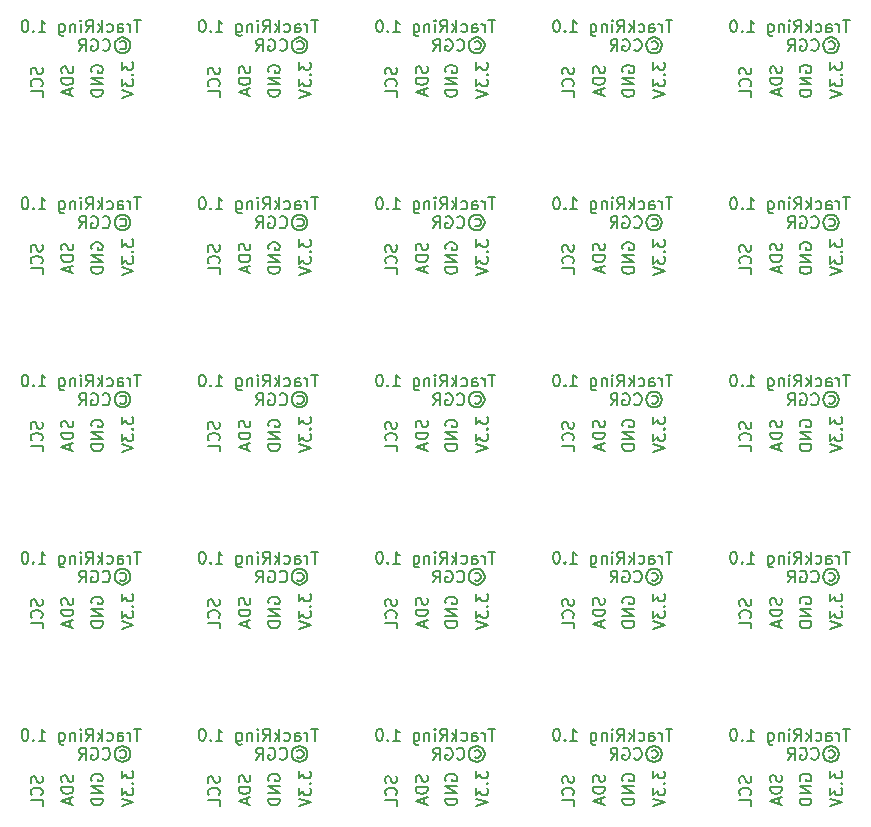
<source format=gbr>
%TF.GenerationSoftware,KiCad,Pcbnew,7.0.1*%
%TF.CreationDate,2024-10-13T19:11:28-04:00*%
%TF.ProjectId,TrackRing-panel,54726163-6b52-4696-9e67-2d70616e656c,rev?*%
%TF.SameCoordinates,Original*%
%TF.FileFunction,Legend,Bot*%
%TF.FilePolarity,Positive*%
%FSLAX46Y46*%
G04 Gerber Fmt 4.6, Leading zero omitted, Abs format (unit mm)*
G04 Created by KiCad (PCBNEW 7.0.1) date 2024-10-13 19:11:28*
%MOMM*%
%LPD*%
G01*
G04 APERTURE LIST*
%ADD10C,0.150000*%
G04 APERTURE END LIST*
D10*
X134325238Y-84961904D02*
X134277619Y-84866666D01*
X134277619Y-84866666D02*
X134277619Y-84723809D01*
X134277619Y-84723809D02*
X134325238Y-84580952D01*
X134325238Y-84580952D02*
X134420476Y-84485714D01*
X134420476Y-84485714D02*
X134515714Y-84438095D01*
X134515714Y-84438095D02*
X134706190Y-84390476D01*
X134706190Y-84390476D02*
X134849047Y-84390476D01*
X134849047Y-84390476D02*
X135039523Y-84438095D01*
X135039523Y-84438095D02*
X135134761Y-84485714D01*
X135134761Y-84485714D02*
X135230000Y-84580952D01*
X135230000Y-84580952D02*
X135277619Y-84723809D01*
X135277619Y-84723809D02*
X135277619Y-84819047D01*
X135277619Y-84819047D02*
X135230000Y-84961904D01*
X135230000Y-84961904D02*
X135182380Y-85009523D01*
X135182380Y-85009523D02*
X134849047Y-85009523D01*
X134849047Y-85009523D02*
X134849047Y-84819047D01*
X135277619Y-85438095D02*
X134277619Y-85438095D01*
X134277619Y-85438095D02*
X135277619Y-86009523D01*
X135277619Y-86009523D02*
X134277619Y-86009523D01*
X135277619Y-86485714D02*
X134277619Y-86485714D01*
X134277619Y-86485714D02*
X134277619Y-86723809D01*
X134277619Y-86723809D02*
X134325238Y-86866666D01*
X134325238Y-86866666D02*
X134420476Y-86961904D01*
X134420476Y-86961904D02*
X134515714Y-87009523D01*
X134515714Y-87009523D02*
X134706190Y-87057142D01*
X134706190Y-87057142D02*
X134849047Y-87057142D01*
X134849047Y-87057142D02*
X135039523Y-87009523D01*
X135039523Y-87009523D02*
X135134761Y-86961904D01*
X135134761Y-86961904D02*
X135230000Y-86866666D01*
X135230000Y-86866666D02*
X135277619Y-86723809D01*
X135277619Y-86723809D02*
X135277619Y-86485714D01*
X164325238Y-69961904D02*
X164277619Y-69866666D01*
X164277619Y-69866666D02*
X164277619Y-69723809D01*
X164277619Y-69723809D02*
X164325238Y-69580952D01*
X164325238Y-69580952D02*
X164420476Y-69485714D01*
X164420476Y-69485714D02*
X164515714Y-69438095D01*
X164515714Y-69438095D02*
X164706190Y-69390476D01*
X164706190Y-69390476D02*
X164849047Y-69390476D01*
X164849047Y-69390476D02*
X165039523Y-69438095D01*
X165039523Y-69438095D02*
X165134761Y-69485714D01*
X165134761Y-69485714D02*
X165230000Y-69580952D01*
X165230000Y-69580952D02*
X165277619Y-69723809D01*
X165277619Y-69723809D02*
X165277619Y-69819047D01*
X165277619Y-69819047D02*
X165230000Y-69961904D01*
X165230000Y-69961904D02*
X165182380Y-70009523D01*
X165182380Y-70009523D02*
X164849047Y-70009523D01*
X164849047Y-70009523D02*
X164849047Y-69819047D01*
X165277619Y-70438095D02*
X164277619Y-70438095D01*
X164277619Y-70438095D02*
X165277619Y-71009523D01*
X165277619Y-71009523D02*
X164277619Y-71009523D01*
X165277619Y-71485714D02*
X164277619Y-71485714D01*
X164277619Y-71485714D02*
X164277619Y-71723809D01*
X164277619Y-71723809D02*
X164325238Y-71866666D01*
X164325238Y-71866666D02*
X164420476Y-71961904D01*
X164420476Y-71961904D02*
X164515714Y-72009523D01*
X164515714Y-72009523D02*
X164706190Y-72057142D01*
X164706190Y-72057142D02*
X164849047Y-72057142D01*
X164849047Y-72057142D02*
X165039523Y-72009523D01*
X165039523Y-72009523D02*
X165134761Y-71961904D01*
X165134761Y-71961904D02*
X165230000Y-71866666D01*
X165230000Y-71866666D02*
X165277619Y-71723809D01*
X165277619Y-71723809D02*
X165277619Y-71485714D01*
X164325238Y-84961904D02*
X164277619Y-84866666D01*
X164277619Y-84866666D02*
X164277619Y-84723809D01*
X164277619Y-84723809D02*
X164325238Y-84580952D01*
X164325238Y-84580952D02*
X164420476Y-84485714D01*
X164420476Y-84485714D02*
X164515714Y-84438095D01*
X164515714Y-84438095D02*
X164706190Y-84390476D01*
X164706190Y-84390476D02*
X164849047Y-84390476D01*
X164849047Y-84390476D02*
X165039523Y-84438095D01*
X165039523Y-84438095D02*
X165134761Y-84485714D01*
X165134761Y-84485714D02*
X165230000Y-84580952D01*
X165230000Y-84580952D02*
X165277619Y-84723809D01*
X165277619Y-84723809D02*
X165277619Y-84819047D01*
X165277619Y-84819047D02*
X165230000Y-84961904D01*
X165230000Y-84961904D02*
X165182380Y-85009523D01*
X165182380Y-85009523D02*
X164849047Y-85009523D01*
X164849047Y-85009523D02*
X164849047Y-84819047D01*
X165277619Y-85438095D02*
X164277619Y-85438095D01*
X164277619Y-85438095D02*
X165277619Y-86009523D01*
X165277619Y-86009523D02*
X164277619Y-86009523D01*
X165277619Y-86485714D02*
X164277619Y-86485714D01*
X164277619Y-86485714D02*
X164277619Y-86723809D01*
X164277619Y-86723809D02*
X164325238Y-86866666D01*
X164325238Y-86866666D02*
X164420476Y-86961904D01*
X164420476Y-86961904D02*
X164515714Y-87009523D01*
X164515714Y-87009523D02*
X164706190Y-87057142D01*
X164706190Y-87057142D02*
X164849047Y-87057142D01*
X164849047Y-87057142D02*
X165039523Y-87009523D01*
X165039523Y-87009523D02*
X165134761Y-86961904D01*
X165134761Y-86961904D02*
X165230000Y-86866666D01*
X165230000Y-86866666D02*
X165277619Y-86723809D01*
X165277619Y-86723809D02*
X165277619Y-86485714D01*
X119325238Y-39961904D02*
X119277619Y-39866666D01*
X119277619Y-39866666D02*
X119277619Y-39723809D01*
X119277619Y-39723809D02*
X119325238Y-39580952D01*
X119325238Y-39580952D02*
X119420476Y-39485714D01*
X119420476Y-39485714D02*
X119515714Y-39438095D01*
X119515714Y-39438095D02*
X119706190Y-39390476D01*
X119706190Y-39390476D02*
X119849047Y-39390476D01*
X119849047Y-39390476D02*
X120039523Y-39438095D01*
X120039523Y-39438095D02*
X120134761Y-39485714D01*
X120134761Y-39485714D02*
X120230000Y-39580952D01*
X120230000Y-39580952D02*
X120277619Y-39723809D01*
X120277619Y-39723809D02*
X120277619Y-39819047D01*
X120277619Y-39819047D02*
X120230000Y-39961904D01*
X120230000Y-39961904D02*
X120182380Y-40009523D01*
X120182380Y-40009523D02*
X119849047Y-40009523D01*
X119849047Y-40009523D02*
X119849047Y-39819047D01*
X120277619Y-40438095D02*
X119277619Y-40438095D01*
X119277619Y-40438095D02*
X120277619Y-41009523D01*
X120277619Y-41009523D02*
X119277619Y-41009523D01*
X120277619Y-41485714D02*
X119277619Y-41485714D01*
X119277619Y-41485714D02*
X119277619Y-41723809D01*
X119277619Y-41723809D02*
X119325238Y-41866666D01*
X119325238Y-41866666D02*
X119420476Y-41961904D01*
X119420476Y-41961904D02*
X119515714Y-42009523D01*
X119515714Y-42009523D02*
X119706190Y-42057142D01*
X119706190Y-42057142D02*
X119849047Y-42057142D01*
X119849047Y-42057142D02*
X120039523Y-42009523D01*
X120039523Y-42009523D02*
X120134761Y-41961904D01*
X120134761Y-41961904D02*
X120230000Y-41866666D01*
X120230000Y-41866666D02*
X120277619Y-41723809D01*
X120277619Y-41723809D02*
X120277619Y-41485714D01*
X119325238Y-84961904D02*
X119277619Y-84866666D01*
X119277619Y-84866666D02*
X119277619Y-84723809D01*
X119277619Y-84723809D02*
X119325238Y-84580952D01*
X119325238Y-84580952D02*
X119420476Y-84485714D01*
X119420476Y-84485714D02*
X119515714Y-84438095D01*
X119515714Y-84438095D02*
X119706190Y-84390476D01*
X119706190Y-84390476D02*
X119849047Y-84390476D01*
X119849047Y-84390476D02*
X120039523Y-84438095D01*
X120039523Y-84438095D02*
X120134761Y-84485714D01*
X120134761Y-84485714D02*
X120230000Y-84580952D01*
X120230000Y-84580952D02*
X120277619Y-84723809D01*
X120277619Y-84723809D02*
X120277619Y-84819047D01*
X120277619Y-84819047D02*
X120230000Y-84961904D01*
X120230000Y-84961904D02*
X120182380Y-85009523D01*
X120182380Y-85009523D02*
X119849047Y-85009523D01*
X119849047Y-85009523D02*
X119849047Y-84819047D01*
X120277619Y-85438095D02*
X119277619Y-85438095D01*
X119277619Y-85438095D02*
X120277619Y-86009523D01*
X120277619Y-86009523D02*
X119277619Y-86009523D01*
X120277619Y-86485714D02*
X119277619Y-86485714D01*
X119277619Y-86485714D02*
X119277619Y-86723809D01*
X119277619Y-86723809D02*
X119325238Y-86866666D01*
X119325238Y-86866666D02*
X119420476Y-86961904D01*
X119420476Y-86961904D02*
X119515714Y-87009523D01*
X119515714Y-87009523D02*
X119706190Y-87057142D01*
X119706190Y-87057142D02*
X119849047Y-87057142D01*
X119849047Y-87057142D02*
X120039523Y-87009523D01*
X120039523Y-87009523D02*
X120134761Y-86961904D01*
X120134761Y-86961904D02*
X120230000Y-86866666D01*
X120230000Y-86866666D02*
X120277619Y-86723809D01*
X120277619Y-86723809D02*
X120277619Y-86485714D01*
X119325238Y-24961904D02*
X119277619Y-24866666D01*
X119277619Y-24866666D02*
X119277619Y-24723809D01*
X119277619Y-24723809D02*
X119325238Y-24580952D01*
X119325238Y-24580952D02*
X119420476Y-24485714D01*
X119420476Y-24485714D02*
X119515714Y-24438095D01*
X119515714Y-24438095D02*
X119706190Y-24390476D01*
X119706190Y-24390476D02*
X119849047Y-24390476D01*
X119849047Y-24390476D02*
X120039523Y-24438095D01*
X120039523Y-24438095D02*
X120134761Y-24485714D01*
X120134761Y-24485714D02*
X120230000Y-24580952D01*
X120230000Y-24580952D02*
X120277619Y-24723809D01*
X120277619Y-24723809D02*
X120277619Y-24819047D01*
X120277619Y-24819047D02*
X120230000Y-24961904D01*
X120230000Y-24961904D02*
X120182380Y-25009523D01*
X120182380Y-25009523D02*
X119849047Y-25009523D01*
X119849047Y-25009523D02*
X119849047Y-24819047D01*
X120277619Y-25438095D02*
X119277619Y-25438095D01*
X119277619Y-25438095D02*
X120277619Y-26009523D01*
X120277619Y-26009523D02*
X119277619Y-26009523D01*
X120277619Y-26485714D02*
X119277619Y-26485714D01*
X119277619Y-26485714D02*
X119277619Y-26723809D01*
X119277619Y-26723809D02*
X119325238Y-26866666D01*
X119325238Y-26866666D02*
X119420476Y-26961904D01*
X119420476Y-26961904D02*
X119515714Y-27009523D01*
X119515714Y-27009523D02*
X119706190Y-27057142D01*
X119706190Y-27057142D02*
X119849047Y-27057142D01*
X119849047Y-27057142D02*
X120039523Y-27009523D01*
X120039523Y-27009523D02*
X120134761Y-26961904D01*
X120134761Y-26961904D02*
X120230000Y-26866666D01*
X120230000Y-26866666D02*
X120277619Y-26723809D01*
X120277619Y-26723809D02*
X120277619Y-26485714D01*
X119325238Y-69961904D02*
X119277619Y-69866666D01*
X119277619Y-69866666D02*
X119277619Y-69723809D01*
X119277619Y-69723809D02*
X119325238Y-69580952D01*
X119325238Y-69580952D02*
X119420476Y-69485714D01*
X119420476Y-69485714D02*
X119515714Y-69438095D01*
X119515714Y-69438095D02*
X119706190Y-69390476D01*
X119706190Y-69390476D02*
X119849047Y-69390476D01*
X119849047Y-69390476D02*
X120039523Y-69438095D01*
X120039523Y-69438095D02*
X120134761Y-69485714D01*
X120134761Y-69485714D02*
X120230000Y-69580952D01*
X120230000Y-69580952D02*
X120277619Y-69723809D01*
X120277619Y-69723809D02*
X120277619Y-69819047D01*
X120277619Y-69819047D02*
X120230000Y-69961904D01*
X120230000Y-69961904D02*
X120182380Y-70009523D01*
X120182380Y-70009523D02*
X119849047Y-70009523D01*
X119849047Y-70009523D02*
X119849047Y-69819047D01*
X120277619Y-70438095D02*
X119277619Y-70438095D01*
X119277619Y-70438095D02*
X120277619Y-71009523D01*
X120277619Y-71009523D02*
X119277619Y-71009523D01*
X120277619Y-71485714D02*
X119277619Y-71485714D01*
X119277619Y-71485714D02*
X119277619Y-71723809D01*
X119277619Y-71723809D02*
X119325238Y-71866666D01*
X119325238Y-71866666D02*
X119420476Y-71961904D01*
X119420476Y-71961904D02*
X119515714Y-72009523D01*
X119515714Y-72009523D02*
X119706190Y-72057142D01*
X119706190Y-72057142D02*
X119849047Y-72057142D01*
X119849047Y-72057142D02*
X120039523Y-72009523D01*
X120039523Y-72009523D02*
X120134761Y-71961904D01*
X120134761Y-71961904D02*
X120230000Y-71866666D01*
X120230000Y-71866666D02*
X120277619Y-71723809D01*
X120277619Y-71723809D02*
X120277619Y-71485714D01*
X179325238Y-69961904D02*
X179277619Y-69866666D01*
X179277619Y-69866666D02*
X179277619Y-69723809D01*
X179277619Y-69723809D02*
X179325238Y-69580952D01*
X179325238Y-69580952D02*
X179420476Y-69485714D01*
X179420476Y-69485714D02*
X179515714Y-69438095D01*
X179515714Y-69438095D02*
X179706190Y-69390476D01*
X179706190Y-69390476D02*
X179849047Y-69390476D01*
X179849047Y-69390476D02*
X180039523Y-69438095D01*
X180039523Y-69438095D02*
X180134761Y-69485714D01*
X180134761Y-69485714D02*
X180230000Y-69580952D01*
X180230000Y-69580952D02*
X180277619Y-69723809D01*
X180277619Y-69723809D02*
X180277619Y-69819047D01*
X180277619Y-69819047D02*
X180230000Y-69961904D01*
X180230000Y-69961904D02*
X180182380Y-70009523D01*
X180182380Y-70009523D02*
X179849047Y-70009523D01*
X179849047Y-70009523D02*
X179849047Y-69819047D01*
X180277619Y-70438095D02*
X179277619Y-70438095D01*
X179277619Y-70438095D02*
X180277619Y-71009523D01*
X180277619Y-71009523D02*
X179277619Y-71009523D01*
X180277619Y-71485714D02*
X179277619Y-71485714D01*
X179277619Y-71485714D02*
X179277619Y-71723809D01*
X179277619Y-71723809D02*
X179325238Y-71866666D01*
X179325238Y-71866666D02*
X179420476Y-71961904D01*
X179420476Y-71961904D02*
X179515714Y-72009523D01*
X179515714Y-72009523D02*
X179706190Y-72057142D01*
X179706190Y-72057142D02*
X179849047Y-72057142D01*
X179849047Y-72057142D02*
X180039523Y-72009523D01*
X180039523Y-72009523D02*
X180134761Y-71961904D01*
X180134761Y-71961904D02*
X180230000Y-71866666D01*
X180230000Y-71866666D02*
X180277619Y-71723809D01*
X180277619Y-71723809D02*
X180277619Y-71485714D01*
X134325238Y-69961904D02*
X134277619Y-69866666D01*
X134277619Y-69866666D02*
X134277619Y-69723809D01*
X134277619Y-69723809D02*
X134325238Y-69580952D01*
X134325238Y-69580952D02*
X134420476Y-69485714D01*
X134420476Y-69485714D02*
X134515714Y-69438095D01*
X134515714Y-69438095D02*
X134706190Y-69390476D01*
X134706190Y-69390476D02*
X134849047Y-69390476D01*
X134849047Y-69390476D02*
X135039523Y-69438095D01*
X135039523Y-69438095D02*
X135134761Y-69485714D01*
X135134761Y-69485714D02*
X135230000Y-69580952D01*
X135230000Y-69580952D02*
X135277619Y-69723809D01*
X135277619Y-69723809D02*
X135277619Y-69819047D01*
X135277619Y-69819047D02*
X135230000Y-69961904D01*
X135230000Y-69961904D02*
X135182380Y-70009523D01*
X135182380Y-70009523D02*
X134849047Y-70009523D01*
X134849047Y-70009523D02*
X134849047Y-69819047D01*
X135277619Y-70438095D02*
X134277619Y-70438095D01*
X134277619Y-70438095D02*
X135277619Y-71009523D01*
X135277619Y-71009523D02*
X134277619Y-71009523D01*
X135277619Y-71485714D02*
X134277619Y-71485714D01*
X134277619Y-71485714D02*
X134277619Y-71723809D01*
X134277619Y-71723809D02*
X134325238Y-71866666D01*
X134325238Y-71866666D02*
X134420476Y-71961904D01*
X134420476Y-71961904D02*
X134515714Y-72009523D01*
X134515714Y-72009523D02*
X134706190Y-72057142D01*
X134706190Y-72057142D02*
X134849047Y-72057142D01*
X134849047Y-72057142D02*
X135039523Y-72009523D01*
X135039523Y-72009523D02*
X135134761Y-71961904D01*
X135134761Y-71961904D02*
X135230000Y-71866666D01*
X135230000Y-71866666D02*
X135277619Y-71723809D01*
X135277619Y-71723809D02*
X135277619Y-71485714D01*
X149325238Y-84961904D02*
X149277619Y-84866666D01*
X149277619Y-84866666D02*
X149277619Y-84723809D01*
X149277619Y-84723809D02*
X149325238Y-84580952D01*
X149325238Y-84580952D02*
X149420476Y-84485714D01*
X149420476Y-84485714D02*
X149515714Y-84438095D01*
X149515714Y-84438095D02*
X149706190Y-84390476D01*
X149706190Y-84390476D02*
X149849047Y-84390476D01*
X149849047Y-84390476D02*
X150039523Y-84438095D01*
X150039523Y-84438095D02*
X150134761Y-84485714D01*
X150134761Y-84485714D02*
X150230000Y-84580952D01*
X150230000Y-84580952D02*
X150277619Y-84723809D01*
X150277619Y-84723809D02*
X150277619Y-84819047D01*
X150277619Y-84819047D02*
X150230000Y-84961904D01*
X150230000Y-84961904D02*
X150182380Y-85009523D01*
X150182380Y-85009523D02*
X149849047Y-85009523D01*
X149849047Y-85009523D02*
X149849047Y-84819047D01*
X150277619Y-85438095D02*
X149277619Y-85438095D01*
X149277619Y-85438095D02*
X150277619Y-86009523D01*
X150277619Y-86009523D02*
X149277619Y-86009523D01*
X150277619Y-86485714D02*
X149277619Y-86485714D01*
X149277619Y-86485714D02*
X149277619Y-86723809D01*
X149277619Y-86723809D02*
X149325238Y-86866666D01*
X149325238Y-86866666D02*
X149420476Y-86961904D01*
X149420476Y-86961904D02*
X149515714Y-87009523D01*
X149515714Y-87009523D02*
X149706190Y-87057142D01*
X149706190Y-87057142D02*
X149849047Y-87057142D01*
X149849047Y-87057142D02*
X150039523Y-87009523D01*
X150039523Y-87009523D02*
X150134761Y-86961904D01*
X150134761Y-86961904D02*
X150230000Y-86866666D01*
X150230000Y-86866666D02*
X150277619Y-86723809D01*
X150277619Y-86723809D02*
X150277619Y-86485714D01*
X179325238Y-84961904D02*
X179277619Y-84866666D01*
X179277619Y-84866666D02*
X179277619Y-84723809D01*
X179277619Y-84723809D02*
X179325238Y-84580952D01*
X179325238Y-84580952D02*
X179420476Y-84485714D01*
X179420476Y-84485714D02*
X179515714Y-84438095D01*
X179515714Y-84438095D02*
X179706190Y-84390476D01*
X179706190Y-84390476D02*
X179849047Y-84390476D01*
X179849047Y-84390476D02*
X180039523Y-84438095D01*
X180039523Y-84438095D02*
X180134761Y-84485714D01*
X180134761Y-84485714D02*
X180230000Y-84580952D01*
X180230000Y-84580952D02*
X180277619Y-84723809D01*
X180277619Y-84723809D02*
X180277619Y-84819047D01*
X180277619Y-84819047D02*
X180230000Y-84961904D01*
X180230000Y-84961904D02*
X180182380Y-85009523D01*
X180182380Y-85009523D02*
X179849047Y-85009523D01*
X179849047Y-85009523D02*
X179849047Y-84819047D01*
X180277619Y-85438095D02*
X179277619Y-85438095D01*
X179277619Y-85438095D02*
X180277619Y-86009523D01*
X180277619Y-86009523D02*
X179277619Y-86009523D01*
X180277619Y-86485714D02*
X179277619Y-86485714D01*
X179277619Y-86485714D02*
X179277619Y-86723809D01*
X179277619Y-86723809D02*
X179325238Y-86866666D01*
X179325238Y-86866666D02*
X179420476Y-86961904D01*
X179420476Y-86961904D02*
X179515714Y-87009523D01*
X179515714Y-87009523D02*
X179706190Y-87057142D01*
X179706190Y-87057142D02*
X179849047Y-87057142D01*
X179849047Y-87057142D02*
X180039523Y-87009523D01*
X180039523Y-87009523D02*
X180134761Y-86961904D01*
X180134761Y-86961904D02*
X180230000Y-86866666D01*
X180230000Y-86866666D02*
X180277619Y-86723809D01*
X180277619Y-86723809D02*
X180277619Y-86485714D01*
X134325238Y-24961904D02*
X134277619Y-24866666D01*
X134277619Y-24866666D02*
X134277619Y-24723809D01*
X134277619Y-24723809D02*
X134325238Y-24580952D01*
X134325238Y-24580952D02*
X134420476Y-24485714D01*
X134420476Y-24485714D02*
X134515714Y-24438095D01*
X134515714Y-24438095D02*
X134706190Y-24390476D01*
X134706190Y-24390476D02*
X134849047Y-24390476D01*
X134849047Y-24390476D02*
X135039523Y-24438095D01*
X135039523Y-24438095D02*
X135134761Y-24485714D01*
X135134761Y-24485714D02*
X135230000Y-24580952D01*
X135230000Y-24580952D02*
X135277619Y-24723809D01*
X135277619Y-24723809D02*
X135277619Y-24819047D01*
X135277619Y-24819047D02*
X135230000Y-24961904D01*
X135230000Y-24961904D02*
X135182380Y-25009523D01*
X135182380Y-25009523D02*
X134849047Y-25009523D01*
X134849047Y-25009523D02*
X134849047Y-24819047D01*
X135277619Y-25438095D02*
X134277619Y-25438095D01*
X134277619Y-25438095D02*
X135277619Y-26009523D01*
X135277619Y-26009523D02*
X134277619Y-26009523D01*
X135277619Y-26485714D02*
X134277619Y-26485714D01*
X134277619Y-26485714D02*
X134277619Y-26723809D01*
X134277619Y-26723809D02*
X134325238Y-26866666D01*
X134325238Y-26866666D02*
X134420476Y-26961904D01*
X134420476Y-26961904D02*
X134515714Y-27009523D01*
X134515714Y-27009523D02*
X134706190Y-27057142D01*
X134706190Y-27057142D02*
X134849047Y-27057142D01*
X134849047Y-27057142D02*
X135039523Y-27009523D01*
X135039523Y-27009523D02*
X135134761Y-26961904D01*
X135134761Y-26961904D02*
X135230000Y-26866666D01*
X135230000Y-26866666D02*
X135277619Y-26723809D01*
X135277619Y-26723809D02*
X135277619Y-26485714D01*
X149325238Y-39961904D02*
X149277619Y-39866666D01*
X149277619Y-39866666D02*
X149277619Y-39723809D01*
X149277619Y-39723809D02*
X149325238Y-39580952D01*
X149325238Y-39580952D02*
X149420476Y-39485714D01*
X149420476Y-39485714D02*
X149515714Y-39438095D01*
X149515714Y-39438095D02*
X149706190Y-39390476D01*
X149706190Y-39390476D02*
X149849047Y-39390476D01*
X149849047Y-39390476D02*
X150039523Y-39438095D01*
X150039523Y-39438095D02*
X150134761Y-39485714D01*
X150134761Y-39485714D02*
X150230000Y-39580952D01*
X150230000Y-39580952D02*
X150277619Y-39723809D01*
X150277619Y-39723809D02*
X150277619Y-39819047D01*
X150277619Y-39819047D02*
X150230000Y-39961904D01*
X150230000Y-39961904D02*
X150182380Y-40009523D01*
X150182380Y-40009523D02*
X149849047Y-40009523D01*
X149849047Y-40009523D02*
X149849047Y-39819047D01*
X150277619Y-40438095D02*
X149277619Y-40438095D01*
X149277619Y-40438095D02*
X150277619Y-41009523D01*
X150277619Y-41009523D02*
X149277619Y-41009523D01*
X150277619Y-41485714D02*
X149277619Y-41485714D01*
X149277619Y-41485714D02*
X149277619Y-41723809D01*
X149277619Y-41723809D02*
X149325238Y-41866666D01*
X149325238Y-41866666D02*
X149420476Y-41961904D01*
X149420476Y-41961904D02*
X149515714Y-42009523D01*
X149515714Y-42009523D02*
X149706190Y-42057142D01*
X149706190Y-42057142D02*
X149849047Y-42057142D01*
X149849047Y-42057142D02*
X150039523Y-42009523D01*
X150039523Y-42009523D02*
X150134761Y-41961904D01*
X150134761Y-41961904D02*
X150230000Y-41866666D01*
X150230000Y-41866666D02*
X150277619Y-41723809D01*
X150277619Y-41723809D02*
X150277619Y-41485714D01*
X164325238Y-39961904D02*
X164277619Y-39866666D01*
X164277619Y-39866666D02*
X164277619Y-39723809D01*
X164277619Y-39723809D02*
X164325238Y-39580952D01*
X164325238Y-39580952D02*
X164420476Y-39485714D01*
X164420476Y-39485714D02*
X164515714Y-39438095D01*
X164515714Y-39438095D02*
X164706190Y-39390476D01*
X164706190Y-39390476D02*
X164849047Y-39390476D01*
X164849047Y-39390476D02*
X165039523Y-39438095D01*
X165039523Y-39438095D02*
X165134761Y-39485714D01*
X165134761Y-39485714D02*
X165230000Y-39580952D01*
X165230000Y-39580952D02*
X165277619Y-39723809D01*
X165277619Y-39723809D02*
X165277619Y-39819047D01*
X165277619Y-39819047D02*
X165230000Y-39961904D01*
X165230000Y-39961904D02*
X165182380Y-40009523D01*
X165182380Y-40009523D02*
X164849047Y-40009523D01*
X164849047Y-40009523D02*
X164849047Y-39819047D01*
X165277619Y-40438095D02*
X164277619Y-40438095D01*
X164277619Y-40438095D02*
X165277619Y-41009523D01*
X165277619Y-41009523D02*
X164277619Y-41009523D01*
X165277619Y-41485714D02*
X164277619Y-41485714D01*
X164277619Y-41485714D02*
X164277619Y-41723809D01*
X164277619Y-41723809D02*
X164325238Y-41866666D01*
X164325238Y-41866666D02*
X164420476Y-41961904D01*
X164420476Y-41961904D02*
X164515714Y-42009523D01*
X164515714Y-42009523D02*
X164706190Y-42057142D01*
X164706190Y-42057142D02*
X164849047Y-42057142D01*
X164849047Y-42057142D02*
X165039523Y-42009523D01*
X165039523Y-42009523D02*
X165134761Y-41961904D01*
X165134761Y-41961904D02*
X165230000Y-41866666D01*
X165230000Y-41866666D02*
X165277619Y-41723809D01*
X165277619Y-41723809D02*
X165277619Y-41485714D01*
X134325238Y-39961904D02*
X134277619Y-39866666D01*
X134277619Y-39866666D02*
X134277619Y-39723809D01*
X134277619Y-39723809D02*
X134325238Y-39580952D01*
X134325238Y-39580952D02*
X134420476Y-39485714D01*
X134420476Y-39485714D02*
X134515714Y-39438095D01*
X134515714Y-39438095D02*
X134706190Y-39390476D01*
X134706190Y-39390476D02*
X134849047Y-39390476D01*
X134849047Y-39390476D02*
X135039523Y-39438095D01*
X135039523Y-39438095D02*
X135134761Y-39485714D01*
X135134761Y-39485714D02*
X135230000Y-39580952D01*
X135230000Y-39580952D02*
X135277619Y-39723809D01*
X135277619Y-39723809D02*
X135277619Y-39819047D01*
X135277619Y-39819047D02*
X135230000Y-39961904D01*
X135230000Y-39961904D02*
X135182380Y-40009523D01*
X135182380Y-40009523D02*
X134849047Y-40009523D01*
X134849047Y-40009523D02*
X134849047Y-39819047D01*
X135277619Y-40438095D02*
X134277619Y-40438095D01*
X134277619Y-40438095D02*
X135277619Y-41009523D01*
X135277619Y-41009523D02*
X134277619Y-41009523D01*
X135277619Y-41485714D02*
X134277619Y-41485714D01*
X134277619Y-41485714D02*
X134277619Y-41723809D01*
X134277619Y-41723809D02*
X134325238Y-41866666D01*
X134325238Y-41866666D02*
X134420476Y-41961904D01*
X134420476Y-41961904D02*
X134515714Y-42009523D01*
X134515714Y-42009523D02*
X134706190Y-42057142D01*
X134706190Y-42057142D02*
X134849047Y-42057142D01*
X134849047Y-42057142D02*
X135039523Y-42009523D01*
X135039523Y-42009523D02*
X135134761Y-41961904D01*
X135134761Y-41961904D02*
X135230000Y-41866666D01*
X135230000Y-41866666D02*
X135277619Y-41723809D01*
X135277619Y-41723809D02*
X135277619Y-41485714D01*
X149325238Y-54961904D02*
X149277619Y-54866666D01*
X149277619Y-54866666D02*
X149277619Y-54723809D01*
X149277619Y-54723809D02*
X149325238Y-54580952D01*
X149325238Y-54580952D02*
X149420476Y-54485714D01*
X149420476Y-54485714D02*
X149515714Y-54438095D01*
X149515714Y-54438095D02*
X149706190Y-54390476D01*
X149706190Y-54390476D02*
X149849047Y-54390476D01*
X149849047Y-54390476D02*
X150039523Y-54438095D01*
X150039523Y-54438095D02*
X150134761Y-54485714D01*
X150134761Y-54485714D02*
X150230000Y-54580952D01*
X150230000Y-54580952D02*
X150277619Y-54723809D01*
X150277619Y-54723809D02*
X150277619Y-54819047D01*
X150277619Y-54819047D02*
X150230000Y-54961904D01*
X150230000Y-54961904D02*
X150182380Y-55009523D01*
X150182380Y-55009523D02*
X149849047Y-55009523D01*
X149849047Y-55009523D02*
X149849047Y-54819047D01*
X150277619Y-55438095D02*
X149277619Y-55438095D01*
X149277619Y-55438095D02*
X150277619Y-56009523D01*
X150277619Y-56009523D02*
X149277619Y-56009523D01*
X150277619Y-56485714D02*
X149277619Y-56485714D01*
X149277619Y-56485714D02*
X149277619Y-56723809D01*
X149277619Y-56723809D02*
X149325238Y-56866666D01*
X149325238Y-56866666D02*
X149420476Y-56961904D01*
X149420476Y-56961904D02*
X149515714Y-57009523D01*
X149515714Y-57009523D02*
X149706190Y-57057142D01*
X149706190Y-57057142D02*
X149849047Y-57057142D01*
X149849047Y-57057142D02*
X150039523Y-57009523D01*
X150039523Y-57009523D02*
X150134761Y-56961904D01*
X150134761Y-56961904D02*
X150230000Y-56866666D01*
X150230000Y-56866666D02*
X150277619Y-56723809D01*
X150277619Y-56723809D02*
X150277619Y-56485714D01*
X179325238Y-39961904D02*
X179277619Y-39866666D01*
X179277619Y-39866666D02*
X179277619Y-39723809D01*
X179277619Y-39723809D02*
X179325238Y-39580952D01*
X179325238Y-39580952D02*
X179420476Y-39485714D01*
X179420476Y-39485714D02*
X179515714Y-39438095D01*
X179515714Y-39438095D02*
X179706190Y-39390476D01*
X179706190Y-39390476D02*
X179849047Y-39390476D01*
X179849047Y-39390476D02*
X180039523Y-39438095D01*
X180039523Y-39438095D02*
X180134761Y-39485714D01*
X180134761Y-39485714D02*
X180230000Y-39580952D01*
X180230000Y-39580952D02*
X180277619Y-39723809D01*
X180277619Y-39723809D02*
X180277619Y-39819047D01*
X180277619Y-39819047D02*
X180230000Y-39961904D01*
X180230000Y-39961904D02*
X180182380Y-40009523D01*
X180182380Y-40009523D02*
X179849047Y-40009523D01*
X179849047Y-40009523D02*
X179849047Y-39819047D01*
X180277619Y-40438095D02*
X179277619Y-40438095D01*
X179277619Y-40438095D02*
X180277619Y-41009523D01*
X180277619Y-41009523D02*
X179277619Y-41009523D01*
X180277619Y-41485714D02*
X179277619Y-41485714D01*
X179277619Y-41485714D02*
X179277619Y-41723809D01*
X179277619Y-41723809D02*
X179325238Y-41866666D01*
X179325238Y-41866666D02*
X179420476Y-41961904D01*
X179420476Y-41961904D02*
X179515714Y-42009523D01*
X179515714Y-42009523D02*
X179706190Y-42057142D01*
X179706190Y-42057142D02*
X179849047Y-42057142D01*
X179849047Y-42057142D02*
X180039523Y-42009523D01*
X180039523Y-42009523D02*
X180134761Y-41961904D01*
X180134761Y-41961904D02*
X180230000Y-41866666D01*
X180230000Y-41866666D02*
X180277619Y-41723809D01*
X180277619Y-41723809D02*
X180277619Y-41485714D01*
X134325238Y-54961904D02*
X134277619Y-54866666D01*
X134277619Y-54866666D02*
X134277619Y-54723809D01*
X134277619Y-54723809D02*
X134325238Y-54580952D01*
X134325238Y-54580952D02*
X134420476Y-54485714D01*
X134420476Y-54485714D02*
X134515714Y-54438095D01*
X134515714Y-54438095D02*
X134706190Y-54390476D01*
X134706190Y-54390476D02*
X134849047Y-54390476D01*
X134849047Y-54390476D02*
X135039523Y-54438095D01*
X135039523Y-54438095D02*
X135134761Y-54485714D01*
X135134761Y-54485714D02*
X135230000Y-54580952D01*
X135230000Y-54580952D02*
X135277619Y-54723809D01*
X135277619Y-54723809D02*
X135277619Y-54819047D01*
X135277619Y-54819047D02*
X135230000Y-54961904D01*
X135230000Y-54961904D02*
X135182380Y-55009523D01*
X135182380Y-55009523D02*
X134849047Y-55009523D01*
X134849047Y-55009523D02*
X134849047Y-54819047D01*
X135277619Y-55438095D02*
X134277619Y-55438095D01*
X134277619Y-55438095D02*
X135277619Y-56009523D01*
X135277619Y-56009523D02*
X134277619Y-56009523D01*
X135277619Y-56485714D02*
X134277619Y-56485714D01*
X134277619Y-56485714D02*
X134277619Y-56723809D01*
X134277619Y-56723809D02*
X134325238Y-56866666D01*
X134325238Y-56866666D02*
X134420476Y-56961904D01*
X134420476Y-56961904D02*
X134515714Y-57009523D01*
X134515714Y-57009523D02*
X134706190Y-57057142D01*
X134706190Y-57057142D02*
X134849047Y-57057142D01*
X134849047Y-57057142D02*
X135039523Y-57009523D01*
X135039523Y-57009523D02*
X135134761Y-56961904D01*
X135134761Y-56961904D02*
X135230000Y-56866666D01*
X135230000Y-56866666D02*
X135277619Y-56723809D01*
X135277619Y-56723809D02*
X135277619Y-56485714D01*
X164325238Y-54961904D02*
X164277619Y-54866666D01*
X164277619Y-54866666D02*
X164277619Y-54723809D01*
X164277619Y-54723809D02*
X164325238Y-54580952D01*
X164325238Y-54580952D02*
X164420476Y-54485714D01*
X164420476Y-54485714D02*
X164515714Y-54438095D01*
X164515714Y-54438095D02*
X164706190Y-54390476D01*
X164706190Y-54390476D02*
X164849047Y-54390476D01*
X164849047Y-54390476D02*
X165039523Y-54438095D01*
X165039523Y-54438095D02*
X165134761Y-54485714D01*
X165134761Y-54485714D02*
X165230000Y-54580952D01*
X165230000Y-54580952D02*
X165277619Y-54723809D01*
X165277619Y-54723809D02*
X165277619Y-54819047D01*
X165277619Y-54819047D02*
X165230000Y-54961904D01*
X165230000Y-54961904D02*
X165182380Y-55009523D01*
X165182380Y-55009523D02*
X164849047Y-55009523D01*
X164849047Y-55009523D02*
X164849047Y-54819047D01*
X165277619Y-55438095D02*
X164277619Y-55438095D01*
X164277619Y-55438095D02*
X165277619Y-56009523D01*
X165277619Y-56009523D02*
X164277619Y-56009523D01*
X165277619Y-56485714D02*
X164277619Y-56485714D01*
X164277619Y-56485714D02*
X164277619Y-56723809D01*
X164277619Y-56723809D02*
X164325238Y-56866666D01*
X164325238Y-56866666D02*
X164420476Y-56961904D01*
X164420476Y-56961904D02*
X164515714Y-57009523D01*
X164515714Y-57009523D02*
X164706190Y-57057142D01*
X164706190Y-57057142D02*
X164849047Y-57057142D01*
X164849047Y-57057142D02*
X165039523Y-57009523D01*
X165039523Y-57009523D02*
X165134761Y-56961904D01*
X165134761Y-56961904D02*
X165230000Y-56866666D01*
X165230000Y-56866666D02*
X165277619Y-56723809D01*
X165277619Y-56723809D02*
X165277619Y-56485714D01*
X149325238Y-69961904D02*
X149277619Y-69866666D01*
X149277619Y-69866666D02*
X149277619Y-69723809D01*
X149277619Y-69723809D02*
X149325238Y-69580952D01*
X149325238Y-69580952D02*
X149420476Y-69485714D01*
X149420476Y-69485714D02*
X149515714Y-69438095D01*
X149515714Y-69438095D02*
X149706190Y-69390476D01*
X149706190Y-69390476D02*
X149849047Y-69390476D01*
X149849047Y-69390476D02*
X150039523Y-69438095D01*
X150039523Y-69438095D02*
X150134761Y-69485714D01*
X150134761Y-69485714D02*
X150230000Y-69580952D01*
X150230000Y-69580952D02*
X150277619Y-69723809D01*
X150277619Y-69723809D02*
X150277619Y-69819047D01*
X150277619Y-69819047D02*
X150230000Y-69961904D01*
X150230000Y-69961904D02*
X150182380Y-70009523D01*
X150182380Y-70009523D02*
X149849047Y-70009523D01*
X149849047Y-70009523D02*
X149849047Y-69819047D01*
X150277619Y-70438095D02*
X149277619Y-70438095D01*
X149277619Y-70438095D02*
X150277619Y-71009523D01*
X150277619Y-71009523D02*
X149277619Y-71009523D01*
X150277619Y-71485714D02*
X149277619Y-71485714D01*
X149277619Y-71485714D02*
X149277619Y-71723809D01*
X149277619Y-71723809D02*
X149325238Y-71866666D01*
X149325238Y-71866666D02*
X149420476Y-71961904D01*
X149420476Y-71961904D02*
X149515714Y-72009523D01*
X149515714Y-72009523D02*
X149706190Y-72057142D01*
X149706190Y-72057142D02*
X149849047Y-72057142D01*
X149849047Y-72057142D02*
X150039523Y-72009523D01*
X150039523Y-72009523D02*
X150134761Y-71961904D01*
X150134761Y-71961904D02*
X150230000Y-71866666D01*
X150230000Y-71866666D02*
X150277619Y-71723809D01*
X150277619Y-71723809D02*
X150277619Y-71485714D01*
X119325238Y-54961904D02*
X119277619Y-54866666D01*
X119277619Y-54866666D02*
X119277619Y-54723809D01*
X119277619Y-54723809D02*
X119325238Y-54580952D01*
X119325238Y-54580952D02*
X119420476Y-54485714D01*
X119420476Y-54485714D02*
X119515714Y-54438095D01*
X119515714Y-54438095D02*
X119706190Y-54390476D01*
X119706190Y-54390476D02*
X119849047Y-54390476D01*
X119849047Y-54390476D02*
X120039523Y-54438095D01*
X120039523Y-54438095D02*
X120134761Y-54485714D01*
X120134761Y-54485714D02*
X120230000Y-54580952D01*
X120230000Y-54580952D02*
X120277619Y-54723809D01*
X120277619Y-54723809D02*
X120277619Y-54819047D01*
X120277619Y-54819047D02*
X120230000Y-54961904D01*
X120230000Y-54961904D02*
X120182380Y-55009523D01*
X120182380Y-55009523D02*
X119849047Y-55009523D01*
X119849047Y-55009523D02*
X119849047Y-54819047D01*
X120277619Y-55438095D02*
X119277619Y-55438095D01*
X119277619Y-55438095D02*
X120277619Y-56009523D01*
X120277619Y-56009523D02*
X119277619Y-56009523D01*
X120277619Y-56485714D02*
X119277619Y-56485714D01*
X119277619Y-56485714D02*
X119277619Y-56723809D01*
X119277619Y-56723809D02*
X119325238Y-56866666D01*
X119325238Y-56866666D02*
X119420476Y-56961904D01*
X119420476Y-56961904D02*
X119515714Y-57009523D01*
X119515714Y-57009523D02*
X119706190Y-57057142D01*
X119706190Y-57057142D02*
X119849047Y-57057142D01*
X119849047Y-57057142D02*
X120039523Y-57009523D01*
X120039523Y-57009523D02*
X120134761Y-56961904D01*
X120134761Y-56961904D02*
X120230000Y-56866666D01*
X120230000Y-56866666D02*
X120277619Y-56723809D01*
X120277619Y-56723809D02*
X120277619Y-56485714D01*
X179325238Y-54961904D02*
X179277619Y-54866666D01*
X179277619Y-54866666D02*
X179277619Y-54723809D01*
X179277619Y-54723809D02*
X179325238Y-54580952D01*
X179325238Y-54580952D02*
X179420476Y-54485714D01*
X179420476Y-54485714D02*
X179515714Y-54438095D01*
X179515714Y-54438095D02*
X179706190Y-54390476D01*
X179706190Y-54390476D02*
X179849047Y-54390476D01*
X179849047Y-54390476D02*
X180039523Y-54438095D01*
X180039523Y-54438095D02*
X180134761Y-54485714D01*
X180134761Y-54485714D02*
X180230000Y-54580952D01*
X180230000Y-54580952D02*
X180277619Y-54723809D01*
X180277619Y-54723809D02*
X180277619Y-54819047D01*
X180277619Y-54819047D02*
X180230000Y-54961904D01*
X180230000Y-54961904D02*
X180182380Y-55009523D01*
X180182380Y-55009523D02*
X179849047Y-55009523D01*
X179849047Y-55009523D02*
X179849047Y-54819047D01*
X180277619Y-55438095D02*
X179277619Y-55438095D01*
X179277619Y-55438095D02*
X180277619Y-56009523D01*
X180277619Y-56009523D02*
X179277619Y-56009523D01*
X180277619Y-56485714D02*
X179277619Y-56485714D01*
X179277619Y-56485714D02*
X179277619Y-56723809D01*
X179277619Y-56723809D02*
X179325238Y-56866666D01*
X179325238Y-56866666D02*
X179420476Y-56961904D01*
X179420476Y-56961904D02*
X179515714Y-57009523D01*
X179515714Y-57009523D02*
X179706190Y-57057142D01*
X179706190Y-57057142D02*
X179849047Y-57057142D01*
X179849047Y-57057142D02*
X180039523Y-57009523D01*
X180039523Y-57009523D02*
X180134761Y-56961904D01*
X180134761Y-56961904D02*
X180230000Y-56866666D01*
X180230000Y-56866666D02*
X180277619Y-56723809D01*
X180277619Y-56723809D02*
X180277619Y-56485714D01*
X164325238Y-24961904D02*
X164277619Y-24866666D01*
X164277619Y-24866666D02*
X164277619Y-24723809D01*
X164277619Y-24723809D02*
X164325238Y-24580952D01*
X164325238Y-24580952D02*
X164420476Y-24485714D01*
X164420476Y-24485714D02*
X164515714Y-24438095D01*
X164515714Y-24438095D02*
X164706190Y-24390476D01*
X164706190Y-24390476D02*
X164849047Y-24390476D01*
X164849047Y-24390476D02*
X165039523Y-24438095D01*
X165039523Y-24438095D02*
X165134761Y-24485714D01*
X165134761Y-24485714D02*
X165230000Y-24580952D01*
X165230000Y-24580952D02*
X165277619Y-24723809D01*
X165277619Y-24723809D02*
X165277619Y-24819047D01*
X165277619Y-24819047D02*
X165230000Y-24961904D01*
X165230000Y-24961904D02*
X165182380Y-25009523D01*
X165182380Y-25009523D02*
X164849047Y-25009523D01*
X164849047Y-25009523D02*
X164849047Y-24819047D01*
X165277619Y-25438095D02*
X164277619Y-25438095D01*
X164277619Y-25438095D02*
X165277619Y-26009523D01*
X165277619Y-26009523D02*
X164277619Y-26009523D01*
X165277619Y-26485714D02*
X164277619Y-26485714D01*
X164277619Y-26485714D02*
X164277619Y-26723809D01*
X164277619Y-26723809D02*
X164325238Y-26866666D01*
X164325238Y-26866666D02*
X164420476Y-26961904D01*
X164420476Y-26961904D02*
X164515714Y-27009523D01*
X164515714Y-27009523D02*
X164706190Y-27057142D01*
X164706190Y-27057142D02*
X164849047Y-27057142D01*
X164849047Y-27057142D02*
X165039523Y-27009523D01*
X165039523Y-27009523D02*
X165134761Y-26961904D01*
X165134761Y-26961904D02*
X165230000Y-26866666D01*
X165230000Y-26866666D02*
X165277619Y-26723809D01*
X165277619Y-26723809D02*
X165277619Y-26485714D01*
X179325238Y-24961904D02*
X179277619Y-24866666D01*
X179277619Y-24866666D02*
X179277619Y-24723809D01*
X179277619Y-24723809D02*
X179325238Y-24580952D01*
X179325238Y-24580952D02*
X179420476Y-24485714D01*
X179420476Y-24485714D02*
X179515714Y-24438095D01*
X179515714Y-24438095D02*
X179706190Y-24390476D01*
X179706190Y-24390476D02*
X179849047Y-24390476D01*
X179849047Y-24390476D02*
X180039523Y-24438095D01*
X180039523Y-24438095D02*
X180134761Y-24485714D01*
X180134761Y-24485714D02*
X180230000Y-24580952D01*
X180230000Y-24580952D02*
X180277619Y-24723809D01*
X180277619Y-24723809D02*
X180277619Y-24819047D01*
X180277619Y-24819047D02*
X180230000Y-24961904D01*
X180230000Y-24961904D02*
X180182380Y-25009523D01*
X180182380Y-25009523D02*
X179849047Y-25009523D01*
X179849047Y-25009523D02*
X179849047Y-24819047D01*
X180277619Y-25438095D02*
X179277619Y-25438095D01*
X179277619Y-25438095D02*
X180277619Y-26009523D01*
X180277619Y-26009523D02*
X179277619Y-26009523D01*
X180277619Y-26485714D02*
X179277619Y-26485714D01*
X179277619Y-26485714D02*
X179277619Y-26723809D01*
X179277619Y-26723809D02*
X179325238Y-26866666D01*
X179325238Y-26866666D02*
X179420476Y-26961904D01*
X179420476Y-26961904D02*
X179515714Y-27009523D01*
X179515714Y-27009523D02*
X179706190Y-27057142D01*
X179706190Y-27057142D02*
X179849047Y-27057142D01*
X179849047Y-27057142D02*
X180039523Y-27009523D01*
X180039523Y-27009523D02*
X180134761Y-26961904D01*
X180134761Y-26961904D02*
X180230000Y-26866666D01*
X180230000Y-26866666D02*
X180277619Y-26723809D01*
X180277619Y-26723809D02*
X180277619Y-26485714D01*
X149325238Y-24961904D02*
X149277619Y-24866666D01*
X149277619Y-24866666D02*
X149277619Y-24723809D01*
X149277619Y-24723809D02*
X149325238Y-24580952D01*
X149325238Y-24580952D02*
X149420476Y-24485714D01*
X149420476Y-24485714D02*
X149515714Y-24438095D01*
X149515714Y-24438095D02*
X149706190Y-24390476D01*
X149706190Y-24390476D02*
X149849047Y-24390476D01*
X149849047Y-24390476D02*
X150039523Y-24438095D01*
X150039523Y-24438095D02*
X150134761Y-24485714D01*
X150134761Y-24485714D02*
X150230000Y-24580952D01*
X150230000Y-24580952D02*
X150277619Y-24723809D01*
X150277619Y-24723809D02*
X150277619Y-24819047D01*
X150277619Y-24819047D02*
X150230000Y-24961904D01*
X150230000Y-24961904D02*
X150182380Y-25009523D01*
X150182380Y-25009523D02*
X149849047Y-25009523D01*
X149849047Y-25009523D02*
X149849047Y-24819047D01*
X150277619Y-25438095D02*
X149277619Y-25438095D01*
X149277619Y-25438095D02*
X150277619Y-26009523D01*
X150277619Y-26009523D02*
X149277619Y-26009523D01*
X150277619Y-26485714D02*
X149277619Y-26485714D01*
X149277619Y-26485714D02*
X149277619Y-26723809D01*
X149277619Y-26723809D02*
X149325238Y-26866666D01*
X149325238Y-26866666D02*
X149420476Y-26961904D01*
X149420476Y-26961904D02*
X149515714Y-27009523D01*
X149515714Y-27009523D02*
X149706190Y-27057142D01*
X149706190Y-27057142D02*
X149849047Y-27057142D01*
X149849047Y-27057142D02*
X150039523Y-27009523D01*
X150039523Y-27009523D02*
X150134761Y-26961904D01*
X150134761Y-26961904D02*
X150230000Y-26866666D01*
X150230000Y-26866666D02*
X150277619Y-26723809D01*
X150277619Y-26723809D02*
X150277619Y-26485714D01*
X151752380Y-37415714D02*
X151847619Y-37368095D01*
X151847619Y-37368095D02*
X152038095Y-37368095D01*
X152038095Y-37368095D02*
X152133333Y-37415714D01*
X152133333Y-37415714D02*
X152228571Y-37510952D01*
X152228571Y-37510952D02*
X152276190Y-37606190D01*
X152276190Y-37606190D02*
X152276190Y-37796666D01*
X152276190Y-37796666D02*
X152228571Y-37891904D01*
X152228571Y-37891904D02*
X152133333Y-37987142D01*
X152133333Y-37987142D02*
X152038095Y-38034761D01*
X152038095Y-38034761D02*
X151847619Y-38034761D01*
X151847619Y-38034761D02*
X151752380Y-37987142D01*
X151942857Y-37034761D02*
X152180952Y-37082380D01*
X152180952Y-37082380D02*
X152419047Y-37225238D01*
X152419047Y-37225238D02*
X152561904Y-37463333D01*
X152561904Y-37463333D02*
X152609523Y-37701428D01*
X152609523Y-37701428D02*
X152561904Y-37939523D01*
X152561904Y-37939523D02*
X152419047Y-38177619D01*
X152419047Y-38177619D02*
X152180952Y-38320476D01*
X152180952Y-38320476D02*
X151942857Y-38368095D01*
X151942857Y-38368095D02*
X151704761Y-38320476D01*
X151704761Y-38320476D02*
X151466666Y-38177619D01*
X151466666Y-38177619D02*
X151323809Y-37939523D01*
X151323809Y-37939523D02*
X151276190Y-37701428D01*
X151276190Y-37701428D02*
X151323809Y-37463333D01*
X151323809Y-37463333D02*
X151466666Y-37225238D01*
X151466666Y-37225238D02*
X151704761Y-37082380D01*
X151704761Y-37082380D02*
X151942857Y-37034761D01*
X150276190Y-38082380D02*
X150323809Y-38130000D01*
X150323809Y-38130000D02*
X150466666Y-38177619D01*
X150466666Y-38177619D02*
X150561904Y-38177619D01*
X150561904Y-38177619D02*
X150704761Y-38130000D01*
X150704761Y-38130000D02*
X150799999Y-38034761D01*
X150799999Y-38034761D02*
X150847618Y-37939523D01*
X150847618Y-37939523D02*
X150895237Y-37749047D01*
X150895237Y-37749047D02*
X150895237Y-37606190D01*
X150895237Y-37606190D02*
X150847618Y-37415714D01*
X150847618Y-37415714D02*
X150799999Y-37320476D01*
X150799999Y-37320476D02*
X150704761Y-37225238D01*
X150704761Y-37225238D02*
X150561904Y-37177619D01*
X150561904Y-37177619D02*
X150466666Y-37177619D01*
X150466666Y-37177619D02*
X150323809Y-37225238D01*
X150323809Y-37225238D02*
X150276190Y-37272857D01*
X149323809Y-37225238D02*
X149419047Y-37177619D01*
X149419047Y-37177619D02*
X149561904Y-37177619D01*
X149561904Y-37177619D02*
X149704761Y-37225238D01*
X149704761Y-37225238D02*
X149799999Y-37320476D01*
X149799999Y-37320476D02*
X149847618Y-37415714D01*
X149847618Y-37415714D02*
X149895237Y-37606190D01*
X149895237Y-37606190D02*
X149895237Y-37749047D01*
X149895237Y-37749047D02*
X149847618Y-37939523D01*
X149847618Y-37939523D02*
X149799999Y-38034761D01*
X149799999Y-38034761D02*
X149704761Y-38130000D01*
X149704761Y-38130000D02*
X149561904Y-38177619D01*
X149561904Y-38177619D02*
X149466666Y-38177619D01*
X149466666Y-38177619D02*
X149323809Y-38130000D01*
X149323809Y-38130000D02*
X149276190Y-38082380D01*
X149276190Y-38082380D02*
X149276190Y-37749047D01*
X149276190Y-37749047D02*
X149466666Y-37749047D01*
X148276190Y-38177619D02*
X148609523Y-37701428D01*
X148847618Y-38177619D02*
X148847618Y-37177619D01*
X148847618Y-37177619D02*
X148466666Y-37177619D01*
X148466666Y-37177619D02*
X148371428Y-37225238D01*
X148371428Y-37225238D02*
X148323809Y-37272857D01*
X148323809Y-37272857D02*
X148276190Y-37368095D01*
X148276190Y-37368095D02*
X148276190Y-37510952D01*
X148276190Y-37510952D02*
X148323809Y-37606190D01*
X148323809Y-37606190D02*
X148371428Y-37653809D01*
X148371428Y-37653809D02*
X148466666Y-37701428D01*
X148466666Y-37701428D02*
X148847618Y-37701428D01*
X121752380Y-37415714D02*
X121847619Y-37368095D01*
X121847619Y-37368095D02*
X122038095Y-37368095D01*
X122038095Y-37368095D02*
X122133333Y-37415714D01*
X122133333Y-37415714D02*
X122228571Y-37510952D01*
X122228571Y-37510952D02*
X122276190Y-37606190D01*
X122276190Y-37606190D02*
X122276190Y-37796666D01*
X122276190Y-37796666D02*
X122228571Y-37891904D01*
X122228571Y-37891904D02*
X122133333Y-37987142D01*
X122133333Y-37987142D02*
X122038095Y-38034761D01*
X122038095Y-38034761D02*
X121847619Y-38034761D01*
X121847619Y-38034761D02*
X121752380Y-37987142D01*
X121942857Y-37034761D02*
X122180952Y-37082380D01*
X122180952Y-37082380D02*
X122419047Y-37225238D01*
X122419047Y-37225238D02*
X122561904Y-37463333D01*
X122561904Y-37463333D02*
X122609523Y-37701428D01*
X122609523Y-37701428D02*
X122561904Y-37939523D01*
X122561904Y-37939523D02*
X122419047Y-38177619D01*
X122419047Y-38177619D02*
X122180952Y-38320476D01*
X122180952Y-38320476D02*
X121942857Y-38368095D01*
X121942857Y-38368095D02*
X121704761Y-38320476D01*
X121704761Y-38320476D02*
X121466666Y-38177619D01*
X121466666Y-38177619D02*
X121323809Y-37939523D01*
X121323809Y-37939523D02*
X121276190Y-37701428D01*
X121276190Y-37701428D02*
X121323809Y-37463333D01*
X121323809Y-37463333D02*
X121466666Y-37225238D01*
X121466666Y-37225238D02*
X121704761Y-37082380D01*
X121704761Y-37082380D02*
X121942857Y-37034761D01*
X120276190Y-38082380D02*
X120323809Y-38130000D01*
X120323809Y-38130000D02*
X120466666Y-38177619D01*
X120466666Y-38177619D02*
X120561904Y-38177619D01*
X120561904Y-38177619D02*
X120704761Y-38130000D01*
X120704761Y-38130000D02*
X120799999Y-38034761D01*
X120799999Y-38034761D02*
X120847618Y-37939523D01*
X120847618Y-37939523D02*
X120895237Y-37749047D01*
X120895237Y-37749047D02*
X120895237Y-37606190D01*
X120895237Y-37606190D02*
X120847618Y-37415714D01*
X120847618Y-37415714D02*
X120799999Y-37320476D01*
X120799999Y-37320476D02*
X120704761Y-37225238D01*
X120704761Y-37225238D02*
X120561904Y-37177619D01*
X120561904Y-37177619D02*
X120466666Y-37177619D01*
X120466666Y-37177619D02*
X120323809Y-37225238D01*
X120323809Y-37225238D02*
X120276190Y-37272857D01*
X119323809Y-37225238D02*
X119419047Y-37177619D01*
X119419047Y-37177619D02*
X119561904Y-37177619D01*
X119561904Y-37177619D02*
X119704761Y-37225238D01*
X119704761Y-37225238D02*
X119799999Y-37320476D01*
X119799999Y-37320476D02*
X119847618Y-37415714D01*
X119847618Y-37415714D02*
X119895237Y-37606190D01*
X119895237Y-37606190D02*
X119895237Y-37749047D01*
X119895237Y-37749047D02*
X119847618Y-37939523D01*
X119847618Y-37939523D02*
X119799999Y-38034761D01*
X119799999Y-38034761D02*
X119704761Y-38130000D01*
X119704761Y-38130000D02*
X119561904Y-38177619D01*
X119561904Y-38177619D02*
X119466666Y-38177619D01*
X119466666Y-38177619D02*
X119323809Y-38130000D01*
X119323809Y-38130000D02*
X119276190Y-38082380D01*
X119276190Y-38082380D02*
X119276190Y-37749047D01*
X119276190Y-37749047D02*
X119466666Y-37749047D01*
X118276190Y-38177619D02*
X118609523Y-37701428D01*
X118847618Y-38177619D02*
X118847618Y-37177619D01*
X118847618Y-37177619D02*
X118466666Y-37177619D01*
X118466666Y-37177619D02*
X118371428Y-37225238D01*
X118371428Y-37225238D02*
X118323809Y-37272857D01*
X118323809Y-37272857D02*
X118276190Y-37368095D01*
X118276190Y-37368095D02*
X118276190Y-37510952D01*
X118276190Y-37510952D02*
X118323809Y-37606190D01*
X118323809Y-37606190D02*
X118371428Y-37653809D01*
X118371428Y-37653809D02*
X118466666Y-37701428D01*
X118466666Y-37701428D02*
X118847618Y-37701428D01*
X136752380Y-22415714D02*
X136847619Y-22368095D01*
X136847619Y-22368095D02*
X137038095Y-22368095D01*
X137038095Y-22368095D02*
X137133333Y-22415714D01*
X137133333Y-22415714D02*
X137228571Y-22510952D01*
X137228571Y-22510952D02*
X137276190Y-22606190D01*
X137276190Y-22606190D02*
X137276190Y-22796666D01*
X137276190Y-22796666D02*
X137228571Y-22891904D01*
X137228571Y-22891904D02*
X137133333Y-22987142D01*
X137133333Y-22987142D02*
X137038095Y-23034761D01*
X137038095Y-23034761D02*
X136847619Y-23034761D01*
X136847619Y-23034761D02*
X136752380Y-22987142D01*
X136942857Y-22034761D02*
X137180952Y-22082380D01*
X137180952Y-22082380D02*
X137419047Y-22225238D01*
X137419047Y-22225238D02*
X137561904Y-22463333D01*
X137561904Y-22463333D02*
X137609523Y-22701428D01*
X137609523Y-22701428D02*
X137561904Y-22939523D01*
X137561904Y-22939523D02*
X137419047Y-23177619D01*
X137419047Y-23177619D02*
X137180952Y-23320476D01*
X137180952Y-23320476D02*
X136942857Y-23368095D01*
X136942857Y-23368095D02*
X136704761Y-23320476D01*
X136704761Y-23320476D02*
X136466666Y-23177619D01*
X136466666Y-23177619D02*
X136323809Y-22939523D01*
X136323809Y-22939523D02*
X136276190Y-22701428D01*
X136276190Y-22701428D02*
X136323809Y-22463333D01*
X136323809Y-22463333D02*
X136466666Y-22225238D01*
X136466666Y-22225238D02*
X136704761Y-22082380D01*
X136704761Y-22082380D02*
X136942857Y-22034761D01*
X135276190Y-23082380D02*
X135323809Y-23130000D01*
X135323809Y-23130000D02*
X135466666Y-23177619D01*
X135466666Y-23177619D02*
X135561904Y-23177619D01*
X135561904Y-23177619D02*
X135704761Y-23130000D01*
X135704761Y-23130000D02*
X135799999Y-23034761D01*
X135799999Y-23034761D02*
X135847618Y-22939523D01*
X135847618Y-22939523D02*
X135895237Y-22749047D01*
X135895237Y-22749047D02*
X135895237Y-22606190D01*
X135895237Y-22606190D02*
X135847618Y-22415714D01*
X135847618Y-22415714D02*
X135799999Y-22320476D01*
X135799999Y-22320476D02*
X135704761Y-22225238D01*
X135704761Y-22225238D02*
X135561904Y-22177619D01*
X135561904Y-22177619D02*
X135466666Y-22177619D01*
X135466666Y-22177619D02*
X135323809Y-22225238D01*
X135323809Y-22225238D02*
X135276190Y-22272857D01*
X134323809Y-22225238D02*
X134419047Y-22177619D01*
X134419047Y-22177619D02*
X134561904Y-22177619D01*
X134561904Y-22177619D02*
X134704761Y-22225238D01*
X134704761Y-22225238D02*
X134799999Y-22320476D01*
X134799999Y-22320476D02*
X134847618Y-22415714D01*
X134847618Y-22415714D02*
X134895237Y-22606190D01*
X134895237Y-22606190D02*
X134895237Y-22749047D01*
X134895237Y-22749047D02*
X134847618Y-22939523D01*
X134847618Y-22939523D02*
X134799999Y-23034761D01*
X134799999Y-23034761D02*
X134704761Y-23130000D01*
X134704761Y-23130000D02*
X134561904Y-23177619D01*
X134561904Y-23177619D02*
X134466666Y-23177619D01*
X134466666Y-23177619D02*
X134323809Y-23130000D01*
X134323809Y-23130000D02*
X134276190Y-23082380D01*
X134276190Y-23082380D02*
X134276190Y-22749047D01*
X134276190Y-22749047D02*
X134466666Y-22749047D01*
X133276190Y-23177619D02*
X133609523Y-22701428D01*
X133847618Y-23177619D02*
X133847618Y-22177619D01*
X133847618Y-22177619D02*
X133466666Y-22177619D01*
X133466666Y-22177619D02*
X133371428Y-22225238D01*
X133371428Y-22225238D02*
X133323809Y-22272857D01*
X133323809Y-22272857D02*
X133276190Y-22368095D01*
X133276190Y-22368095D02*
X133276190Y-22510952D01*
X133276190Y-22510952D02*
X133323809Y-22606190D01*
X133323809Y-22606190D02*
X133371428Y-22653809D01*
X133371428Y-22653809D02*
X133466666Y-22701428D01*
X133466666Y-22701428D02*
X133847618Y-22701428D01*
X136752380Y-37415714D02*
X136847619Y-37368095D01*
X136847619Y-37368095D02*
X137038095Y-37368095D01*
X137038095Y-37368095D02*
X137133333Y-37415714D01*
X137133333Y-37415714D02*
X137228571Y-37510952D01*
X137228571Y-37510952D02*
X137276190Y-37606190D01*
X137276190Y-37606190D02*
X137276190Y-37796666D01*
X137276190Y-37796666D02*
X137228571Y-37891904D01*
X137228571Y-37891904D02*
X137133333Y-37987142D01*
X137133333Y-37987142D02*
X137038095Y-38034761D01*
X137038095Y-38034761D02*
X136847619Y-38034761D01*
X136847619Y-38034761D02*
X136752380Y-37987142D01*
X136942857Y-37034761D02*
X137180952Y-37082380D01*
X137180952Y-37082380D02*
X137419047Y-37225238D01*
X137419047Y-37225238D02*
X137561904Y-37463333D01*
X137561904Y-37463333D02*
X137609523Y-37701428D01*
X137609523Y-37701428D02*
X137561904Y-37939523D01*
X137561904Y-37939523D02*
X137419047Y-38177619D01*
X137419047Y-38177619D02*
X137180952Y-38320476D01*
X137180952Y-38320476D02*
X136942857Y-38368095D01*
X136942857Y-38368095D02*
X136704761Y-38320476D01*
X136704761Y-38320476D02*
X136466666Y-38177619D01*
X136466666Y-38177619D02*
X136323809Y-37939523D01*
X136323809Y-37939523D02*
X136276190Y-37701428D01*
X136276190Y-37701428D02*
X136323809Y-37463333D01*
X136323809Y-37463333D02*
X136466666Y-37225238D01*
X136466666Y-37225238D02*
X136704761Y-37082380D01*
X136704761Y-37082380D02*
X136942857Y-37034761D01*
X135276190Y-38082380D02*
X135323809Y-38130000D01*
X135323809Y-38130000D02*
X135466666Y-38177619D01*
X135466666Y-38177619D02*
X135561904Y-38177619D01*
X135561904Y-38177619D02*
X135704761Y-38130000D01*
X135704761Y-38130000D02*
X135799999Y-38034761D01*
X135799999Y-38034761D02*
X135847618Y-37939523D01*
X135847618Y-37939523D02*
X135895237Y-37749047D01*
X135895237Y-37749047D02*
X135895237Y-37606190D01*
X135895237Y-37606190D02*
X135847618Y-37415714D01*
X135847618Y-37415714D02*
X135799999Y-37320476D01*
X135799999Y-37320476D02*
X135704761Y-37225238D01*
X135704761Y-37225238D02*
X135561904Y-37177619D01*
X135561904Y-37177619D02*
X135466666Y-37177619D01*
X135466666Y-37177619D02*
X135323809Y-37225238D01*
X135323809Y-37225238D02*
X135276190Y-37272857D01*
X134323809Y-37225238D02*
X134419047Y-37177619D01*
X134419047Y-37177619D02*
X134561904Y-37177619D01*
X134561904Y-37177619D02*
X134704761Y-37225238D01*
X134704761Y-37225238D02*
X134799999Y-37320476D01*
X134799999Y-37320476D02*
X134847618Y-37415714D01*
X134847618Y-37415714D02*
X134895237Y-37606190D01*
X134895237Y-37606190D02*
X134895237Y-37749047D01*
X134895237Y-37749047D02*
X134847618Y-37939523D01*
X134847618Y-37939523D02*
X134799999Y-38034761D01*
X134799999Y-38034761D02*
X134704761Y-38130000D01*
X134704761Y-38130000D02*
X134561904Y-38177619D01*
X134561904Y-38177619D02*
X134466666Y-38177619D01*
X134466666Y-38177619D02*
X134323809Y-38130000D01*
X134323809Y-38130000D02*
X134276190Y-38082380D01*
X134276190Y-38082380D02*
X134276190Y-37749047D01*
X134276190Y-37749047D02*
X134466666Y-37749047D01*
X133276190Y-38177619D02*
X133609523Y-37701428D01*
X133847618Y-38177619D02*
X133847618Y-37177619D01*
X133847618Y-37177619D02*
X133466666Y-37177619D01*
X133466666Y-37177619D02*
X133371428Y-37225238D01*
X133371428Y-37225238D02*
X133323809Y-37272857D01*
X133323809Y-37272857D02*
X133276190Y-37368095D01*
X133276190Y-37368095D02*
X133276190Y-37510952D01*
X133276190Y-37510952D02*
X133323809Y-37606190D01*
X133323809Y-37606190D02*
X133371428Y-37653809D01*
X133371428Y-37653809D02*
X133466666Y-37701428D01*
X133466666Y-37701428D02*
X133847618Y-37701428D01*
X121752380Y-22415714D02*
X121847619Y-22368095D01*
X121847619Y-22368095D02*
X122038095Y-22368095D01*
X122038095Y-22368095D02*
X122133333Y-22415714D01*
X122133333Y-22415714D02*
X122228571Y-22510952D01*
X122228571Y-22510952D02*
X122276190Y-22606190D01*
X122276190Y-22606190D02*
X122276190Y-22796666D01*
X122276190Y-22796666D02*
X122228571Y-22891904D01*
X122228571Y-22891904D02*
X122133333Y-22987142D01*
X122133333Y-22987142D02*
X122038095Y-23034761D01*
X122038095Y-23034761D02*
X121847619Y-23034761D01*
X121847619Y-23034761D02*
X121752380Y-22987142D01*
X121942857Y-22034761D02*
X122180952Y-22082380D01*
X122180952Y-22082380D02*
X122419047Y-22225238D01*
X122419047Y-22225238D02*
X122561904Y-22463333D01*
X122561904Y-22463333D02*
X122609523Y-22701428D01*
X122609523Y-22701428D02*
X122561904Y-22939523D01*
X122561904Y-22939523D02*
X122419047Y-23177619D01*
X122419047Y-23177619D02*
X122180952Y-23320476D01*
X122180952Y-23320476D02*
X121942857Y-23368095D01*
X121942857Y-23368095D02*
X121704761Y-23320476D01*
X121704761Y-23320476D02*
X121466666Y-23177619D01*
X121466666Y-23177619D02*
X121323809Y-22939523D01*
X121323809Y-22939523D02*
X121276190Y-22701428D01*
X121276190Y-22701428D02*
X121323809Y-22463333D01*
X121323809Y-22463333D02*
X121466666Y-22225238D01*
X121466666Y-22225238D02*
X121704761Y-22082380D01*
X121704761Y-22082380D02*
X121942857Y-22034761D01*
X120276190Y-23082380D02*
X120323809Y-23130000D01*
X120323809Y-23130000D02*
X120466666Y-23177619D01*
X120466666Y-23177619D02*
X120561904Y-23177619D01*
X120561904Y-23177619D02*
X120704761Y-23130000D01*
X120704761Y-23130000D02*
X120799999Y-23034761D01*
X120799999Y-23034761D02*
X120847618Y-22939523D01*
X120847618Y-22939523D02*
X120895237Y-22749047D01*
X120895237Y-22749047D02*
X120895237Y-22606190D01*
X120895237Y-22606190D02*
X120847618Y-22415714D01*
X120847618Y-22415714D02*
X120799999Y-22320476D01*
X120799999Y-22320476D02*
X120704761Y-22225238D01*
X120704761Y-22225238D02*
X120561904Y-22177619D01*
X120561904Y-22177619D02*
X120466666Y-22177619D01*
X120466666Y-22177619D02*
X120323809Y-22225238D01*
X120323809Y-22225238D02*
X120276190Y-22272857D01*
X119323809Y-22225238D02*
X119419047Y-22177619D01*
X119419047Y-22177619D02*
X119561904Y-22177619D01*
X119561904Y-22177619D02*
X119704761Y-22225238D01*
X119704761Y-22225238D02*
X119799999Y-22320476D01*
X119799999Y-22320476D02*
X119847618Y-22415714D01*
X119847618Y-22415714D02*
X119895237Y-22606190D01*
X119895237Y-22606190D02*
X119895237Y-22749047D01*
X119895237Y-22749047D02*
X119847618Y-22939523D01*
X119847618Y-22939523D02*
X119799999Y-23034761D01*
X119799999Y-23034761D02*
X119704761Y-23130000D01*
X119704761Y-23130000D02*
X119561904Y-23177619D01*
X119561904Y-23177619D02*
X119466666Y-23177619D01*
X119466666Y-23177619D02*
X119323809Y-23130000D01*
X119323809Y-23130000D02*
X119276190Y-23082380D01*
X119276190Y-23082380D02*
X119276190Y-22749047D01*
X119276190Y-22749047D02*
X119466666Y-22749047D01*
X118276190Y-23177619D02*
X118609523Y-22701428D01*
X118847618Y-23177619D02*
X118847618Y-22177619D01*
X118847618Y-22177619D02*
X118466666Y-22177619D01*
X118466666Y-22177619D02*
X118371428Y-22225238D01*
X118371428Y-22225238D02*
X118323809Y-22272857D01*
X118323809Y-22272857D02*
X118276190Y-22368095D01*
X118276190Y-22368095D02*
X118276190Y-22510952D01*
X118276190Y-22510952D02*
X118323809Y-22606190D01*
X118323809Y-22606190D02*
X118371428Y-22653809D01*
X118371428Y-22653809D02*
X118466666Y-22701428D01*
X118466666Y-22701428D02*
X118847618Y-22701428D01*
X121752380Y-82415714D02*
X121847619Y-82368095D01*
X121847619Y-82368095D02*
X122038095Y-82368095D01*
X122038095Y-82368095D02*
X122133333Y-82415714D01*
X122133333Y-82415714D02*
X122228571Y-82510952D01*
X122228571Y-82510952D02*
X122276190Y-82606190D01*
X122276190Y-82606190D02*
X122276190Y-82796666D01*
X122276190Y-82796666D02*
X122228571Y-82891904D01*
X122228571Y-82891904D02*
X122133333Y-82987142D01*
X122133333Y-82987142D02*
X122038095Y-83034761D01*
X122038095Y-83034761D02*
X121847619Y-83034761D01*
X121847619Y-83034761D02*
X121752380Y-82987142D01*
X121942857Y-82034761D02*
X122180952Y-82082380D01*
X122180952Y-82082380D02*
X122419047Y-82225238D01*
X122419047Y-82225238D02*
X122561904Y-82463333D01*
X122561904Y-82463333D02*
X122609523Y-82701428D01*
X122609523Y-82701428D02*
X122561904Y-82939523D01*
X122561904Y-82939523D02*
X122419047Y-83177619D01*
X122419047Y-83177619D02*
X122180952Y-83320476D01*
X122180952Y-83320476D02*
X121942857Y-83368095D01*
X121942857Y-83368095D02*
X121704761Y-83320476D01*
X121704761Y-83320476D02*
X121466666Y-83177619D01*
X121466666Y-83177619D02*
X121323809Y-82939523D01*
X121323809Y-82939523D02*
X121276190Y-82701428D01*
X121276190Y-82701428D02*
X121323809Y-82463333D01*
X121323809Y-82463333D02*
X121466666Y-82225238D01*
X121466666Y-82225238D02*
X121704761Y-82082380D01*
X121704761Y-82082380D02*
X121942857Y-82034761D01*
X120276190Y-83082380D02*
X120323809Y-83130000D01*
X120323809Y-83130000D02*
X120466666Y-83177619D01*
X120466666Y-83177619D02*
X120561904Y-83177619D01*
X120561904Y-83177619D02*
X120704761Y-83130000D01*
X120704761Y-83130000D02*
X120799999Y-83034761D01*
X120799999Y-83034761D02*
X120847618Y-82939523D01*
X120847618Y-82939523D02*
X120895237Y-82749047D01*
X120895237Y-82749047D02*
X120895237Y-82606190D01*
X120895237Y-82606190D02*
X120847618Y-82415714D01*
X120847618Y-82415714D02*
X120799999Y-82320476D01*
X120799999Y-82320476D02*
X120704761Y-82225238D01*
X120704761Y-82225238D02*
X120561904Y-82177619D01*
X120561904Y-82177619D02*
X120466666Y-82177619D01*
X120466666Y-82177619D02*
X120323809Y-82225238D01*
X120323809Y-82225238D02*
X120276190Y-82272857D01*
X119323809Y-82225238D02*
X119419047Y-82177619D01*
X119419047Y-82177619D02*
X119561904Y-82177619D01*
X119561904Y-82177619D02*
X119704761Y-82225238D01*
X119704761Y-82225238D02*
X119799999Y-82320476D01*
X119799999Y-82320476D02*
X119847618Y-82415714D01*
X119847618Y-82415714D02*
X119895237Y-82606190D01*
X119895237Y-82606190D02*
X119895237Y-82749047D01*
X119895237Y-82749047D02*
X119847618Y-82939523D01*
X119847618Y-82939523D02*
X119799999Y-83034761D01*
X119799999Y-83034761D02*
X119704761Y-83130000D01*
X119704761Y-83130000D02*
X119561904Y-83177619D01*
X119561904Y-83177619D02*
X119466666Y-83177619D01*
X119466666Y-83177619D02*
X119323809Y-83130000D01*
X119323809Y-83130000D02*
X119276190Y-83082380D01*
X119276190Y-83082380D02*
X119276190Y-82749047D01*
X119276190Y-82749047D02*
X119466666Y-82749047D01*
X118276190Y-83177619D02*
X118609523Y-82701428D01*
X118847618Y-83177619D02*
X118847618Y-82177619D01*
X118847618Y-82177619D02*
X118466666Y-82177619D01*
X118466666Y-82177619D02*
X118371428Y-82225238D01*
X118371428Y-82225238D02*
X118323809Y-82272857D01*
X118323809Y-82272857D02*
X118276190Y-82368095D01*
X118276190Y-82368095D02*
X118276190Y-82510952D01*
X118276190Y-82510952D02*
X118323809Y-82606190D01*
X118323809Y-82606190D02*
X118371428Y-82653809D01*
X118371428Y-82653809D02*
X118466666Y-82701428D01*
X118466666Y-82701428D02*
X118847618Y-82701428D01*
X181752380Y-67415714D02*
X181847619Y-67368095D01*
X181847619Y-67368095D02*
X182038095Y-67368095D01*
X182038095Y-67368095D02*
X182133333Y-67415714D01*
X182133333Y-67415714D02*
X182228571Y-67510952D01*
X182228571Y-67510952D02*
X182276190Y-67606190D01*
X182276190Y-67606190D02*
X182276190Y-67796666D01*
X182276190Y-67796666D02*
X182228571Y-67891904D01*
X182228571Y-67891904D02*
X182133333Y-67987142D01*
X182133333Y-67987142D02*
X182038095Y-68034761D01*
X182038095Y-68034761D02*
X181847619Y-68034761D01*
X181847619Y-68034761D02*
X181752380Y-67987142D01*
X181942857Y-67034761D02*
X182180952Y-67082380D01*
X182180952Y-67082380D02*
X182419047Y-67225238D01*
X182419047Y-67225238D02*
X182561904Y-67463333D01*
X182561904Y-67463333D02*
X182609523Y-67701428D01*
X182609523Y-67701428D02*
X182561904Y-67939523D01*
X182561904Y-67939523D02*
X182419047Y-68177619D01*
X182419047Y-68177619D02*
X182180952Y-68320476D01*
X182180952Y-68320476D02*
X181942857Y-68368095D01*
X181942857Y-68368095D02*
X181704761Y-68320476D01*
X181704761Y-68320476D02*
X181466666Y-68177619D01*
X181466666Y-68177619D02*
X181323809Y-67939523D01*
X181323809Y-67939523D02*
X181276190Y-67701428D01*
X181276190Y-67701428D02*
X181323809Y-67463333D01*
X181323809Y-67463333D02*
X181466666Y-67225238D01*
X181466666Y-67225238D02*
X181704761Y-67082380D01*
X181704761Y-67082380D02*
X181942857Y-67034761D01*
X180276190Y-68082380D02*
X180323809Y-68130000D01*
X180323809Y-68130000D02*
X180466666Y-68177619D01*
X180466666Y-68177619D02*
X180561904Y-68177619D01*
X180561904Y-68177619D02*
X180704761Y-68130000D01*
X180704761Y-68130000D02*
X180799999Y-68034761D01*
X180799999Y-68034761D02*
X180847618Y-67939523D01*
X180847618Y-67939523D02*
X180895237Y-67749047D01*
X180895237Y-67749047D02*
X180895237Y-67606190D01*
X180895237Y-67606190D02*
X180847618Y-67415714D01*
X180847618Y-67415714D02*
X180799999Y-67320476D01*
X180799999Y-67320476D02*
X180704761Y-67225238D01*
X180704761Y-67225238D02*
X180561904Y-67177619D01*
X180561904Y-67177619D02*
X180466666Y-67177619D01*
X180466666Y-67177619D02*
X180323809Y-67225238D01*
X180323809Y-67225238D02*
X180276190Y-67272857D01*
X179323809Y-67225238D02*
X179419047Y-67177619D01*
X179419047Y-67177619D02*
X179561904Y-67177619D01*
X179561904Y-67177619D02*
X179704761Y-67225238D01*
X179704761Y-67225238D02*
X179799999Y-67320476D01*
X179799999Y-67320476D02*
X179847618Y-67415714D01*
X179847618Y-67415714D02*
X179895237Y-67606190D01*
X179895237Y-67606190D02*
X179895237Y-67749047D01*
X179895237Y-67749047D02*
X179847618Y-67939523D01*
X179847618Y-67939523D02*
X179799999Y-68034761D01*
X179799999Y-68034761D02*
X179704761Y-68130000D01*
X179704761Y-68130000D02*
X179561904Y-68177619D01*
X179561904Y-68177619D02*
X179466666Y-68177619D01*
X179466666Y-68177619D02*
X179323809Y-68130000D01*
X179323809Y-68130000D02*
X179276190Y-68082380D01*
X179276190Y-68082380D02*
X179276190Y-67749047D01*
X179276190Y-67749047D02*
X179466666Y-67749047D01*
X178276190Y-68177619D02*
X178609523Y-67701428D01*
X178847618Y-68177619D02*
X178847618Y-67177619D01*
X178847618Y-67177619D02*
X178466666Y-67177619D01*
X178466666Y-67177619D02*
X178371428Y-67225238D01*
X178371428Y-67225238D02*
X178323809Y-67272857D01*
X178323809Y-67272857D02*
X178276190Y-67368095D01*
X178276190Y-67368095D02*
X178276190Y-67510952D01*
X178276190Y-67510952D02*
X178323809Y-67606190D01*
X178323809Y-67606190D02*
X178371428Y-67653809D01*
X178371428Y-67653809D02*
X178466666Y-67701428D01*
X178466666Y-67701428D02*
X178847618Y-67701428D01*
X151752380Y-67415714D02*
X151847619Y-67368095D01*
X151847619Y-67368095D02*
X152038095Y-67368095D01*
X152038095Y-67368095D02*
X152133333Y-67415714D01*
X152133333Y-67415714D02*
X152228571Y-67510952D01*
X152228571Y-67510952D02*
X152276190Y-67606190D01*
X152276190Y-67606190D02*
X152276190Y-67796666D01*
X152276190Y-67796666D02*
X152228571Y-67891904D01*
X152228571Y-67891904D02*
X152133333Y-67987142D01*
X152133333Y-67987142D02*
X152038095Y-68034761D01*
X152038095Y-68034761D02*
X151847619Y-68034761D01*
X151847619Y-68034761D02*
X151752380Y-67987142D01*
X151942857Y-67034761D02*
X152180952Y-67082380D01*
X152180952Y-67082380D02*
X152419047Y-67225238D01*
X152419047Y-67225238D02*
X152561904Y-67463333D01*
X152561904Y-67463333D02*
X152609523Y-67701428D01*
X152609523Y-67701428D02*
X152561904Y-67939523D01*
X152561904Y-67939523D02*
X152419047Y-68177619D01*
X152419047Y-68177619D02*
X152180952Y-68320476D01*
X152180952Y-68320476D02*
X151942857Y-68368095D01*
X151942857Y-68368095D02*
X151704761Y-68320476D01*
X151704761Y-68320476D02*
X151466666Y-68177619D01*
X151466666Y-68177619D02*
X151323809Y-67939523D01*
X151323809Y-67939523D02*
X151276190Y-67701428D01*
X151276190Y-67701428D02*
X151323809Y-67463333D01*
X151323809Y-67463333D02*
X151466666Y-67225238D01*
X151466666Y-67225238D02*
X151704761Y-67082380D01*
X151704761Y-67082380D02*
X151942857Y-67034761D01*
X150276190Y-68082380D02*
X150323809Y-68130000D01*
X150323809Y-68130000D02*
X150466666Y-68177619D01*
X150466666Y-68177619D02*
X150561904Y-68177619D01*
X150561904Y-68177619D02*
X150704761Y-68130000D01*
X150704761Y-68130000D02*
X150799999Y-68034761D01*
X150799999Y-68034761D02*
X150847618Y-67939523D01*
X150847618Y-67939523D02*
X150895237Y-67749047D01*
X150895237Y-67749047D02*
X150895237Y-67606190D01*
X150895237Y-67606190D02*
X150847618Y-67415714D01*
X150847618Y-67415714D02*
X150799999Y-67320476D01*
X150799999Y-67320476D02*
X150704761Y-67225238D01*
X150704761Y-67225238D02*
X150561904Y-67177619D01*
X150561904Y-67177619D02*
X150466666Y-67177619D01*
X150466666Y-67177619D02*
X150323809Y-67225238D01*
X150323809Y-67225238D02*
X150276190Y-67272857D01*
X149323809Y-67225238D02*
X149419047Y-67177619D01*
X149419047Y-67177619D02*
X149561904Y-67177619D01*
X149561904Y-67177619D02*
X149704761Y-67225238D01*
X149704761Y-67225238D02*
X149799999Y-67320476D01*
X149799999Y-67320476D02*
X149847618Y-67415714D01*
X149847618Y-67415714D02*
X149895237Y-67606190D01*
X149895237Y-67606190D02*
X149895237Y-67749047D01*
X149895237Y-67749047D02*
X149847618Y-67939523D01*
X149847618Y-67939523D02*
X149799999Y-68034761D01*
X149799999Y-68034761D02*
X149704761Y-68130000D01*
X149704761Y-68130000D02*
X149561904Y-68177619D01*
X149561904Y-68177619D02*
X149466666Y-68177619D01*
X149466666Y-68177619D02*
X149323809Y-68130000D01*
X149323809Y-68130000D02*
X149276190Y-68082380D01*
X149276190Y-68082380D02*
X149276190Y-67749047D01*
X149276190Y-67749047D02*
X149466666Y-67749047D01*
X148276190Y-68177619D02*
X148609523Y-67701428D01*
X148847618Y-68177619D02*
X148847618Y-67177619D01*
X148847618Y-67177619D02*
X148466666Y-67177619D01*
X148466666Y-67177619D02*
X148371428Y-67225238D01*
X148371428Y-67225238D02*
X148323809Y-67272857D01*
X148323809Y-67272857D02*
X148276190Y-67368095D01*
X148276190Y-67368095D02*
X148276190Y-67510952D01*
X148276190Y-67510952D02*
X148323809Y-67606190D01*
X148323809Y-67606190D02*
X148371428Y-67653809D01*
X148371428Y-67653809D02*
X148466666Y-67701428D01*
X148466666Y-67701428D02*
X148847618Y-67701428D01*
X136752380Y-67415714D02*
X136847619Y-67368095D01*
X136847619Y-67368095D02*
X137038095Y-67368095D01*
X137038095Y-67368095D02*
X137133333Y-67415714D01*
X137133333Y-67415714D02*
X137228571Y-67510952D01*
X137228571Y-67510952D02*
X137276190Y-67606190D01*
X137276190Y-67606190D02*
X137276190Y-67796666D01*
X137276190Y-67796666D02*
X137228571Y-67891904D01*
X137228571Y-67891904D02*
X137133333Y-67987142D01*
X137133333Y-67987142D02*
X137038095Y-68034761D01*
X137038095Y-68034761D02*
X136847619Y-68034761D01*
X136847619Y-68034761D02*
X136752380Y-67987142D01*
X136942857Y-67034761D02*
X137180952Y-67082380D01*
X137180952Y-67082380D02*
X137419047Y-67225238D01*
X137419047Y-67225238D02*
X137561904Y-67463333D01*
X137561904Y-67463333D02*
X137609523Y-67701428D01*
X137609523Y-67701428D02*
X137561904Y-67939523D01*
X137561904Y-67939523D02*
X137419047Y-68177619D01*
X137419047Y-68177619D02*
X137180952Y-68320476D01*
X137180952Y-68320476D02*
X136942857Y-68368095D01*
X136942857Y-68368095D02*
X136704761Y-68320476D01*
X136704761Y-68320476D02*
X136466666Y-68177619D01*
X136466666Y-68177619D02*
X136323809Y-67939523D01*
X136323809Y-67939523D02*
X136276190Y-67701428D01*
X136276190Y-67701428D02*
X136323809Y-67463333D01*
X136323809Y-67463333D02*
X136466666Y-67225238D01*
X136466666Y-67225238D02*
X136704761Y-67082380D01*
X136704761Y-67082380D02*
X136942857Y-67034761D01*
X135276190Y-68082380D02*
X135323809Y-68130000D01*
X135323809Y-68130000D02*
X135466666Y-68177619D01*
X135466666Y-68177619D02*
X135561904Y-68177619D01*
X135561904Y-68177619D02*
X135704761Y-68130000D01*
X135704761Y-68130000D02*
X135799999Y-68034761D01*
X135799999Y-68034761D02*
X135847618Y-67939523D01*
X135847618Y-67939523D02*
X135895237Y-67749047D01*
X135895237Y-67749047D02*
X135895237Y-67606190D01*
X135895237Y-67606190D02*
X135847618Y-67415714D01*
X135847618Y-67415714D02*
X135799999Y-67320476D01*
X135799999Y-67320476D02*
X135704761Y-67225238D01*
X135704761Y-67225238D02*
X135561904Y-67177619D01*
X135561904Y-67177619D02*
X135466666Y-67177619D01*
X135466666Y-67177619D02*
X135323809Y-67225238D01*
X135323809Y-67225238D02*
X135276190Y-67272857D01*
X134323809Y-67225238D02*
X134419047Y-67177619D01*
X134419047Y-67177619D02*
X134561904Y-67177619D01*
X134561904Y-67177619D02*
X134704761Y-67225238D01*
X134704761Y-67225238D02*
X134799999Y-67320476D01*
X134799999Y-67320476D02*
X134847618Y-67415714D01*
X134847618Y-67415714D02*
X134895237Y-67606190D01*
X134895237Y-67606190D02*
X134895237Y-67749047D01*
X134895237Y-67749047D02*
X134847618Y-67939523D01*
X134847618Y-67939523D02*
X134799999Y-68034761D01*
X134799999Y-68034761D02*
X134704761Y-68130000D01*
X134704761Y-68130000D02*
X134561904Y-68177619D01*
X134561904Y-68177619D02*
X134466666Y-68177619D01*
X134466666Y-68177619D02*
X134323809Y-68130000D01*
X134323809Y-68130000D02*
X134276190Y-68082380D01*
X134276190Y-68082380D02*
X134276190Y-67749047D01*
X134276190Y-67749047D02*
X134466666Y-67749047D01*
X133276190Y-68177619D02*
X133609523Y-67701428D01*
X133847618Y-68177619D02*
X133847618Y-67177619D01*
X133847618Y-67177619D02*
X133466666Y-67177619D01*
X133466666Y-67177619D02*
X133371428Y-67225238D01*
X133371428Y-67225238D02*
X133323809Y-67272857D01*
X133323809Y-67272857D02*
X133276190Y-67368095D01*
X133276190Y-67368095D02*
X133276190Y-67510952D01*
X133276190Y-67510952D02*
X133323809Y-67606190D01*
X133323809Y-67606190D02*
X133371428Y-67653809D01*
X133371428Y-67653809D02*
X133466666Y-67701428D01*
X133466666Y-67701428D02*
X133847618Y-67701428D01*
X166752380Y-52415714D02*
X166847619Y-52368095D01*
X166847619Y-52368095D02*
X167038095Y-52368095D01*
X167038095Y-52368095D02*
X167133333Y-52415714D01*
X167133333Y-52415714D02*
X167228571Y-52510952D01*
X167228571Y-52510952D02*
X167276190Y-52606190D01*
X167276190Y-52606190D02*
X167276190Y-52796666D01*
X167276190Y-52796666D02*
X167228571Y-52891904D01*
X167228571Y-52891904D02*
X167133333Y-52987142D01*
X167133333Y-52987142D02*
X167038095Y-53034761D01*
X167038095Y-53034761D02*
X166847619Y-53034761D01*
X166847619Y-53034761D02*
X166752380Y-52987142D01*
X166942857Y-52034761D02*
X167180952Y-52082380D01*
X167180952Y-52082380D02*
X167419047Y-52225238D01*
X167419047Y-52225238D02*
X167561904Y-52463333D01*
X167561904Y-52463333D02*
X167609523Y-52701428D01*
X167609523Y-52701428D02*
X167561904Y-52939523D01*
X167561904Y-52939523D02*
X167419047Y-53177619D01*
X167419047Y-53177619D02*
X167180952Y-53320476D01*
X167180952Y-53320476D02*
X166942857Y-53368095D01*
X166942857Y-53368095D02*
X166704761Y-53320476D01*
X166704761Y-53320476D02*
X166466666Y-53177619D01*
X166466666Y-53177619D02*
X166323809Y-52939523D01*
X166323809Y-52939523D02*
X166276190Y-52701428D01*
X166276190Y-52701428D02*
X166323809Y-52463333D01*
X166323809Y-52463333D02*
X166466666Y-52225238D01*
X166466666Y-52225238D02*
X166704761Y-52082380D01*
X166704761Y-52082380D02*
X166942857Y-52034761D01*
X165276190Y-53082380D02*
X165323809Y-53130000D01*
X165323809Y-53130000D02*
X165466666Y-53177619D01*
X165466666Y-53177619D02*
X165561904Y-53177619D01*
X165561904Y-53177619D02*
X165704761Y-53130000D01*
X165704761Y-53130000D02*
X165799999Y-53034761D01*
X165799999Y-53034761D02*
X165847618Y-52939523D01*
X165847618Y-52939523D02*
X165895237Y-52749047D01*
X165895237Y-52749047D02*
X165895237Y-52606190D01*
X165895237Y-52606190D02*
X165847618Y-52415714D01*
X165847618Y-52415714D02*
X165799999Y-52320476D01*
X165799999Y-52320476D02*
X165704761Y-52225238D01*
X165704761Y-52225238D02*
X165561904Y-52177619D01*
X165561904Y-52177619D02*
X165466666Y-52177619D01*
X165466666Y-52177619D02*
X165323809Y-52225238D01*
X165323809Y-52225238D02*
X165276190Y-52272857D01*
X164323809Y-52225238D02*
X164419047Y-52177619D01*
X164419047Y-52177619D02*
X164561904Y-52177619D01*
X164561904Y-52177619D02*
X164704761Y-52225238D01*
X164704761Y-52225238D02*
X164799999Y-52320476D01*
X164799999Y-52320476D02*
X164847618Y-52415714D01*
X164847618Y-52415714D02*
X164895237Y-52606190D01*
X164895237Y-52606190D02*
X164895237Y-52749047D01*
X164895237Y-52749047D02*
X164847618Y-52939523D01*
X164847618Y-52939523D02*
X164799999Y-53034761D01*
X164799999Y-53034761D02*
X164704761Y-53130000D01*
X164704761Y-53130000D02*
X164561904Y-53177619D01*
X164561904Y-53177619D02*
X164466666Y-53177619D01*
X164466666Y-53177619D02*
X164323809Y-53130000D01*
X164323809Y-53130000D02*
X164276190Y-53082380D01*
X164276190Y-53082380D02*
X164276190Y-52749047D01*
X164276190Y-52749047D02*
X164466666Y-52749047D01*
X163276190Y-53177619D02*
X163609523Y-52701428D01*
X163847618Y-53177619D02*
X163847618Y-52177619D01*
X163847618Y-52177619D02*
X163466666Y-52177619D01*
X163466666Y-52177619D02*
X163371428Y-52225238D01*
X163371428Y-52225238D02*
X163323809Y-52272857D01*
X163323809Y-52272857D02*
X163276190Y-52368095D01*
X163276190Y-52368095D02*
X163276190Y-52510952D01*
X163276190Y-52510952D02*
X163323809Y-52606190D01*
X163323809Y-52606190D02*
X163371428Y-52653809D01*
X163371428Y-52653809D02*
X163466666Y-52701428D01*
X163466666Y-52701428D02*
X163847618Y-52701428D01*
X136752380Y-82415714D02*
X136847619Y-82368095D01*
X136847619Y-82368095D02*
X137038095Y-82368095D01*
X137038095Y-82368095D02*
X137133333Y-82415714D01*
X137133333Y-82415714D02*
X137228571Y-82510952D01*
X137228571Y-82510952D02*
X137276190Y-82606190D01*
X137276190Y-82606190D02*
X137276190Y-82796666D01*
X137276190Y-82796666D02*
X137228571Y-82891904D01*
X137228571Y-82891904D02*
X137133333Y-82987142D01*
X137133333Y-82987142D02*
X137038095Y-83034761D01*
X137038095Y-83034761D02*
X136847619Y-83034761D01*
X136847619Y-83034761D02*
X136752380Y-82987142D01*
X136942857Y-82034761D02*
X137180952Y-82082380D01*
X137180952Y-82082380D02*
X137419047Y-82225238D01*
X137419047Y-82225238D02*
X137561904Y-82463333D01*
X137561904Y-82463333D02*
X137609523Y-82701428D01*
X137609523Y-82701428D02*
X137561904Y-82939523D01*
X137561904Y-82939523D02*
X137419047Y-83177619D01*
X137419047Y-83177619D02*
X137180952Y-83320476D01*
X137180952Y-83320476D02*
X136942857Y-83368095D01*
X136942857Y-83368095D02*
X136704761Y-83320476D01*
X136704761Y-83320476D02*
X136466666Y-83177619D01*
X136466666Y-83177619D02*
X136323809Y-82939523D01*
X136323809Y-82939523D02*
X136276190Y-82701428D01*
X136276190Y-82701428D02*
X136323809Y-82463333D01*
X136323809Y-82463333D02*
X136466666Y-82225238D01*
X136466666Y-82225238D02*
X136704761Y-82082380D01*
X136704761Y-82082380D02*
X136942857Y-82034761D01*
X135276190Y-83082380D02*
X135323809Y-83130000D01*
X135323809Y-83130000D02*
X135466666Y-83177619D01*
X135466666Y-83177619D02*
X135561904Y-83177619D01*
X135561904Y-83177619D02*
X135704761Y-83130000D01*
X135704761Y-83130000D02*
X135799999Y-83034761D01*
X135799999Y-83034761D02*
X135847618Y-82939523D01*
X135847618Y-82939523D02*
X135895237Y-82749047D01*
X135895237Y-82749047D02*
X135895237Y-82606190D01*
X135895237Y-82606190D02*
X135847618Y-82415714D01*
X135847618Y-82415714D02*
X135799999Y-82320476D01*
X135799999Y-82320476D02*
X135704761Y-82225238D01*
X135704761Y-82225238D02*
X135561904Y-82177619D01*
X135561904Y-82177619D02*
X135466666Y-82177619D01*
X135466666Y-82177619D02*
X135323809Y-82225238D01*
X135323809Y-82225238D02*
X135276190Y-82272857D01*
X134323809Y-82225238D02*
X134419047Y-82177619D01*
X134419047Y-82177619D02*
X134561904Y-82177619D01*
X134561904Y-82177619D02*
X134704761Y-82225238D01*
X134704761Y-82225238D02*
X134799999Y-82320476D01*
X134799999Y-82320476D02*
X134847618Y-82415714D01*
X134847618Y-82415714D02*
X134895237Y-82606190D01*
X134895237Y-82606190D02*
X134895237Y-82749047D01*
X134895237Y-82749047D02*
X134847618Y-82939523D01*
X134847618Y-82939523D02*
X134799999Y-83034761D01*
X134799999Y-83034761D02*
X134704761Y-83130000D01*
X134704761Y-83130000D02*
X134561904Y-83177619D01*
X134561904Y-83177619D02*
X134466666Y-83177619D01*
X134466666Y-83177619D02*
X134323809Y-83130000D01*
X134323809Y-83130000D02*
X134276190Y-83082380D01*
X134276190Y-83082380D02*
X134276190Y-82749047D01*
X134276190Y-82749047D02*
X134466666Y-82749047D01*
X133276190Y-83177619D02*
X133609523Y-82701428D01*
X133847618Y-83177619D02*
X133847618Y-82177619D01*
X133847618Y-82177619D02*
X133466666Y-82177619D01*
X133466666Y-82177619D02*
X133371428Y-82225238D01*
X133371428Y-82225238D02*
X133323809Y-82272857D01*
X133323809Y-82272857D02*
X133276190Y-82368095D01*
X133276190Y-82368095D02*
X133276190Y-82510952D01*
X133276190Y-82510952D02*
X133323809Y-82606190D01*
X133323809Y-82606190D02*
X133371428Y-82653809D01*
X133371428Y-82653809D02*
X133466666Y-82701428D01*
X133466666Y-82701428D02*
X133847618Y-82701428D01*
X166752380Y-67415714D02*
X166847619Y-67368095D01*
X166847619Y-67368095D02*
X167038095Y-67368095D01*
X167038095Y-67368095D02*
X167133333Y-67415714D01*
X167133333Y-67415714D02*
X167228571Y-67510952D01*
X167228571Y-67510952D02*
X167276190Y-67606190D01*
X167276190Y-67606190D02*
X167276190Y-67796666D01*
X167276190Y-67796666D02*
X167228571Y-67891904D01*
X167228571Y-67891904D02*
X167133333Y-67987142D01*
X167133333Y-67987142D02*
X167038095Y-68034761D01*
X167038095Y-68034761D02*
X166847619Y-68034761D01*
X166847619Y-68034761D02*
X166752380Y-67987142D01*
X166942857Y-67034761D02*
X167180952Y-67082380D01*
X167180952Y-67082380D02*
X167419047Y-67225238D01*
X167419047Y-67225238D02*
X167561904Y-67463333D01*
X167561904Y-67463333D02*
X167609523Y-67701428D01*
X167609523Y-67701428D02*
X167561904Y-67939523D01*
X167561904Y-67939523D02*
X167419047Y-68177619D01*
X167419047Y-68177619D02*
X167180952Y-68320476D01*
X167180952Y-68320476D02*
X166942857Y-68368095D01*
X166942857Y-68368095D02*
X166704761Y-68320476D01*
X166704761Y-68320476D02*
X166466666Y-68177619D01*
X166466666Y-68177619D02*
X166323809Y-67939523D01*
X166323809Y-67939523D02*
X166276190Y-67701428D01*
X166276190Y-67701428D02*
X166323809Y-67463333D01*
X166323809Y-67463333D02*
X166466666Y-67225238D01*
X166466666Y-67225238D02*
X166704761Y-67082380D01*
X166704761Y-67082380D02*
X166942857Y-67034761D01*
X165276190Y-68082380D02*
X165323809Y-68130000D01*
X165323809Y-68130000D02*
X165466666Y-68177619D01*
X165466666Y-68177619D02*
X165561904Y-68177619D01*
X165561904Y-68177619D02*
X165704761Y-68130000D01*
X165704761Y-68130000D02*
X165799999Y-68034761D01*
X165799999Y-68034761D02*
X165847618Y-67939523D01*
X165847618Y-67939523D02*
X165895237Y-67749047D01*
X165895237Y-67749047D02*
X165895237Y-67606190D01*
X165895237Y-67606190D02*
X165847618Y-67415714D01*
X165847618Y-67415714D02*
X165799999Y-67320476D01*
X165799999Y-67320476D02*
X165704761Y-67225238D01*
X165704761Y-67225238D02*
X165561904Y-67177619D01*
X165561904Y-67177619D02*
X165466666Y-67177619D01*
X165466666Y-67177619D02*
X165323809Y-67225238D01*
X165323809Y-67225238D02*
X165276190Y-67272857D01*
X164323809Y-67225238D02*
X164419047Y-67177619D01*
X164419047Y-67177619D02*
X164561904Y-67177619D01*
X164561904Y-67177619D02*
X164704761Y-67225238D01*
X164704761Y-67225238D02*
X164799999Y-67320476D01*
X164799999Y-67320476D02*
X164847618Y-67415714D01*
X164847618Y-67415714D02*
X164895237Y-67606190D01*
X164895237Y-67606190D02*
X164895237Y-67749047D01*
X164895237Y-67749047D02*
X164847618Y-67939523D01*
X164847618Y-67939523D02*
X164799999Y-68034761D01*
X164799999Y-68034761D02*
X164704761Y-68130000D01*
X164704761Y-68130000D02*
X164561904Y-68177619D01*
X164561904Y-68177619D02*
X164466666Y-68177619D01*
X164466666Y-68177619D02*
X164323809Y-68130000D01*
X164323809Y-68130000D02*
X164276190Y-68082380D01*
X164276190Y-68082380D02*
X164276190Y-67749047D01*
X164276190Y-67749047D02*
X164466666Y-67749047D01*
X163276190Y-68177619D02*
X163609523Y-67701428D01*
X163847618Y-68177619D02*
X163847618Y-67177619D01*
X163847618Y-67177619D02*
X163466666Y-67177619D01*
X163466666Y-67177619D02*
X163371428Y-67225238D01*
X163371428Y-67225238D02*
X163323809Y-67272857D01*
X163323809Y-67272857D02*
X163276190Y-67368095D01*
X163276190Y-67368095D02*
X163276190Y-67510952D01*
X163276190Y-67510952D02*
X163323809Y-67606190D01*
X163323809Y-67606190D02*
X163371428Y-67653809D01*
X163371428Y-67653809D02*
X163466666Y-67701428D01*
X163466666Y-67701428D02*
X163847618Y-67701428D01*
X151752380Y-22415714D02*
X151847619Y-22368095D01*
X151847619Y-22368095D02*
X152038095Y-22368095D01*
X152038095Y-22368095D02*
X152133333Y-22415714D01*
X152133333Y-22415714D02*
X152228571Y-22510952D01*
X152228571Y-22510952D02*
X152276190Y-22606190D01*
X152276190Y-22606190D02*
X152276190Y-22796666D01*
X152276190Y-22796666D02*
X152228571Y-22891904D01*
X152228571Y-22891904D02*
X152133333Y-22987142D01*
X152133333Y-22987142D02*
X152038095Y-23034761D01*
X152038095Y-23034761D02*
X151847619Y-23034761D01*
X151847619Y-23034761D02*
X151752380Y-22987142D01*
X151942857Y-22034761D02*
X152180952Y-22082380D01*
X152180952Y-22082380D02*
X152419047Y-22225238D01*
X152419047Y-22225238D02*
X152561904Y-22463333D01*
X152561904Y-22463333D02*
X152609523Y-22701428D01*
X152609523Y-22701428D02*
X152561904Y-22939523D01*
X152561904Y-22939523D02*
X152419047Y-23177619D01*
X152419047Y-23177619D02*
X152180952Y-23320476D01*
X152180952Y-23320476D02*
X151942857Y-23368095D01*
X151942857Y-23368095D02*
X151704761Y-23320476D01*
X151704761Y-23320476D02*
X151466666Y-23177619D01*
X151466666Y-23177619D02*
X151323809Y-22939523D01*
X151323809Y-22939523D02*
X151276190Y-22701428D01*
X151276190Y-22701428D02*
X151323809Y-22463333D01*
X151323809Y-22463333D02*
X151466666Y-22225238D01*
X151466666Y-22225238D02*
X151704761Y-22082380D01*
X151704761Y-22082380D02*
X151942857Y-22034761D01*
X150276190Y-23082380D02*
X150323809Y-23130000D01*
X150323809Y-23130000D02*
X150466666Y-23177619D01*
X150466666Y-23177619D02*
X150561904Y-23177619D01*
X150561904Y-23177619D02*
X150704761Y-23130000D01*
X150704761Y-23130000D02*
X150799999Y-23034761D01*
X150799999Y-23034761D02*
X150847618Y-22939523D01*
X150847618Y-22939523D02*
X150895237Y-22749047D01*
X150895237Y-22749047D02*
X150895237Y-22606190D01*
X150895237Y-22606190D02*
X150847618Y-22415714D01*
X150847618Y-22415714D02*
X150799999Y-22320476D01*
X150799999Y-22320476D02*
X150704761Y-22225238D01*
X150704761Y-22225238D02*
X150561904Y-22177619D01*
X150561904Y-22177619D02*
X150466666Y-22177619D01*
X150466666Y-22177619D02*
X150323809Y-22225238D01*
X150323809Y-22225238D02*
X150276190Y-22272857D01*
X149323809Y-22225238D02*
X149419047Y-22177619D01*
X149419047Y-22177619D02*
X149561904Y-22177619D01*
X149561904Y-22177619D02*
X149704761Y-22225238D01*
X149704761Y-22225238D02*
X149799999Y-22320476D01*
X149799999Y-22320476D02*
X149847618Y-22415714D01*
X149847618Y-22415714D02*
X149895237Y-22606190D01*
X149895237Y-22606190D02*
X149895237Y-22749047D01*
X149895237Y-22749047D02*
X149847618Y-22939523D01*
X149847618Y-22939523D02*
X149799999Y-23034761D01*
X149799999Y-23034761D02*
X149704761Y-23130000D01*
X149704761Y-23130000D02*
X149561904Y-23177619D01*
X149561904Y-23177619D02*
X149466666Y-23177619D01*
X149466666Y-23177619D02*
X149323809Y-23130000D01*
X149323809Y-23130000D02*
X149276190Y-23082380D01*
X149276190Y-23082380D02*
X149276190Y-22749047D01*
X149276190Y-22749047D02*
X149466666Y-22749047D01*
X148276190Y-23177619D02*
X148609523Y-22701428D01*
X148847618Y-23177619D02*
X148847618Y-22177619D01*
X148847618Y-22177619D02*
X148466666Y-22177619D01*
X148466666Y-22177619D02*
X148371428Y-22225238D01*
X148371428Y-22225238D02*
X148323809Y-22272857D01*
X148323809Y-22272857D02*
X148276190Y-22368095D01*
X148276190Y-22368095D02*
X148276190Y-22510952D01*
X148276190Y-22510952D02*
X148323809Y-22606190D01*
X148323809Y-22606190D02*
X148371428Y-22653809D01*
X148371428Y-22653809D02*
X148466666Y-22701428D01*
X148466666Y-22701428D02*
X148847618Y-22701428D01*
X166752380Y-82415714D02*
X166847619Y-82368095D01*
X166847619Y-82368095D02*
X167038095Y-82368095D01*
X167038095Y-82368095D02*
X167133333Y-82415714D01*
X167133333Y-82415714D02*
X167228571Y-82510952D01*
X167228571Y-82510952D02*
X167276190Y-82606190D01*
X167276190Y-82606190D02*
X167276190Y-82796666D01*
X167276190Y-82796666D02*
X167228571Y-82891904D01*
X167228571Y-82891904D02*
X167133333Y-82987142D01*
X167133333Y-82987142D02*
X167038095Y-83034761D01*
X167038095Y-83034761D02*
X166847619Y-83034761D01*
X166847619Y-83034761D02*
X166752380Y-82987142D01*
X166942857Y-82034761D02*
X167180952Y-82082380D01*
X167180952Y-82082380D02*
X167419047Y-82225238D01*
X167419047Y-82225238D02*
X167561904Y-82463333D01*
X167561904Y-82463333D02*
X167609523Y-82701428D01*
X167609523Y-82701428D02*
X167561904Y-82939523D01*
X167561904Y-82939523D02*
X167419047Y-83177619D01*
X167419047Y-83177619D02*
X167180952Y-83320476D01*
X167180952Y-83320476D02*
X166942857Y-83368095D01*
X166942857Y-83368095D02*
X166704761Y-83320476D01*
X166704761Y-83320476D02*
X166466666Y-83177619D01*
X166466666Y-83177619D02*
X166323809Y-82939523D01*
X166323809Y-82939523D02*
X166276190Y-82701428D01*
X166276190Y-82701428D02*
X166323809Y-82463333D01*
X166323809Y-82463333D02*
X166466666Y-82225238D01*
X166466666Y-82225238D02*
X166704761Y-82082380D01*
X166704761Y-82082380D02*
X166942857Y-82034761D01*
X165276190Y-83082380D02*
X165323809Y-83130000D01*
X165323809Y-83130000D02*
X165466666Y-83177619D01*
X165466666Y-83177619D02*
X165561904Y-83177619D01*
X165561904Y-83177619D02*
X165704761Y-83130000D01*
X165704761Y-83130000D02*
X165799999Y-83034761D01*
X165799999Y-83034761D02*
X165847618Y-82939523D01*
X165847618Y-82939523D02*
X165895237Y-82749047D01*
X165895237Y-82749047D02*
X165895237Y-82606190D01*
X165895237Y-82606190D02*
X165847618Y-82415714D01*
X165847618Y-82415714D02*
X165799999Y-82320476D01*
X165799999Y-82320476D02*
X165704761Y-82225238D01*
X165704761Y-82225238D02*
X165561904Y-82177619D01*
X165561904Y-82177619D02*
X165466666Y-82177619D01*
X165466666Y-82177619D02*
X165323809Y-82225238D01*
X165323809Y-82225238D02*
X165276190Y-82272857D01*
X164323809Y-82225238D02*
X164419047Y-82177619D01*
X164419047Y-82177619D02*
X164561904Y-82177619D01*
X164561904Y-82177619D02*
X164704761Y-82225238D01*
X164704761Y-82225238D02*
X164799999Y-82320476D01*
X164799999Y-82320476D02*
X164847618Y-82415714D01*
X164847618Y-82415714D02*
X164895237Y-82606190D01*
X164895237Y-82606190D02*
X164895237Y-82749047D01*
X164895237Y-82749047D02*
X164847618Y-82939523D01*
X164847618Y-82939523D02*
X164799999Y-83034761D01*
X164799999Y-83034761D02*
X164704761Y-83130000D01*
X164704761Y-83130000D02*
X164561904Y-83177619D01*
X164561904Y-83177619D02*
X164466666Y-83177619D01*
X164466666Y-83177619D02*
X164323809Y-83130000D01*
X164323809Y-83130000D02*
X164276190Y-83082380D01*
X164276190Y-83082380D02*
X164276190Y-82749047D01*
X164276190Y-82749047D02*
X164466666Y-82749047D01*
X163276190Y-83177619D02*
X163609523Y-82701428D01*
X163847618Y-83177619D02*
X163847618Y-82177619D01*
X163847618Y-82177619D02*
X163466666Y-82177619D01*
X163466666Y-82177619D02*
X163371428Y-82225238D01*
X163371428Y-82225238D02*
X163323809Y-82272857D01*
X163323809Y-82272857D02*
X163276190Y-82368095D01*
X163276190Y-82368095D02*
X163276190Y-82510952D01*
X163276190Y-82510952D02*
X163323809Y-82606190D01*
X163323809Y-82606190D02*
X163371428Y-82653809D01*
X163371428Y-82653809D02*
X163466666Y-82701428D01*
X163466666Y-82701428D02*
X163847618Y-82701428D01*
X166752380Y-37415714D02*
X166847619Y-37368095D01*
X166847619Y-37368095D02*
X167038095Y-37368095D01*
X167038095Y-37368095D02*
X167133333Y-37415714D01*
X167133333Y-37415714D02*
X167228571Y-37510952D01*
X167228571Y-37510952D02*
X167276190Y-37606190D01*
X167276190Y-37606190D02*
X167276190Y-37796666D01*
X167276190Y-37796666D02*
X167228571Y-37891904D01*
X167228571Y-37891904D02*
X167133333Y-37987142D01*
X167133333Y-37987142D02*
X167038095Y-38034761D01*
X167038095Y-38034761D02*
X166847619Y-38034761D01*
X166847619Y-38034761D02*
X166752380Y-37987142D01*
X166942857Y-37034761D02*
X167180952Y-37082380D01*
X167180952Y-37082380D02*
X167419047Y-37225238D01*
X167419047Y-37225238D02*
X167561904Y-37463333D01*
X167561904Y-37463333D02*
X167609523Y-37701428D01*
X167609523Y-37701428D02*
X167561904Y-37939523D01*
X167561904Y-37939523D02*
X167419047Y-38177619D01*
X167419047Y-38177619D02*
X167180952Y-38320476D01*
X167180952Y-38320476D02*
X166942857Y-38368095D01*
X166942857Y-38368095D02*
X166704761Y-38320476D01*
X166704761Y-38320476D02*
X166466666Y-38177619D01*
X166466666Y-38177619D02*
X166323809Y-37939523D01*
X166323809Y-37939523D02*
X166276190Y-37701428D01*
X166276190Y-37701428D02*
X166323809Y-37463333D01*
X166323809Y-37463333D02*
X166466666Y-37225238D01*
X166466666Y-37225238D02*
X166704761Y-37082380D01*
X166704761Y-37082380D02*
X166942857Y-37034761D01*
X165276190Y-38082380D02*
X165323809Y-38130000D01*
X165323809Y-38130000D02*
X165466666Y-38177619D01*
X165466666Y-38177619D02*
X165561904Y-38177619D01*
X165561904Y-38177619D02*
X165704761Y-38130000D01*
X165704761Y-38130000D02*
X165799999Y-38034761D01*
X165799999Y-38034761D02*
X165847618Y-37939523D01*
X165847618Y-37939523D02*
X165895237Y-37749047D01*
X165895237Y-37749047D02*
X165895237Y-37606190D01*
X165895237Y-37606190D02*
X165847618Y-37415714D01*
X165847618Y-37415714D02*
X165799999Y-37320476D01*
X165799999Y-37320476D02*
X165704761Y-37225238D01*
X165704761Y-37225238D02*
X165561904Y-37177619D01*
X165561904Y-37177619D02*
X165466666Y-37177619D01*
X165466666Y-37177619D02*
X165323809Y-37225238D01*
X165323809Y-37225238D02*
X165276190Y-37272857D01*
X164323809Y-37225238D02*
X164419047Y-37177619D01*
X164419047Y-37177619D02*
X164561904Y-37177619D01*
X164561904Y-37177619D02*
X164704761Y-37225238D01*
X164704761Y-37225238D02*
X164799999Y-37320476D01*
X164799999Y-37320476D02*
X164847618Y-37415714D01*
X164847618Y-37415714D02*
X164895237Y-37606190D01*
X164895237Y-37606190D02*
X164895237Y-37749047D01*
X164895237Y-37749047D02*
X164847618Y-37939523D01*
X164847618Y-37939523D02*
X164799999Y-38034761D01*
X164799999Y-38034761D02*
X164704761Y-38130000D01*
X164704761Y-38130000D02*
X164561904Y-38177619D01*
X164561904Y-38177619D02*
X164466666Y-38177619D01*
X164466666Y-38177619D02*
X164323809Y-38130000D01*
X164323809Y-38130000D02*
X164276190Y-38082380D01*
X164276190Y-38082380D02*
X164276190Y-37749047D01*
X164276190Y-37749047D02*
X164466666Y-37749047D01*
X163276190Y-38177619D02*
X163609523Y-37701428D01*
X163847618Y-38177619D02*
X163847618Y-37177619D01*
X163847618Y-37177619D02*
X163466666Y-37177619D01*
X163466666Y-37177619D02*
X163371428Y-37225238D01*
X163371428Y-37225238D02*
X163323809Y-37272857D01*
X163323809Y-37272857D02*
X163276190Y-37368095D01*
X163276190Y-37368095D02*
X163276190Y-37510952D01*
X163276190Y-37510952D02*
X163323809Y-37606190D01*
X163323809Y-37606190D02*
X163371428Y-37653809D01*
X163371428Y-37653809D02*
X163466666Y-37701428D01*
X163466666Y-37701428D02*
X163847618Y-37701428D01*
X181752380Y-37415714D02*
X181847619Y-37368095D01*
X181847619Y-37368095D02*
X182038095Y-37368095D01*
X182038095Y-37368095D02*
X182133333Y-37415714D01*
X182133333Y-37415714D02*
X182228571Y-37510952D01*
X182228571Y-37510952D02*
X182276190Y-37606190D01*
X182276190Y-37606190D02*
X182276190Y-37796666D01*
X182276190Y-37796666D02*
X182228571Y-37891904D01*
X182228571Y-37891904D02*
X182133333Y-37987142D01*
X182133333Y-37987142D02*
X182038095Y-38034761D01*
X182038095Y-38034761D02*
X181847619Y-38034761D01*
X181847619Y-38034761D02*
X181752380Y-37987142D01*
X181942857Y-37034761D02*
X182180952Y-37082380D01*
X182180952Y-37082380D02*
X182419047Y-37225238D01*
X182419047Y-37225238D02*
X182561904Y-37463333D01*
X182561904Y-37463333D02*
X182609523Y-37701428D01*
X182609523Y-37701428D02*
X182561904Y-37939523D01*
X182561904Y-37939523D02*
X182419047Y-38177619D01*
X182419047Y-38177619D02*
X182180952Y-38320476D01*
X182180952Y-38320476D02*
X181942857Y-38368095D01*
X181942857Y-38368095D02*
X181704761Y-38320476D01*
X181704761Y-38320476D02*
X181466666Y-38177619D01*
X181466666Y-38177619D02*
X181323809Y-37939523D01*
X181323809Y-37939523D02*
X181276190Y-37701428D01*
X181276190Y-37701428D02*
X181323809Y-37463333D01*
X181323809Y-37463333D02*
X181466666Y-37225238D01*
X181466666Y-37225238D02*
X181704761Y-37082380D01*
X181704761Y-37082380D02*
X181942857Y-37034761D01*
X180276190Y-38082380D02*
X180323809Y-38130000D01*
X180323809Y-38130000D02*
X180466666Y-38177619D01*
X180466666Y-38177619D02*
X180561904Y-38177619D01*
X180561904Y-38177619D02*
X180704761Y-38130000D01*
X180704761Y-38130000D02*
X180799999Y-38034761D01*
X180799999Y-38034761D02*
X180847618Y-37939523D01*
X180847618Y-37939523D02*
X180895237Y-37749047D01*
X180895237Y-37749047D02*
X180895237Y-37606190D01*
X180895237Y-37606190D02*
X180847618Y-37415714D01*
X180847618Y-37415714D02*
X180799999Y-37320476D01*
X180799999Y-37320476D02*
X180704761Y-37225238D01*
X180704761Y-37225238D02*
X180561904Y-37177619D01*
X180561904Y-37177619D02*
X180466666Y-37177619D01*
X180466666Y-37177619D02*
X180323809Y-37225238D01*
X180323809Y-37225238D02*
X180276190Y-37272857D01*
X179323809Y-37225238D02*
X179419047Y-37177619D01*
X179419047Y-37177619D02*
X179561904Y-37177619D01*
X179561904Y-37177619D02*
X179704761Y-37225238D01*
X179704761Y-37225238D02*
X179799999Y-37320476D01*
X179799999Y-37320476D02*
X179847618Y-37415714D01*
X179847618Y-37415714D02*
X179895237Y-37606190D01*
X179895237Y-37606190D02*
X179895237Y-37749047D01*
X179895237Y-37749047D02*
X179847618Y-37939523D01*
X179847618Y-37939523D02*
X179799999Y-38034761D01*
X179799999Y-38034761D02*
X179704761Y-38130000D01*
X179704761Y-38130000D02*
X179561904Y-38177619D01*
X179561904Y-38177619D02*
X179466666Y-38177619D01*
X179466666Y-38177619D02*
X179323809Y-38130000D01*
X179323809Y-38130000D02*
X179276190Y-38082380D01*
X179276190Y-38082380D02*
X179276190Y-37749047D01*
X179276190Y-37749047D02*
X179466666Y-37749047D01*
X178276190Y-38177619D02*
X178609523Y-37701428D01*
X178847618Y-38177619D02*
X178847618Y-37177619D01*
X178847618Y-37177619D02*
X178466666Y-37177619D01*
X178466666Y-37177619D02*
X178371428Y-37225238D01*
X178371428Y-37225238D02*
X178323809Y-37272857D01*
X178323809Y-37272857D02*
X178276190Y-37368095D01*
X178276190Y-37368095D02*
X178276190Y-37510952D01*
X178276190Y-37510952D02*
X178323809Y-37606190D01*
X178323809Y-37606190D02*
X178371428Y-37653809D01*
X178371428Y-37653809D02*
X178466666Y-37701428D01*
X178466666Y-37701428D02*
X178847618Y-37701428D01*
X136752380Y-52415714D02*
X136847619Y-52368095D01*
X136847619Y-52368095D02*
X137038095Y-52368095D01*
X137038095Y-52368095D02*
X137133333Y-52415714D01*
X137133333Y-52415714D02*
X137228571Y-52510952D01*
X137228571Y-52510952D02*
X137276190Y-52606190D01*
X137276190Y-52606190D02*
X137276190Y-52796666D01*
X137276190Y-52796666D02*
X137228571Y-52891904D01*
X137228571Y-52891904D02*
X137133333Y-52987142D01*
X137133333Y-52987142D02*
X137038095Y-53034761D01*
X137038095Y-53034761D02*
X136847619Y-53034761D01*
X136847619Y-53034761D02*
X136752380Y-52987142D01*
X136942857Y-52034761D02*
X137180952Y-52082380D01*
X137180952Y-52082380D02*
X137419047Y-52225238D01*
X137419047Y-52225238D02*
X137561904Y-52463333D01*
X137561904Y-52463333D02*
X137609523Y-52701428D01*
X137609523Y-52701428D02*
X137561904Y-52939523D01*
X137561904Y-52939523D02*
X137419047Y-53177619D01*
X137419047Y-53177619D02*
X137180952Y-53320476D01*
X137180952Y-53320476D02*
X136942857Y-53368095D01*
X136942857Y-53368095D02*
X136704761Y-53320476D01*
X136704761Y-53320476D02*
X136466666Y-53177619D01*
X136466666Y-53177619D02*
X136323809Y-52939523D01*
X136323809Y-52939523D02*
X136276190Y-52701428D01*
X136276190Y-52701428D02*
X136323809Y-52463333D01*
X136323809Y-52463333D02*
X136466666Y-52225238D01*
X136466666Y-52225238D02*
X136704761Y-52082380D01*
X136704761Y-52082380D02*
X136942857Y-52034761D01*
X135276190Y-53082380D02*
X135323809Y-53130000D01*
X135323809Y-53130000D02*
X135466666Y-53177619D01*
X135466666Y-53177619D02*
X135561904Y-53177619D01*
X135561904Y-53177619D02*
X135704761Y-53130000D01*
X135704761Y-53130000D02*
X135799999Y-53034761D01*
X135799999Y-53034761D02*
X135847618Y-52939523D01*
X135847618Y-52939523D02*
X135895237Y-52749047D01*
X135895237Y-52749047D02*
X135895237Y-52606190D01*
X135895237Y-52606190D02*
X135847618Y-52415714D01*
X135847618Y-52415714D02*
X135799999Y-52320476D01*
X135799999Y-52320476D02*
X135704761Y-52225238D01*
X135704761Y-52225238D02*
X135561904Y-52177619D01*
X135561904Y-52177619D02*
X135466666Y-52177619D01*
X135466666Y-52177619D02*
X135323809Y-52225238D01*
X135323809Y-52225238D02*
X135276190Y-52272857D01*
X134323809Y-52225238D02*
X134419047Y-52177619D01*
X134419047Y-52177619D02*
X134561904Y-52177619D01*
X134561904Y-52177619D02*
X134704761Y-52225238D01*
X134704761Y-52225238D02*
X134799999Y-52320476D01*
X134799999Y-52320476D02*
X134847618Y-52415714D01*
X134847618Y-52415714D02*
X134895237Y-52606190D01*
X134895237Y-52606190D02*
X134895237Y-52749047D01*
X134895237Y-52749047D02*
X134847618Y-52939523D01*
X134847618Y-52939523D02*
X134799999Y-53034761D01*
X134799999Y-53034761D02*
X134704761Y-53130000D01*
X134704761Y-53130000D02*
X134561904Y-53177619D01*
X134561904Y-53177619D02*
X134466666Y-53177619D01*
X134466666Y-53177619D02*
X134323809Y-53130000D01*
X134323809Y-53130000D02*
X134276190Y-53082380D01*
X134276190Y-53082380D02*
X134276190Y-52749047D01*
X134276190Y-52749047D02*
X134466666Y-52749047D01*
X133276190Y-53177619D02*
X133609523Y-52701428D01*
X133847618Y-53177619D02*
X133847618Y-52177619D01*
X133847618Y-52177619D02*
X133466666Y-52177619D01*
X133466666Y-52177619D02*
X133371428Y-52225238D01*
X133371428Y-52225238D02*
X133323809Y-52272857D01*
X133323809Y-52272857D02*
X133276190Y-52368095D01*
X133276190Y-52368095D02*
X133276190Y-52510952D01*
X133276190Y-52510952D02*
X133323809Y-52606190D01*
X133323809Y-52606190D02*
X133371428Y-52653809D01*
X133371428Y-52653809D02*
X133466666Y-52701428D01*
X133466666Y-52701428D02*
X133847618Y-52701428D01*
X121752380Y-67415714D02*
X121847619Y-67368095D01*
X121847619Y-67368095D02*
X122038095Y-67368095D01*
X122038095Y-67368095D02*
X122133333Y-67415714D01*
X122133333Y-67415714D02*
X122228571Y-67510952D01*
X122228571Y-67510952D02*
X122276190Y-67606190D01*
X122276190Y-67606190D02*
X122276190Y-67796666D01*
X122276190Y-67796666D02*
X122228571Y-67891904D01*
X122228571Y-67891904D02*
X122133333Y-67987142D01*
X122133333Y-67987142D02*
X122038095Y-68034761D01*
X122038095Y-68034761D02*
X121847619Y-68034761D01*
X121847619Y-68034761D02*
X121752380Y-67987142D01*
X121942857Y-67034761D02*
X122180952Y-67082380D01*
X122180952Y-67082380D02*
X122419047Y-67225238D01*
X122419047Y-67225238D02*
X122561904Y-67463333D01*
X122561904Y-67463333D02*
X122609523Y-67701428D01*
X122609523Y-67701428D02*
X122561904Y-67939523D01*
X122561904Y-67939523D02*
X122419047Y-68177619D01*
X122419047Y-68177619D02*
X122180952Y-68320476D01*
X122180952Y-68320476D02*
X121942857Y-68368095D01*
X121942857Y-68368095D02*
X121704761Y-68320476D01*
X121704761Y-68320476D02*
X121466666Y-68177619D01*
X121466666Y-68177619D02*
X121323809Y-67939523D01*
X121323809Y-67939523D02*
X121276190Y-67701428D01*
X121276190Y-67701428D02*
X121323809Y-67463333D01*
X121323809Y-67463333D02*
X121466666Y-67225238D01*
X121466666Y-67225238D02*
X121704761Y-67082380D01*
X121704761Y-67082380D02*
X121942857Y-67034761D01*
X120276190Y-68082380D02*
X120323809Y-68130000D01*
X120323809Y-68130000D02*
X120466666Y-68177619D01*
X120466666Y-68177619D02*
X120561904Y-68177619D01*
X120561904Y-68177619D02*
X120704761Y-68130000D01*
X120704761Y-68130000D02*
X120799999Y-68034761D01*
X120799999Y-68034761D02*
X120847618Y-67939523D01*
X120847618Y-67939523D02*
X120895237Y-67749047D01*
X120895237Y-67749047D02*
X120895237Y-67606190D01*
X120895237Y-67606190D02*
X120847618Y-67415714D01*
X120847618Y-67415714D02*
X120799999Y-67320476D01*
X120799999Y-67320476D02*
X120704761Y-67225238D01*
X120704761Y-67225238D02*
X120561904Y-67177619D01*
X120561904Y-67177619D02*
X120466666Y-67177619D01*
X120466666Y-67177619D02*
X120323809Y-67225238D01*
X120323809Y-67225238D02*
X120276190Y-67272857D01*
X119323809Y-67225238D02*
X119419047Y-67177619D01*
X119419047Y-67177619D02*
X119561904Y-67177619D01*
X119561904Y-67177619D02*
X119704761Y-67225238D01*
X119704761Y-67225238D02*
X119799999Y-67320476D01*
X119799999Y-67320476D02*
X119847618Y-67415714D01*
X119847618Y-67415714D02*
X119895237Y-67606190D01*
X119895237Y-67606190D02*
X119895237Y-67749047D01*
X119895237Y-67749047D02*
X119847618Y-67939523D01*
X119847618Y-67939523D02*
X119799999Y-68034761D01*
X119799999Y-68034761D02*
X119704761Y-68130000D01*
X119704761Y-68130000D02*
X119561904Y-68177619D01*
X119561904Y-68177619D02*
X119466666Y-68177619D01*
X119466666Y-68177619D02*
X119323809Y-68130000D01*
X119323809Y-68130000D02*
X119276190Y-68082380D01*
X119276190Y-68082380D02*
X119276190Y-67749047D01*
X119276190Y-67749047D02*
X119466666Y-67749047D01*
X118276190Y-68177619D02*
X118609523Y-67701428D01*
X118847618Y-68177619D02*
X118847618Y-67177619D01*
X118847618Y-67177619D02*
X118466666Y-67177619D01*
X118466666Y-67177619D02*
X118371428Y-67225238D01*
X118371428Y-67225238D02*
X118323809Y-67272857D01*
X118323809Y-67272857D02*
X118276190Y-67368095D01*
X118276190Y-67368095D02*
X118276190Y-67510952D01*
X118276190Y-67510952D02*
X118323809Y-67606190D01*
X118323809Y-67606190D02*
X118371428Y-67653809D01*
X118371428Y-67653809D02*
X118466666Y-67701428D01*
X118466666Y-67701428D02*
X118847618Y-67701428D01*
X181752380Y-52415714D02*
X181847619Y-52368095D01*
X181847619Y-52368095D02*
X182038095Y-52368095D01*
X182038095Y-52368095D02*
X182133333Y-52415714D01*
X182133333Y-52415714D02*
X182228571Y-52510952D01*
X182228571Y-52510952D02*
X182276190Y-52606190D01*
X182276190Y-52606190D02*
X182276190Y-52796666D01*
X182276190Y-52796666D02*
X182228571Y-52891904D01*
X182228571Y-52891904D02*
X182133333Y-52987142D01*
X182133333Y-52987142D02*
X182038095Y-53034761D01*
X182038095Y-53034761D02*
X181847619Y-53034761D01*
X181847619Y-53034761D02*
X181752380Y-52987142D01*
X181942857Y-52034761D02*
X182180952Y-52082380D01*
X182180952Y-52082380D02*
X182419047Y-52225238D01*
X182419047Y-52225238D02*
X182561904Y-52463333D01*
X182561904Y-52463333D02*
X182609523Y-52701428D01*
X182609523Y-52701428D02*
X182561904Y-52939523D01*
X182561904Y-52939523D02*
X182419047Y-53177619D01*
X182419047Y-53177619D02*
X182180952Y-53320476D01*
X182180952Y-53320476D02*
X181942857Y-53368095D01*
X181942857Y-53368095D02*
X181704761Y-53320476D01*
X181704761Y-53320476D02*
X181466666Y-53177619D01*
X181466666Y-53177619D02*
X181323809Y-52939523D01*
X181323809Y-52939523D02*
X181276190Y-52701428D01*
X181276190Y-52701428D02*
X181323809Y-52463333D01*
X181323809Y-52463333D02*
X181466666Y-52225238D01*
X181466666Y-52225238D02*
X181704761Y-52082380D01*
X181704761Y-52082380D02*
X181942857Y-52034761D01*
X180276190Y-53082380D02*
X180323809Y-53130000D01*
X180323809Y-53130000D02*
X180466666Y-53177619D01*
X180466666Y-53177619D02*
X180561904Y-53177619D01*
X180561904Y-53177619D02*
X180704761Y-53130000D01*
X180704761Y-53130000D02*
X180799999Y-53034761D01*
X180799999Y-53034761D02*
X180847618Y-52939523D01*
X180847618Y-52939523D02*
X180895237Y-52749047D01*
X180895237Y-52749047D02*
X180895237Y-52606190D01*
X180895237Y-52606190D02*
X180847618Y-52415714D01*
X180847618Y-52415714D02*
X180799999Y-52320476D01*
X180799999Y-52320476D02*
X180704761Y-52225238D01*
X180704761Y-52225238D02*
X180561904Y-52177619D01*
X180561904Y-52177619D02*
X180466666Y-52177619D01*
X180466666Y-52177619D02*
X180323809Y-52225238D01*
X180323809Y-52225238D02*
X180276190Y-52272857D01*
X179323809Y-52225238D02*
X179419047Y-52177619D01*
X179419047Y-52177619D02*
X179561904Y-52177619D01*
X179561904Y-52177619D02*
X179704761Y-52225238D01*
X179704761Y-52225238D02*
X179799999Y-52320476D01*
X179799999Y-52320476D02*
X179847618Y-52415714D01*
X179847618Y-52415714D02*
X179895237Y-52606190D01*
X179895237Y-52606190D02*
X179895237Y-52749047D01*
X179895237Y-52749047D02*
X179847618Y-52939523D01*
X179847618Y-52939523D02*
X179799999Y-53034761D01*
X179799999Y-53034761D02*
X179704761Y-53130000D01*
X179704761Y-53130000D02*
X179561904Y-53177619D01*
X179561904Y-53177619D02*
X179466666Y-53177619D01*
X179466666Y-53177619D02*
X179323809Y-53130000D01*
X179323809Y-53130000D02*
X179276190Y-53082380D01*
X179276190Y-53082380D02*
X179276190Y-52749047D01*
X179276190Y-52749047D02*
X179466666Y-52749047D01*
X178276190Y-53177619D02*
X178609523Y-52701428D01*
X178847618Y-53177619D02*
X178847618Y-52177619D01*
X178847618Y-52177619D02*
X178466666Y-52177619D01*
X178466666Y-52177619D02*
X178371428Y-52225238D01*
X178371428Y-52225238D02*
X178323809Y-52272857D01*
X178323809Y-52272857D02*
X178276190Y-52368095D01*
X178276190Y-52368095D02*
X178276190Y-52510952D01*
X178276190Y-52510952D02*
X178323809Y-52606190D01*
X178323809Y-52606190D02*
X178371428Y-52653809D01*
X178371428Y-52653809D02*
X178466666Y-52701428D01*
X178466666Y-52701428D02*
X178847618Y-52701428D01*
X151752380Y-82415714D02*
X151847619Y-82368095D01*
X151847619Y-82368095D02*
X152038095Y-82368095D01*
X152038095Y-82368095D02*
X152133333Y-82415714D01*
X152133333Y-82415714D02*
X152228571Y-82510952D01*
X152228571Y-82510952D02*
X152276190Y-82606190D01*
X152276190Y-82606190D02*
X152276190Y-82796666D01*
X152276190Y-82796666D02*
X152228571Y-82891904D01*
X152228571Y-82891904D02*
X152133333Y-82987142D01*
X152133333Y-82987142D02*
X152038095Y-83034761D01*
X152038095Y-83034761D02*
X151847619Y-83034761D01*
X151847619Y-83034761D02*
X151752380Y-82987142D01*
X151942857Y-82034761D02*
X152180952Y-82082380D01*
X152180952Y-82082380D02*
X152419047Y-82225238D01*
X152419047Y-82225238D02*
X152561904Y-82463333D01*
X152561904Y-82463333D02*
X152609523Y-82701428D01*
X152609523Y-82701428D02*
X152561904Y-82939523D01*
X152561904Y-82939523D02*
X152419047Y-83177619D01*
X152419047Y-83177619D02*
X152180952Y-83320476D01*
X152180952Y-83320476D02*
X151942857Y-83368095D01*
X151942857Y-83368095D02*
X151704761Y-83320476D01*
X151704761Y-83320476D02*
X151466666Y-83177619D01*
X151466666Y-83177619D02*
X151323809Y-82939523D01*
X151323809Y-82939523D02*
X151276190Y-82701428D01*
X151276190Y-82701428D02*
X151323809Y-82463333D01*
X151323809Y-82463333D02*
X151466666Y-82225238D01*
X151466666Y-82225238D02*
X151704761Y-82082380D01*
X151704761Y-82082380D02*
X151942857Y-82034761D01*
X150276190Y-83082380D02*
X150323809Y-83130000D01*
X150323809Y-83130000D02*
X150466666Y-83177619D01*
X150466666Y-83177619D02*
X150561904Y-83177619D01*
X150561904Y-83177619D02*
X150704761Y-83130000D01*
X150704761Y-83130000D02*
X150799999Y-83034761D01*
X150799999Y-83034761D02*
X150847618Y-82939523D01*
X150847618Y-82939523D02*
X150895237Y-82749047D01*
X150895237Y-82749047D02*
X150895237Y-82606190D01*
X150895237Y-82606190D02*
X150847618Y-82415714D01*
X150847618Y-82415714D02*
X150799999Y-82320476D01*
X150799999Y-82320476D02*
X150704761Y-82225238D01*
X150704761Y-82225238D02*
X150561904Y-82177619D01*
X150561904Y-82177619D02*
X150466666Y-82177619D01*
X150466666Y-82177619D02*
X150323809Y-82225238D01*
X150323809Y-82225238D02*
X150276190Y-82272857D01*
X149323809Y-82225238D02*
X149419047Y-82177619D01*
X149419047Y-82177619D02*
X149561904Y-82177619D01*
X149561904Y-82177619D02*
X149704761Y-82225238D01*
X149704761Y-82225238D02*
X149799999Y-82320476D01*
X149799999Y-82320476D02*
X149847618Y-82415714D01*
X149847618Y-82415714D02*
X149895237Y-82606190D01*
X149895237Y-82606190D02*
X149895237Y-82749047D01*
X149895237Y-82749047D02*
X149847618Y-82939523D01*
X149847618Y-82939523D02*
X149799999Y-83034761D01*
X149799999Y-83034761D02*
X149704761Y-83130000D01*
X149704761Y-83130000D02*
X149561904Y-83177619D01*
X149561904Y-83177619D02*
X149466666Y-83177619D01*
X149466666Y-83177619D02*
X149323809Y-83130000D01*
X149323809Y-83130000D02*
X149276190Y-83082380D01*
X149276190Y-83082380D02*
X149276190Y-82749047D01*
X149276190Y-82749047D02*
X149466666Y-82749047D01*
X148276190Y-83177619D02*
X148609523Y-82701428D01*
X148847618Y-83177619D02*
X148847618Y-82177619D01*
X148847618Y-82177619D02*
X148466666Y-82177619D01*
X148466666Y-82177619D02*
X148371428Y-82225238D01*
X148371428Y-82225238D02*
X148323809Y-82272857D01*
X148323809Y-82272857D02*
X148276190Y-82368095D01*
X148276190Y-82368095D02*
X148276190Y-82510952D01*
X148276190Y-82510952D02*
X148323809Y-82606190D01*
X148323809Y-82606190D02*
X148371428Y-82653809D01*
X148371428Y-82653809D02*
X148466666Y-82701428D01*
X148466666Y-82701428D02*
X148847618Y-82701428D01*
X181752380Y-82415714D02*
X181847619Y-82368095D01*
X181847619Y-82368095D02*
X182038095Y-82368095D01*
X182038095Y-82368095D02*
X182133333Y-82415714D01*
X182133333Y-82415714D02*
X182228571Y-82510952D01*
X182228571Y-82510952D02*
X182276190Y-82606190D01*
X182276190Y-82606190D02*
X182276190Y-82796666D01*
X182276190Y-82796666D02*
X182228571Y-82891904D01*
X182228571Y-82891904D02*
X182133333Y-82987142D01*
X182133333Y-82987142D02*
X182038095Y-83034761D01*
X182038095Y-83034761D02*
X181847619Y-83034761D01*
X181847619Y-83034761D02*
X181752380Y-82987142D01*
X181942857Y-82034761D02*
X182180952Y-82082380D01*
X182180952Y-82082380D02*
X182419047Y-82225238D01*
X182419047Y-82225238D02*
X182561904Y-82463333D01*
X182561904Y-82463333D02*
X182609523Y-82701428D01*
X182609523Y-82701428D02*
X182561904Y-82939523D01*
X182561904Y-82939523D02*
X182419047Y-83177619D01*
X182419047Y-83177619D02*
X182180952Y-83320476D01*
X182180952Y-83320476D02*
X181942857Y-83368095D01*
X181942857Y-83368095D02*
X181704761Y-83320476D01*
X181704761Y-83320476D02*
X181466666Y-83177619D01*
X181466666Y-83177619D02*
X181323809Y-82939523D01*
X181323809Y-82939523D02*
X181276190Y-82701428D01*
X181276190Y-82701428D02*
X181323809Y-82463333D01*
X181323809Y-82463333D02*
X181466666Y-82225238D01*
X181466666Y-82225238D02*
X181704761Y-82082380D01*
X181704761Y-82082380D02*
X181942857Y-82034761D01*
X180276190Y-83082380D02*
X180323809Y-83130000D01*
X180323809Y-83130000D02*
X180466666Y-83177619D01*
X180466666Y-83177619D02*
X180561904Y-83177619D01*
X180561904Y-83177619D02*
X180704761Y-83130000D01*
X180704761Y-83130000D02*
X180799999Y-83034761D01*
X180799999Y-83034761D02*
X180847618Y-82939523D01*
X180847618Y-82939523D02*
X180895237Y-82749047D01*
X180895237Y-82749047D02*
X180895237Y-82606190D01*
X180895237Y-82606190D02*
X180847618Y-82415714D01*
X180847618Y-82415714D02*
X180799999Y-82320476D01*
X180799999Y-82320476D02*
X180704761Y-82225238D01*
X180704761Y-82225238D02*
X180561904Y-82177619D01*
X180561904Y-82177619D02*
X180466666Y-82177619D01*
X180466666Y-82177619D02*
X180323809Y-82225238D01*
X180323809Y-82225238D02*
X180276190Y-82272857D01*
X179323809Y-82225238D02*
X179419047Y-82177619D01*
X179419047Y-82177619D02*
X179561904Y-82177619D01*
X179561904Y-82177619D02*
X179704761Y-82225238D01*
X179704761Y-82225238D02*
X179799999Y-82320476D01*
X179799999Y-82320476D02*
X179847618Y-82415714D01*
X179847618Y-82415714D02*
X179895237Y-82606190D01*
X179895237Y-82606190D02*
X179895237Y-82749047D01*
X179895237Y-82749047D02*
X179847618Y-82939523D01*
X179847618Y-82939523D02*
X179799999Y-83034761D01*
X179799999Y-83034761D02*
X179704761Y-83130000D01*
X179704761Y-83130000D02*
X179561904Y-83177619D01*
X179561904Y-83177619D02*
X179466666Y-83177619D01*
X179466666Y-83177619D02*
X179323809Y-83130000D01*
X179323809Y-83130000D02*
X179276190Y-83082380D01*
X179276190Y-83082380D02*
X179276190Y-82749047D01*
X179276190Y-82749047D02*
X179466666Y-82749047D01*
X178276190Y-83177619D02*
X178609523Y-82701428D01*
X178847618Y-83177619D02*
X178847618Y-82177619D01*
X178847618Y-82177619D02*
X178466666Y-82177619D01*
X178466666Y-82177619D02*
X178371428Y-82225238D01*
X178371428Y-82225238D02*
X178323809Y-82272857D01*
X178323809Y-82272857D02*
X178276190Y-82368095D01*
X178276190Y-82368095D02*
X178276190Y-82510952D01*
X178276190Y-82510952D02*
X178323809Y-82606190D01*
X178323809Y-82606190D02*
X178371428Y-82653809D01*
X178371428Y-82653809D02*
X178466666Y-82701428D01*
X178466666Y-82701428D02*
X178847618Y-82701428D01*
X151752380Y-52415714D02*
X151847619Y-52368095D01*
X151847619Y-52368095D02*
X152038095Y-52368095D01*
X152038095Y-52368095D02*
X152133333Y-52415714D01*
X152133333Y-52415714D02*
X152228571Y-52510952D01*
X152228571Y-52510952D02*
X152276190Y-52606190D01*
X152276190Y-52606190D02*
X152276190Y-52796666D01*
X152276190Y-52796666D02*
X152228571Y-52891904D01*
X152228571Y-52891904D02*
X152133333Y-52987142D01*
X152133333Y-52987142D02*
X152038095Y-53034761D01*
X152038095Y-53034761D02*
X151847619Y-53034761D01*
X151847619Y-53034761D02*
X151752380Y-52987142D01*
X151942857Y-52034761D02*
X152180952Y-52082380D01*
X152180952Y-52082380D02*
X152419047Y-52225238D01*
X152419047Y-52225238D02*
X152561904Y-52463333D01*
X152561904Y-52463333D02*
X152609523Y-52701428D01*
X152609523Y-52701428D02*
X152561904Y-52939523D01*
X152561904Y-52939523D02*
X152419047Y-53177619D01*
X152419047Y-53177619D02*
X152180952Y-53320476D01*
X152180952Y-53320476D02*
X151942857Y-53368095D01*
X151942857Y-53368095D02*
X151704761Y-53320476D01*
X151704761Y-53320476D02*
X151466666Y-53177619D01*
X151466666Y-53177619D02*
X151323809Y-52939523D01*
X151323809Y-52939523D02*
X151276190Y-52701428D01*
X151276190Y-52701428D02*
X151323809Y-52463333D01*
X151323809Y-52463333D02*
X151466666Y-52225238D01*
X151466666Y-52225238D02*
X151704761Y-52082380D01*
X151704761Y-52082380D02*
X151942857Y-52034761D01*
X150276190Y-53082380D02*
X150323809Y-53130000D01*
X150323809Y-53130000D02*
X150466666Y-53177619D01*
X150466666Y-53177619D02*
X150561904Y-53177619D01*
X150561904Y-53177619D02*
X150704761Y-53130000D01*
X150704761Y-53130000D02*
X150799999Y-53034761D01*
X150799999Y-53034761D02*
X150847618Y-52939523D01*
X150847618Y-52939523D02*
X150895237Y-52749047D01*
X150895237Y-52749047D02*
X150895237Y-52606190D01*
X150895237Y-52606190D02*
X150847618Y-52415714D01*
X150847618Y-52415714D02*
X150799999Y-52320476D01*
X150799999Y-52320476D02*
X150704761Y-52225238D01*
X150704761Y-52225238D02*
X150561904Y-52177619D01*
X150561904Y-52177619D02*
X150466666Y-52177619D01*
X150466666Y-52177619D02*
X150323809Y-52225238D01*
X150323809Y-52225238D02*
X150276190Y-52272857D01*
X149323809Y-52225238D02*
X149419047Y-52177619D01*
X149419047Y-52177619D02*
X149561904Y-52177619D01*
X149561904Y-52177619D02*
X149704761Y-52225238D01*
X149704761Y-52225238D02*
X149799999Y-52320476D01*
X149799999Y-52320476D02*
X149847618Y-52415714D01*
X149847618Y-52415714D02*
X149895237Y-52606190D01*
X149895237Y-52606190D02*
X149895237Y-52749047D01*
X149895237Y-52749047D02*
X149847618Y-52939523D01*
X149847618Y-52939523D02*
X149799999Y-53034761D01*
X149799999Y-53034761D02*
X149704761Y-53130000D01*
X149704761Y-53130000D02*
X149561904Y-53177619D01*
X149561904Y-53177619D02*
X149466666Y-53177619D01*
X149466666Y-53177619D02*
X149323809Y-53130000D01*
X149323809Y-53130000D02*
X149276190Y-53082380D01*
X149276190Y-53082380D02*
X149276190Y-52749047D01*
X149276190Y-52749047D02*
X149466666Y-52749047D01*
X148276190Y-53177619D02*
X148609523Y-52701428D01*
X148847618Y-53177619D02*
X148847618Y-52177619D01*
X148847618Y-52177619D02*
X148466666Y-52177619D01*
X148466666Y-52177619D02*
X148371428Y-52225238D01*
X148371428Y-52225238D02*
X148323809Y-52272857D01*
X148323809Y-52272857D02*
X148276190Y-52368095D01*
X148276190Y-52368095D02*
X148276190Y-52510952D01*
X148276190Y-52510952D02*
X148323809Y-52606190D01*
X148323809Y-52606190D02*
X148371428Y-52653809D01*
X148371428Y-52653809D02*
X148466666Y-52701428D01*
X148466666Y-52701428D02*
X148847618Y-52701428D01*
X181752380Y-22415714D02*
X181847619Y-22368095D01*
X181847619Y-22368095D02*
X182038095Y-22368095D01*
X182038095Y-22368095D02*
X182133333Y-22415714D01*
X182133333Y-22415714D02*
X182228571Y-22510952D01*
X182228571Y-22510952D02*
X182276190Y-22606190D01*
X182276190Y-22606190D02*
X182276190Y-22796666D01*
X182276190Y-22796666D02*
X182228571Y-22891904D01*
X182228571Y-22891904D02*
X182133333Y-22987142D01*
X182133333Y-22987142D02*
X182038095Y-23034761D01*
X182038095Y-23034761D02*
X181847619Y-23034761D01*
X181847619Y-23034761D02*
X181752380Y-22987142D01*
X181942857Y-22034761D02*
X182180952Y-22082380D01*
X182180952Y-22082380D02*
X182419047Y-22225238D01*
X182419047Y-22225238D02*
X182561904Y-22463333D01*
X182561904Y-22463333D02*
X182609523Y-22701428D01*
X182609523Y-22701428D02*
X182561904Y-22939523D01*
X182561904Y-22939523D02*
X182419047Y-23177619D01*
X182419047Y-23177619D02*
X182180952Y-23320476D01*
X182180952Y-23320476D02*
X181942857Y-23368095D01*
X181942857Y-23368095D02*
X181704761Y-23320476D01*
X181704761Y-23320476D02*
X181466666Y-23177619D01*
X181466666Y-23177619D02*
X181323809Y-22939523D01*
X181323809Y-22939523D02*
X181276190Y-22701428D01*
X181276190Y-22701428D02*
X181323809Y-22463333D01*
X181323809Y-22463333D02*
X181466666Y-22225238D01*
X181466666Y-22225238D02*
X181704761Y-22082380D01*
X181704761Y-22082380D02*
X181942857Y-22034761D01*
X180276190Y-23082380D02*
X180323809Y-23130000D01*
X180323809Y-23130000D02*
X180466666Y-23177619D01*
X180466666Y-23177619D02*
X180561904Y-23177619D01*
X180561904Y-23177619D02*
X180704761Y-23130000D01*
X180704761Y-23130000D02*
X180799999Y-23034761D01*
X180799999Y-23034761D02*
X180847618Y-22939523D01*
X180847618Y-22939523D02*
X180895237Y-22749047D01*
X180895237Y-22749047D02*
X180895237Y-22606190D01*
X180895237Y-22606190D02*
X180847618Y-22415714D01*
X180847618Y-22415714D02*
X180799999Y-22320476D01*
X180799999Y-22320476D02*
X180704761Y-22225238D01*
X180704761Y-22225238D02*
X180561904Y-22177619D01*
X180561904Y-22177619D02*
X180466666Y-22177619D01*
X180466666Y-22177619D02*
X180323809Y-22225238D01*
X180323809Y-22225238D02*
X180276190Y-22272857D01*
X179323809Y-22225238D02*
X179419047Y-22177619D01*
X179419047Y-22177619D02*
X179561904Y-22177619D01*
X179561904Y-22177619D02*
X179704761Y-22225238D01*
X179704761Y-22225238D02*
X179799999Y-22320476D01*
X179799999Y-22320476D02*
X179847618Y-22415714D01*
X179847618Y-22415714D02*
X179895237Y-22606190D01*
X179895237Y-22606190D02*
X179895237Y-22749047D01*
X179895237Y-22749047D02*
X179847618Y-22939523D01*
X179847618Y-22939523D02*
X179799999Y-23034761D01*
X179799999Y-23034761D02*
X179704761Y-23130000D01*
X179704761Y-23130000D02*
X179561904Y-23177619D01*
X179561904Y-23177619D02*
X179466666Y-23177619D01*
X179466666Y-23177619D02*
X179323809Y-23130000D01*
X179323809Y-23130000D02*
X179276190Y-23082380D01*
X179276190Y-23082380D02*
X179276190Y-22749047D01*
X179276190Y-22749047D02*
X179466666Y-22749047D01*
X178276190Y-23177619D02*
X178609523Y-22701428D01*
X178847618Y-23177619D02*
X178847618Y-22177619D01*
X178847618Y-22177619D02*
X178466666Y-22177619D01*
X178466666Y-22177619D02*
X178371428Y-22225238D01*
X178371428Y-22225238D02*
X178323809Y-22272857D01*
X178323809Y-22272857D02*
X178276190Y-22368095D01*
X178276190Y-22368095D02*
X178276190Y-22510952D01*
X178276190Y-22510952D02*
X178323809Y-22606190D01*
X178323809Y-22606190D02*
X178371428Y-22653809D01*
X178371428Y-22653809D02*
X178466666Y-22701428D01*
X178466666Y-22701428D02*
X178847618Y-22701428D01*
X121752380Y-52415714D02*
X121847619Y-52368095D01*
X121847619Y-52368095D02*
X122038095Y-52368095D01*
X122038095Y-52368095D02*
X122133333Y-52415714D01*
X122133333Y-52415714D02*
X122228571Y-52510952D01*
X122228571Y-52510952D02*
X122276190Y-52606190D01*
X122276190Y-52606190D02*
X122276190Y-52796666D01*
X122276190Y-52796666D02*
X122228571Y-52891904D01*
X122228571Y-52891904D02*
X122133333Y-52987142D01*
X122133333Y-52987142D02*
X122038095Y-53034761D01*
X122038095Y-53034761D02*
X121847619Y-53034761D01*
X121847619Y-53034761D02*
X121752380Y-52987142D01*
X121942857Y-52034761D02*
X122180952Y-52082380D01*
X122180952Y-52082380D02*
X122419047Y-52225238D01*
X122419047Y-52225238D02*
X122561904Y-52463333D01*
X122561904Y-52463333D02*
X122609523Y-52701428D01*
X122609523Y-52701428D02*
X122561904Y-52939523D01*
X122561904Y-52939523D02*
X122419047Y-53177619D01*
X122419047Y-53177619D02*
X122180952Y-53320476D01*
X122180952Y-53320476D02*
X121942857Y-53368095D01*
X121942857Y-53368095D02*
X121704761Y-53320476D01*
X121704761Y-53320476D02*
X121466666Y-53177619D01*
X121466666Y-53177619D02*
X121323809Y-52939523D01*
X121323809Y-52939523D02*
X121276190Y-52701428D01*
X121276190Y-52701428D02*
X121323809Y-52463333D01*
X121323809Y-52463333D02*
X121466666Y-52225238D01*
X121466666Y-52225238D02*
X121704761Y-52082380D01*
X121704761Y-52082380D02*
X121942857Y-52034761D01*
X120276190Y-53082380D02*
X120323809Y-53130000D01*
X120323809Y-53130000D02*
X120466666Y-53177619D01*
X120466666Y-53177619D02*
X120561904Y-53177619D01*
X120561904Y-53177619D02*
X120704761Y-53130000D01*
X120704761Y-53130000D02*
X120799999Y-53034761D01*
X120799999Y-53034761D02*
X120847618Y-52939523D01*
X120847618Y-52939523D02*
X120895237Y-52749047D01*
X120895237Y-52749047D02*
X120895237Y-52606190D01*
X120895237Y-52606190D02*
X120847618Y-52415714D01*
X120847618Y-52415714D02*
X120799999Y-52320476D01*
X120799999Y-52320476D02*
X120704761Y-52225238D01*
X120704761Y-52225238D02*
X120561904Y-52177619D01*
X120561904Y-52177619D02*
X120466666Y-52177619D01*
X120466666Y-52177619D02*
X120323809Y-52225238D01*
X120323809Y-52225238D02*
X120276190Y-52272857D01*
X119323809Y-52225238D02*
X119419047Y-52177619D01*
X119419047Y-52177619D02*
X119561904Y-52177619D01*
X119561904Y-52177619D02*
X119704761Y-52225238D01*
X119704761Y-52225238D02*
X119799999Y-52320476D01*
X119799999Y-52320476D02*
X119847618Y-52415714D01*
X119847618Y-52415714D02*
X119895237Y-52606190D01*
X119895237Y-52606190D02*
X119895237Y-52749047D01*
X119895237Y-52749047D02*
X119847618Y-52939523D01*
X119847618Y-52939523D02*
X119799999Y-53034761D01*
X119799999Y-53034761D02*
X119704761Y-53130000D01*
X119704761Y-53130000D02*
X119561904Y-53177619D01*
X119561904Y-53177619D02*
X119466666Y-53177619D01*
X119466666Y-53177619D02*
X119323809Y-53130000D01*
X119323809Y-53130000D02*
X119276190Y-53082380D01*
X119276190Y-53082380D02*
X119276190Y-52749047D01*
X119276190Y-52749047D02*
X119466666Y-52749047D01*
X118276190Y-53177619D02*
X118609523Y-52701428D01*
X118847618Y-53177619D02*
X118847618Y-52177619D01*
X118847618Y-52177619D02*
X118466666Y-52177619D01*
X118466666Y-52177619D02*
X118371428Y-52225238D01*
X118371428Y-52225238D02*
X118323809Y-52272857D01*
X118323809Y-52272857D02*
X118276190Y-52368095D01*
X118276190Y-52368095D02*
X118276190Y-52510952D01*
X118276190Y-52510952D02*
X118323809Y-52606190D01*
X118323809Y-52606190D02*
X118371428Y-52653809D01*
X118371428Y-52653809D02*
X118466666Y-52701428D01*
X118466666Y-52701428D02*
X118847618Y-52701428D01*
X166752380Y-22415714D02*
X166847619Y-22368095D01*
X166847619Y-22368095D02*
X167038095Y-22368095D01*
X167038095Y-22368095D02*
X167133333Y-22415714D01*
X167133333Y-22415714D02*
X167228571Y-22510952D01*
X167228571Y-22510952D02*
X167276190Y-22606190D01*
X167276190Y-22606190D02*
X167276190Y-22796666D01*
X167276190Y-22796666D02*
X167228571Y-22891904D01*
X167228571Y-22891904D02*
X167133333Y-22987142D01*
X167133333Y-22987142D02*
X167038095Y-23034761D01*
X167038095Y-23034761D02*
X166847619Y-23034761D01*
X166847619Y-23034761D02*
X166752380Y-22987142D01*
X166942857Y-22034761D02*
X167180952Y-22082380D01*
X167180952Y-22082380D02*
X167419047Y-22225238D01*
X167419047Y-22225238D02*
X167561904Y-22463333D01*
X167561904Y-22463333D02*
X167609523Y-22701428D01*
X167609523Y-22701428D02*
X167561904Y-22939523D01*
X167561904Y-22939523D02*
X167419047Y-23177619D01*
X167419047Y-23177619D02*
X167180952Y-23320476D01*
X167180952Y-23320476D02*
X166942857Y-23368095D01*
X166942857Y-23368095D02*
X166704761Y-23320476D01*
X166704761Y-23320476D02*
X166466666Y-23177619D01*
X166466666Y-23177619D02*
X166323809Y-22939523D01*
X166323809Y-22939523D02*
X166276190Y-22701428D01*
X166276190Y-22701428D02*
X166323809Y-22463333D01*
X166323809Y-22463333D02*
X166466666Y-22225238D01*
X166466666Y-22225238D02*
X166704761Y-22082380D01*
X166704761Y-22082380D02*
X166942857Y-22034761D01*
X165276190Y-23082380D02*
X165323809Y-23130000D01*
X165323809Y-23130000D02*
X165466666Y-23177619D01*
X165466666Y-23177619D02*
X165561904Y-23177619D01*
X165561904Y-23177619D02*
X165704761Y-23130000D01*
X165704761Y-23130000D02*
X165799999Y-23034761D01*
X165799999Y-23034761D02*
X165847618Y-22939523D01*
X165847618Y-22939523D02*
X165895237Y-22749047D01*
X165895237Y-22749047D02*
X165895237Y-22606190D01*
X165895237Y-22606190D02*
X165847618Y-22415714D01*
X165847618Y-22415714D02*
X165799999Y-22320476D01*
X165799999Y-22320476D02*
X165704761Y-22225238D01*
X165704761Y-22225238D02*
X165561904Y-22177619D01*
X165561904Y-22177619D02*
X165466666Y-22177619D01*
X165466666Y-22177619D02*
X165323809Y-22225238D01*
X165323809Y-22225238D02*
X165276190Y-22272857D01*
X164323809Y-22225238D02*
X164419047Y-22177619D01*
X164419047Y-22177619D02*
X164561904Y-22177619D01*
X164561904Y-22177619D02*
X164704761Y-22225238D01*
X164704761Y-22225238D02*
X164799999Y-22320476D01*
X164799999Y-22320476D02*
X164847618Y-22415714D01*
X164847618Y-22415714D02*
X164895237Y-22606190D01*
X164895237Y-22606190D02*
X164895237Y-22749047D01*
X164895237Y-22749047D02*
X164847618Y-22939523D01*
X164847618Y-22939523D02*
X164799999Y-23034761D01*
X164799999Y-23034761D02*
X164704761Y-23130000D01*
X164704761Y-23130000D02*
X164561904Y-23177619D01*
X164561904Y-23177619D02*
X164466666Y-23177619D01*
X164466666Y-23177619D02*
X164323809Y-23130000D01*
X164323809Y-23130000D02*
X164276190Y-23082380D01*
X164276190Y-23082380D02*
X164276190Y-22749047D01*
X164276190Y-22749047D02*
X164466666Y-22749047D01*
X163276190Y-23177619D02*
X163609523Y-22701428D01*
X163847618Y-23177619D02*
X163847618Y-22177619D01*
X163847618Y-22177619D02*
X163466666Y-22177619D01*
X163466666Y-22177619D02*
X163371428Y-22225238D01*
X163371428Y-22225238D02*
X163323809Y-22272857D01*
X163323809Y-22272857D02*
X163276190Y-22368095D01*
X163276190Y-22368095D02*
X163276190Y-22510952D01*
X163276190Y-22510952D02*
X163323809Y-22606190D01*
X163323809Y-22606190D02*
X163371428Y-22653809D01*
X163371428Y-22653809D02*
X163466666Y-22701428D01*
X163466666Y-22701428D02*
X163847618Y-22701428D01*
X177730000Y-54490476D02*
X177777619Y-54633333D01*
X177777619Y-54633333D02*
X177777619Y-54871428D01*
X177777619Y-54871428D02*
X177730000Y-54966666D01*
X177730000Y-54966666D02*
X177682380Y-55014285D01*
X177682380Y-55014285D02*
X177587142Y-55061904D01*
X177587142Y-55061904D02*
X177491904Y-55061904D01*
X177491904Y-55061904D02*
X177396666Y-55014285D01*
X177396666Y-55014285D02*
X177349047Y-54966666D01*
X177349047Y-54966666D02*
X177301428Y-54871428D01*
X177301428Y-54871428D02*
X177253809Y-54680952D01*
X177253809Y-54680952D02*
X177206190Y-54585714D01*
X177206190Y-54585714D02*
X177158571Y-54538095D01*
X177158571Y-54538095D02*
X177063333Y-54490476D01*
X177063333Y-54490476D02*
X176968095Y-54490476D01*
X176968095Y-54490476D02*
X176872857Y-54538095D01*
X176872857Y-54538095D02*
X176825238Y-54585714D01*
X176825238Y-54585714D02*
X176777619Y-54680952D01*
X176777619Y-54680952D02*
X176777619Y-54919047D01*
X176777619Y-54919047D02*
X176825238Y-55061904D01*
X177777619Y-55490476D02*
X176777619Y-55490476D01*
X176777619Y-55490476D02*
X176777619Y-55728571D01*
X176777619Y-55728571D02*
X176825238Y-55871428D01*
X176825238Y-55871428D02*
X176920476Y-55966666D01*
X176920476Y-55966666D02*
X177015714Y-56014285D01*
X177015714Y-56014285D02*
X177206190Y-56061904D01*
X177206190Y-56061904D02*
X177349047Y-56061904D01*
X177349047Y-56061904D02*
X177539523Y-56014285D01*
X177539523Y-56014285D02*
X177634761Y-55966666D01*
X177634761Y-55966666D02*
X177730000Y-55871428D01*
X177730000Y-55871428D02*
X177777619Y-55728571D01*
X177777619Y-55728571D02*
X177777619Y-55490476D01*
X177491904Y-56442857D02*
X177491904Y-56919047D01*
X177777619Y-56347619D02*
X176777619Y-56680952D01*
X176777619Y-56680952D02*
X177777619Y-57014285D01*
X117730000Y-84490476D02*
X117777619Y-84633333D01*
X117777619Y-84633333D02*
X117777619Y-84871428D01*
X117777619Y-84871428D02*
X117730000Y-84966666D01*
X117730000Y-84966666D02*
X117682380Y-85014285D01*
X117682380Y-85014285D02*
X117587142Y-85061904D01*
X117587142Y-85061904D02*
X117491904Y-85061904D01*
X117491904Y-85061904D02*
X117396666Y-85014285D01*
X117396666Y-85014285D02*
X117349047Y-84966666D01*
X117349047Y-84966666D02*
X117301428Y-84871428D01*
X117301428Y-84871428D02*
X117253809Y-84680952D01*
X117253809Y-84680952D02*
X117206190Y-84585714D01*
X117206190Y-84585714D02*
X117158571Y-84538095D01*
X117158571Y-84538095D02*
X117063333Y-84490476D01*
X117063333Y-84490476D02*
X116968095Y-84490476D01*
X116968095Y-84490476D02*
X116872857Y-84538095D01*
X116872857Y-84538095D02*
X116825238Y-84585714D01*
X116825238Y-84585714D02*
X116777619Y-84680952D01*
X116777619Y-84680952D02*
X116777619Y-84919047D01*
X116777619Y-84919047D02*
X116825238Y-85061904D01*
X117777619Y-85490476D02*
X116777619Y-85490476D01*
X116777619Y-85490476D02*
X116777619Y-85728571D01*
X116777619Y-85728571D02*
X116825238Y-85871428D01*
X116825238Y-85871428D02*
X116920476Y-85966666D01*
X116920476Y-85966666D02*
X117015714Y-86014285D01*
X117015714Y-86014285D02*
X117206190Y-86061904D01*
X117206190Y-86061904D02*
X117349047Y-86061904D01*
X117349047Y-86061904D02*
X117539523Y-86014285D01*
X117539523Y-86014285D02*
X117634761Y-85966666D01*
X117634761Y-85966666D02*
X117730000Y-85871428D01*
X117730000Y-85871428D02*
X117777619Y-85728571D01*
X117777619Y-85728571D02*
X117777619Y-85490476D01*
X117491904Y-86442857D02*
X117491904Y-86919047D01*
X117777619Y-86347619D02*
X116777619Y-86680952D01*
X116777619Y-86680952D02*
X117777619Y-87014285D01*
X177730000Y-84490476D02*
X177777619Y-84633333D01*
X177777619Y-84633333D02*
X177777619Y-84871428D01*
X177777619Y-84871428D02*
X177730000Y-84966666D01*
X177730000Y-84966666D02*
X177682380Y-85014285D01*
X177682380Y-85014285D02*
X177587142Y-85061904D01*
X177587142Y-85061904D02*
X177491904Y-85061904D01*
X177491904Y-85061904D02*
X177396666Y-85014285D01*
X177396666Y-85014285D02*
X177349047Y-84966666D01*
X177349047Y-84966666D02*
X177301428Y-84871428D01*
X177301428Y-84871428D02*
X177253809Y-84680952D01*
X177253809Y-84680952D02*
X177206190Y-84585714D01*
X177206190Y-84585714D02*
X177158571Y-84538095D01*
X177158571Y-84538095D02*
X177063333Y-84490476D01*
X177063333Y-84490476D02*
X176968095Y-84490476D01*
X176968095Y-84490476D02*
X176872857Y-84538095D01*
X176872857Y-84538095D02*
X176825238Y-84585714D01*
X176825238Y-84585714D02*
X176777619Y-84680952D01*
X176777619Y-84680952D02*
X176777619Y-84919047D01*
X176777619Y-84919047D02*
X176825238Y-85061904D01*
X177777619Y-85490476D02*
X176777619Y-85490476D01*
X176777619Y-85490476D02*
X176777619Y-85728571D01*
X176777619Y-85728571D02*
X176825238Y-85871428D01*
X176825238Y-85871428D02*
X176920476Y-85966666D01*
X176920476Y-85966666D02*
X177015714Y-86014285D01*
X177015714Y-86014285D02*
X177206190Y-86061904D01*
X177206190Y-86061904D02*
X177349047Y-86061904D01*
X177349047Y-86061904D02*
X177539523Y-86014285D01*
X177539523Y-86014285D02*
X177634761Y-85966666D01*
X177634761Y-85966666D02*
X177730000Y-85871428D01*
X177730000Y-85871428D02*
X177777619Y-85728571D01*
X177777619Y-85728571D02*
X177777619Y-85490476D01*
X177491904Y-86442857D02*
X177491904Y-86919047D01*
X177777619Y-86347619D02*
X176777619Y-86680952D01*
X176777619Y-86680952D02*
X177777619Y-87014285D01*
X117730000Y-69490476D02*
X117777619Y-69633333D01*
X117777619Y-69633333D02*
X117777619Y-69871428D01*
X117777619Y-69871428D02*
X117730000Y-69966666D01*
X117730000Y-69966666D02*
X117682380Y-70014285D01*
X117682380Y-70014285D02*
X117587142Y-70061904D01*
X117587142Y-70061904D02*
X117491904Y-70061904D01*
X117491904Y-70061904D02*
X117396666Y-70014285D01*
X117396666Y-70014285D02*
X117349047Y-69966666D01*
X117349047Y-69966666D02*
X117301428Y-69871428D01*
X117301428Y-69871428D02*
X117253809Y-69680952D01*
X117253809Y-69680952D02*
X117206190Y-69585714D01*
X117206190Y-69585714D02*
X117158571Y-69538095D01*
X117158571Y-69538095D02*
X117063333Y-69490476D01*
X117063333Y-69490476D02*
X116968095Y-69490476D01*
X116968095Y-69490476D02*
X116872857Y-69538095D01*
X116872857Y-69538095D02*
X116825238Y-69585714D01*
X116825238Y-69585714D02*
X116777619Y-69680952D01*
X116777619Y-69680952D02*
X116777619Y-69919047D01*
X116777619Y-69919047D02*
X116825238Y-70061904D01*
X117777619Y-70490476D02*
X116777619Y-70490476D01*
X116777619Y-70490476D02*
X116777619Y-70728571D01*
X116777619Y-70728571D02*
X116825238Y-70871428D01*
X116825238Y-70871428D02*
X116920476Y-70966666D01*
X116920476Y-70966666D02*
X117015714Y-71014285D01*
X117015714Y-71014285D02*
X117206190Y-71061904D01*
X117206190Y-71061904D02*
X117349047Y-71061904D01*
X117349047Y-71061904D02*
X117539523Y-71014285D01*
X117539523Y-71014285D02*
X117634761Y-70966666D01*
X117634761Y-70966666D02*
X117730000Y-70871428D01*
X117730000Y-70871428D02*
X117777619Y-70728571D01*
X117777619Y-70728571D02*
X117777619Y-70490476D01*
X117491904Y-71442857D02*
X117491904Y-71919047D01*
X117777619Y-71347619D02*
X116777619Y-71680952D01*
X116777619Y-71680952D02*
X117777619Y-72014285D01*
X162730000Y-24490476D02*
X162777619Y-24633333D01*
X162777619Y-24633333D02*
X162777619Y-24871428D01*
X162777619Y-24871428D02*
X162730000Y-24966666D01*
X162730000Y-24966666D02*
X162682380Y-25014285D01*
X162682380Y-25014285D02*
X162587142Y-25061904D01*
X162587142Y-25061904D02*
X162491904Y-25061904D01*
X162491904Y-25061904D02*
X162396666Y-25014285D01*
X162396666Y-25014285D02*
X162349047Y-24966666D01*
X162349047Y-24966666D02*
X162301428Y-24871428D01*
X162301428Y-24871428D02*
X162253809Y-24680952D01*
X162253809Y-24680952D02*
X162206190Y-24585714D01*
X162206190Y-24585714D02*
X162158571Y-24538095D01*
X162158571Y-24538095D02*
X162063333Y-24490476D01*
X162063333Y-24490476D02*
X161968095Y-24490476D01*
X161968095Y-24490476D02*
X161872857Y-24538095D01*
X161872857Y-24538095D02*
X161825238Y-24585714D01*
X161825238Y-24585714D02*
X161777619Y-24680952D01*
X161777619Y-24680952D02*
X161777619Y-24919047D01*
X161777619Y-24919047D02*
X161825238Y-25061904D01*
X162777619Y-25490476D02*
X161777619Y-25490476D01*
X161777619Y-25490476D02*
X161777619Y-25728571D01*
X161777619Y-25728571D02*
X161825238Y-25871428D01*
X161825238Y-25871428D02*
X161920476Y-25966666D01*
X161920476Y-25966666D02*
X162015714Y-26014285D01*
X162015714Y-26014285D02*
X162206190Y-26061904D01*
X162206190Y-26061904D02*
X162349047Y-26061904D01*
X162349047Y-26061904D02*
X162539523Y-26014285D01*
X162539523Y-26014285D02*
X162634761Y-25966666D01*
X162634761Y-25966666D02*
X162730000Y-25871428D01*
X162730000Y-25871428D02*
X162777619Y-25728571D01*
X162777619Y-25728571D02*
X162777619Y-25490476D01*
X162491904Y-26442857D02*
X162491904Y-26919047D01*
X162777619Y-26347619D02*
X161777619Y-26680952D01*
X161777619Y-26680952D02*
X162777619Y-27014285D01*
X147730000Y-39490476D02*
X147777619Y-39633333D01*
X147777619Y-39633333D02*
X147777619Y-39871428D01*
X147777619Y-39871428D02*
X147730000Y-39966666D01*
X147730000Y-39966666D02*
X147682380Y-40014285D01*
X147682380Y-40014285D02*
X147587142Y-40061904D01*
X147587142Y-40061904D02*
X147491904Y-40061904D01*
X147491904Y-40061904D02*
X147396666Y-40014285D01*
X147396666Y-40014285D02*
X147349047Y-39966666D01*
X147349047Y-39966666D02*
X147301428Y-39871428D01*
X147301428Y-39871428D02*
X147253809Y-39680952D01*
X147253809Y-39680952D02*
X147206190Y-39585714D01*
X147206190Y-39585714D02*
X147158571Y-39538095D01*
X147158571Y-39538095D02*
X147063333Y-39490476D01*
X147063333Y-39490476D02*
X146968095Y-39490476D01*
X146968095Y-39490476D02*
X146872857Y-39538095D01*
X146872857Y-39538095D02*
X146825238Y-39585714D01*
X146825238Y-39585714D02*
X146777619Y-39680952D01*
X146777619Y-39680952D02*
X146777619Y-39919047D01*
X146777619Y-39919047D02*
X146825238Y-40061904D01*
X147777619Y-40490476D02*
X146777619Y-40490476D01*
X146777619Y-40490476D02*
X146777619Y-40728571D01*
X146777619Y-40728571D02*
X146825238Y-40871428D01*
X146825238Y-40871428D02*
X146920476Y-40966666D01*
X146920476Y-40966666D02*
X147015714Y-41014285D01*
X147015714Y-41014285D02*
X147206190Y-41061904D01*
X147206190Y-41061904D02*
X147349047Y-41061904D01*
X147349047Y-41061904D02*
X147539523Y-41014285D01*
X147539523Y-41014285D02*
X147634761Y-40966666D01*
X147634761Y-40966666D02*
X147730000Y-40871428D01*
X147730000Y-40871428D02*
X147777619Y-40728571D01*
X147777619Y-40728571D02*
X147777619Y-40490476D01*
X147491904Y-41442857D02*
X147491904Y-41919047D01*
X147777619Y-41347619D02*
X146777619Y-41680952D01*
X146777619Y-41680952D02*
X147777619Y-42014285D01*
X147730000Y-54490476D02*
X147777619Y-54633333D01*
X147777619Y-54633333D02*
X147777619Y-54871428D01*
X147777619Y-54871428D02*
X147730000Y-54966666D01*
X147730000Y-54966666D02*
X147682380Y-55014285D01*
X147682380Y-55014285D02*
X147587142Y-55061904D01*
X147587142Y-55061904D02*
X147491904Y-55061904D01*
X147491904Y-55061904D02*
X147396666Y-55014285D01*
X147396666Y-55014285D02*
X147349047Y-54966666D01*
X147349047Y-54966666D02*
X147301428Y-54871428D01*
X147301428Y-54871428D02*
X147253809Y-54680952D01*
X147253809Y-54680952D02*
X147206190Y-54585714D01*
X147206190Y-54585714D02*
X147158571Y-54538095D01*
X147158571Y-54538095D02*
X147063333Y-54490476D01*
X147063333Y-54490476D02*
X146968095Y-54490476D01*
X146968095Y-54490476D02*
X146872857Y-54538095D01*
X146872857Y-54538095D02*
X146825238Y-54585714D01*
X146825238Y-54585714D02*
X146777619Y-54680952D01*
X146777619Y-54680952D02*
X146777619Y-54919047D01*
X146777619Y-54919047D02*
X146825238Y-55061904D01*
X147777619Y-55490476D02*
X146777619Y-55490476D01*
X146777619Y-55490476D02*
X146777619Y-55728571D01*
X146777619Y-55728571D02*
X146825238Y-55871428D01*
X146825238Y-55871428D02*
X146920476Y-55966666D01*
X146920476Y-55966666D02*
X147015714Y-56014285D01*
X147015714Y-56014285D02*
X147206190Y-56061904D01*
X147206190Y-56061904D02*
X147349047Y-56061904D01*
X147349047Y-56061904D02*
X147539523Y-56014285D01*
X147539523Y-56014285D02*
X147634761Y-55966666D01*
X147634761Y-55966666D02*
X147730000Y-55871428D01*
X147730000Y-55871428D02*
X147777619Y-55728571D01*
X147777619Y-55728571D02*
X147777619Y-55490476D01*
X147491904Y-56442857D02*
X147491904Y-56919047D01*
X147777619Y-56347619D02*
X146777619Y-56680952D01*
X146777619Y-56680952D02*
X147777619Y-57014285D01*
X162730000Y-84490476D02*
X162777619Y-84633333D01*
X162777619Y-84633333D02*
X162777619Y-84871428D01*
X162777619Y-84871428D02*
X162730000Y-84966666D01*
X162730000Y-84966666D02*
X162682380Y-85014285D01*
X162682380Y-85014285D02*
X162587142Y-85061904D01*
X162587142Y-85061904D02*
X162491904Y-85061904D01*
X162491904Y-85061904D02*
X162396666Y-85014285D01*
X162396666Y-85014285D02*
X162349047Y-84966666D01*
X162349047Y-84966666D02*
X162301428Y-84871428D01*
X162301428Y-84871428D02*
X162253809Y-84680952D01*
X162253809Y-84680952D02*
X162206190Y-84585714D01*
X162206190Y-84585714D02*
X162158571Y-84538095D01*
X162158571Y-84538095D02*
X162063333Y-84490476D01*
X162063333Y-84490476D02*
X161968095Y-84490476D01*
X161968095Y-84490476D02*
X161872857Y-84538095D01*
X161872857Y-84538095D02*
X161825238Y-84585714D01*
X161825238Y-84585714D02*
X161777619Y-84680952D01*
X161777619Y-84680952D02*
X161777619Y-84919047D01*
X161777619Y-84919047D02*
X161825238Y-85061904D01*
X162777619Y-85490476D02*
X161777619Y-85490476D01*
X161777619Y-85490476D02*
X161777619Y-85728571D01*
X161777619Y-85728571D02*
X161825238Y-85871428D01*
X161825238Y-85871428D02*
X161920476Y-85966666D01*
X161920476Y-85966666D02*
X162015714Y-86014285D01*
X162015714Y-86014285D02*
X162206190Y-86061904D01*
X162206190Y-86061904D02*
X162349047Y-86061904D01*
X162349047Y-86061904D02*
X162539523Y-86014285D01*
X162539523Y-86014285D02*
X162634761Y-85966666D01*
X162634761Y-85966666D02*
X162730000Y-85871428D01*
X162730000Y-85871428D02*
X162777619Y-85728571D01*
X162777619Y-85728571D02*
X162777619Y-85490476D01*
X162491904Y-86442857D02*
X162491904Y-86919047D01*
X162777619Y-86347619D02*
X161777619Y-86680952D01*
X161777619Y-86680952D02*
X162777619Y-87014285D01*
X132730000Y-39490476D02*
X132777619Y-39633333D01*
X132777619Y-39633333D02*
X132777619Y-39871428D01*
X132777619Y-39871428D02*
X132730000Y-39966666D01*
X132730000Y-39966666D02*
X132682380Y-40014285D01*
X132682380Y-40014285D02*
X132587142Y-40061904D01*
X132587142Y-40061904D02*
X132491904Y-40061904D01*
X132491904Y-40061904D02*
X132396666Y-40014285D01*
X132396666Y-40014285D02*
X132349047Y-39966666D01*
X132349047Y-39966666D02*
X132301428Y-39871428D01*
X132301428Y-39871428D02*
X132253809Y-39680952D01*
X132253809Y-39680952D02*
X132206190Y-39585714D01*
X132206190Y-39585714D02*
X132158571Y-39538095D01*
X132158571Y-39538095D02*
X132063333Y-39490476D01*
X132063333Y-39490476D02*
X131968095Y-39490476D01*
X131968095Y-39490476D02*
X131872857Y-39538095D01*
X131872857Y-39538095D02*
X131825238Y-39585714D01*
X131825238Y-39585714D02*
X131777619Y-39680952D01*
X131777619Y-39680952D02*
X131777619Y-39919047D01*
X131777619Y-39919047D02*
X131825238Y-40061904D01*
X132777619Y-40490476D02*
X131777619Y-40490476D01*
X131777619Y-40490476D02*
X131777619Y-40728571D01*
X131777619Y-40728571D02*
X131825238Y-40871428D01*
X131825238Y-40871428D02*
X131920476Y-40966666D01*
X131920476Y-40966666D02*
X132015714Y-41014285D01*
X132015714Y-41014285D02*
X132206190Y-41061904D01*
X132206190Y-41061904D02*
X132349047Y-41061904D01*
X132349047Y-41061904D02*
X132539523Y-41014285D01*
X132539523Y-41014285D02*
X132634761Y-40966666D01*
X132634761Y-40966666D02*
X132730000Y-40871428D01*
X132730000Y-40871428D02*
X132777619Y-40728571D01*
X132777619Y-40728571D02*
X132777619Y-40490476D01*
X132491904Y-41442857D02*
X132491904Y-41919047D01*
X132777619Y-41347619D02*
X131777619Y-41680952D01*
X131777619Y-41680952D02*
X132777619Y-42014285D01*
X162730000Y-69490476D02*
X162777619Y-69633333D01*
X162777619Y-69633333D02*
X162777619Y-69871428D01*
X162777619Y-69871428D02*
X162730000Y-69966666D01*
X162730000Y-69966666D02*
X162682380Y-70014285D01*
X162682380Y-70014285D02*
X162587142Y-70061904D01*
X162587142Y-70061904D02*
X162491904Y-70061904D01*
X162491904Y-70061904D02*
X162396666Y-70014285D01*
X162396666Y-70014285D02*
X162349047Y-69966666D01*
X162349047Y-69966666D02*
X162301428Y-69871428D01*
X162301428Y-69871428D02*
X162253809Y-69680952D01*
X162253809Y-69680952D02*
X162206190Y-69585714D01*
X162206190Y-69585714D02*
X162158571Y-69538095D01*
X162158571Y-69538095D02*
X162063333Y-69490476D01*
X162063333Y-69490476D02*
X161968095Y-69490476D01*
X161968095Y-69490476D02*
X161872857Y-69538095D01*
X161872857Y-69538095D02*
X161825238Y-69585714D01*
X161825238Y-69585714D02*
X161777619Y-69680952D01*
X161777619Y-69680952D02*
X161777619Y-69919047D01*
X161777619Y-69919047D02*
X161825238Y-70061904D01*
X162777619Y-70490476D02*
X161777619Y-70490476D01*
X161777619Y-70490476D02*
X161777619Y-70728571D01*
X161777619Y-70728571D02*
X161825238Y-70871428D01*
X161825238Y-70871428D02*
X161920476Y-70966666D01*
X161920476Y-70966666D02*
X162015714Y-71014285D01*
X162015714Y-71014285D02*
X162206190Y-71061904D01*
X162206190Y-71061904D02*
X162349047Y-71061904D01*
X162349047Y-71061904D02*
X162539523Y-71014285D01*
X162539523Y-71014285D02*
X162634761Y-70966666D01*
X162634761Y-70966666D02*
X162730000Y-70871428D01*
X162730000Y-70871428D02*
X162777619Y-70728571D01*
X162777619Y-70728571D02*
X162777619Y-70490476D01*
X162491904Y-71442857D02*
X162491904Y-71919047D01*
X162777619Y-71347619D02*
X161777619Y-71680952D01*
X161777619Y-71680952D02*
X162777619Y-72014285D01*
X162730000Y-39490476D02*
X162777619Y-39633333D01*
X162777619Y-39633333D02*
X162777619Y-39871428D01*
X162777619Y-39871428D02*
X162730000Y-39966666D01*
X162730000Y-39966666D02*
X162682380Y-40014285D01*
X162682380Y-40014285D02*
X162587142Y-40061904D01*
X162587142Y-40061904D02*
X162491904Y-40061904D01*
X162491904Y-40061904D02*
X162396666Y-40014285D01*
X162396666Y-40014285D02*
X162349047Y-39966666D01*
X162349047Y-39966666D02*
X162301428Y-39871428D01*
X162301428Y-39871428D02*
X162253809Y-39680952D01*
X162253809Y-39680952D02*
X162206190Y-39585714D01*
X162206190Y-39585714D02*
X162158571Y-39538095D01*
X162158571Y-39538095D02*
X162063333Y-39490476D01*
X162063333Y-39490476D02*
X161968095Y-39490476D01*
X161968095Y-39490476D02*
X161872857Y-39538095D01*
X161872857Y-39538095D02*
X161825238Y-39585714D01*
X161825238Y-39585714D02*
X161777619Y-39680952D01*
X161777619Y-39680952D02*
X161777619Y-39919047D01*
X161777619Y-39919047D02*
X161825238Y-40061904D01*
X162777619Y-40490476D02*
X161777619Y-40490476D01*
X161777619Y-40490476D02*
X161777619Y-40728571D01*
X161777619Y-40728571D02*
X161825238Y-40871428D01*
X161825238Y-40871428D02*
X161920476Y-40966666D01*
X161920476Y-40966666D02*
X162015714Y-41014285D01*
X162015714Y-41014285D02*
X162206190Y-41061904D01*
X162206190Y-41061904D02*
X162349047Y-41061904D01*
X162349047Y-41061904D02*
X162539523Y-41014285D01*
X162539523Y-41014285D02*
X162634761Y-40966666D01*
X162634761Y-40966666D02*
X162730000Y-40871428D01*
X162730000Y-40871428D02*
X162777619Y-40728571D01*
X162777619Y-40728571D02*
X162777619Y-40490476D01*
X162491904Y-41442857D02*
X162491904Y-41919047D01*
X162777619Y-41347619D02*
X161777619Y-41680952D01*
X161777619Y-41680952D02*
X162777619Y-42014285D01*
X117730000Y-54490476D02*
X117777619Y-54633333D01*
X117777619Y-54633333D02*
X117777619Y-54871428D01*
X117777619Y-54871428D02*
X117730000Y-54966666D01*
X117730000Y-54966666D02*
X117682380Y-55014285D01*
X117682380Y-55014285D02*
X117587142Y-55061904D01*
X117587142Y-55061904D02*
X117491904Y-55061904D01*
X117491904Y-55061904D02*
X117396666Y-55014285D01*
X117396666Y-55014285D02*
X117349047Y-54966666D01*
X117349047Y-54966666D02*
X117301428Y-54871428D01*
X117301428Y-54871428D02*
X117253809Y-54680952D01*
X117253809Y-54680952D02*
X117206190Y-54585714D01*
X117206190Y-54585714D02*
X117158571Y-54538095D01*
X117158571Y-54538095D02*
X117063333Y-54490476D01*
X117063333Y-54490476D02*
X116968095Y-54490476D01*
X116968095Y-54490476D02*
X116872857Y-54538095D01*
X116872857Y-54538095D02*
X116825238Y-54585714D01*
X116825238Y-54585714D02*
X116777619Y-54680952D01*
X116777619Y-54680952D02*
X116777619Y-54919047D01*
X116777619Y-54919047D02*
X116825238Y-55061904D01*
X117777619Y-55490476D02*
X116777619Y-55490476D01*
X116777619Y-55490476D02*
X116777619Y-55728571D01*
X116777619Y-55728571D02*
X116825238Y-55871428D01*
X116825238Y-55871428D02*
X116920476Y-55966666D01*
X116920476Y-55966666D02*
X117015714Y-56014285D01*
X117015714Y-56014285D02*
X117206190Y-56061904D01*
X117206190Y-56061904D02*
X117349047Y-56061904D01*
X117349047Y-56061904D02*
X117539523Y-56014285D01*
X117539523Y-56014285D02*
X117634761Y-55966666D01*
X117634761Y-55966666D02*
X117730000Y-55871428D01*
X117730000Y-55871428D02*
X117777619Y-55728571D01*
X117777619Y-55728571D02*
X117777619Y-55490476D01*
X117491904Y-56442857D02*
X117491904Y-56919047D01*
X117777619Y-56347619D02*
X116777619Y-56680952D01*
X116777619Y-56680952D02*
X117777619Y-57014285D01*
X177730000Y-69490476D02*
X177777619Y-69633333D01*
X177777619Y-69633333D02*
X177777619Y-69871428D01*
X177777619Y-69871428D02*
X177730000Y-69966666D01*
X177730000Y-69966666D02*
X177682380Y-70014285D01*
X177682380Y-70014285D02*
X177587142Y-70061904D01*
X177587142Y-70061904D02*
X177491904Y-70061904D01*
X177491904Y-70061904D02*
X177396666Y-70014285D01*
X177396666Y-70014285D02*
X177349047Y-69966666D01*
X177349047Y-69966666D02*
X177301428Y-69871428D01*
X177301428Y-69871428D02*
X177253809Y-69680952D01*
X177253809Y-69680952D02*
X177206190Y-69585714D01*
X177206190Y-69585714D02*
X177158571Y-69538095D01*
X177158571Y-69538095D02*
X177063333Y-69490476D01*
X177063333Y-69490476D02*
X176968095Y-69490476D01*
X176968095Y-69490476D02*
X176872857Y-69538095D01*
X176872857Y-69538095D02*
X176825238Y-69585714D01*
X176825238Y-69585714D02*
X176777619Y-69680952D01*
X176777619Y-69680952D02*
X176777619Y-69919047D01*
X176777619Y-69919047D02*
X176825238Y-70061904D01*
X177777619Y-70490476D02*
X176777619Y-70490476D01*
X176777619Y-70490476D02*
X176777619Y-70728571D01*
X176777619Y-70728571D02*
X176825238Y-70871428D01*
X176825238Y-70871428D02*
X176920476Y-70966666D01*
X176920476Y-70966666D02*
X177015714Y-71014285D01*
X177015714Y-71014285D02*
X177206190Y-71061904D01*
X177206190Y-71061904D02*
X177349047Y-71061904D01*
X177349047Y-71061904D02*
X177539523Y-71014285D01*
X177539523Y-71014285D02*
X177634761Y-70966666D01*
X177634761Y-70966666D02*
X177730000Y-70871428D01*
X177730000Y-70871428D02*
X177777619Y-70728571D01*
X177777619Y-70728571D02*
X177777619Y-70490476D01*
X177491904Y-71442857D02*
X177491904Y-71919047D01*
X177777619Y-71347619D02*
X176777619Y-71680952D01*
X176777619Y-71680952D02*
X177777619Y-72014285D01*
X117730000Y-24490476D02*
X117777619Y-24633333D01*
X117777619Y-24633333D02*
X117777619Y-24871428D01*
X117777619Y-24871428D02*
X117730000Y-24966666D01*
X117730000Y-24966666D02*
X117682380Y-25014285D01*
X117682380Y-25014285D02*
X117587142Y-25061904D01*
X117587142Y-25061904D02*
X117491904Y-25061904D01*
X117491904Y-25061904D02*
X117396666Y-25014285D01*
X117396666Y-25014285D02*
X117349047Y-24966666D01*
X117349047Y-24966666D02*
X117301428Y-24871428D01*
X117301428Y-24871428D02*
X117253809Y-24680952D01*
X117253809Y-24680952D02*
X117206190Y-24585714D01*
X117206190Y-24585714D02*
X117158571Y-24538095D01*
X117158571Y-24538095D02*
X117063333Y-24490476D01*
X117063333Y-24490476D02*
X116968095Y-24490476D01*
X116968095Y-24490476D02*
X116872857Y-24538095D01*
X116872857Y-24538095D02*
X116825238Y-24585714D01*
X116825238Y-24585714D02*
X116777619Y-24680952D01*
X116777619Y-24680952D02*
X116777619Y-24919047D01*
X116777619Y-24919047D02*
X116825238Y-25061904D01*
X117777619Y-25490476D02*
X116777619Y-25490476D01*
X116777619Y-25490476D02*
X116777619Y-25728571D01*
X116777619Y-25728571D02*
X116825238Y-25871428D01*
X116825238Y-25871428D02*
X116920476Y-25966666D01*
X116920476Y-25966666D02*
X117015714Y-26014285D01*
X117015714Y-26014285D02*
X117206190Y-26061904D01*
X117206190Y-26061904D02*
X117349047Y-26061904D01*
X117349047Y-26061904D02*
X117539523Y-26014285D01*
X117539523Y-26014285D02*
X117634761Y-25966666D01*
X117634761Y-25966666D02*
X117730000Y-25871428D01*
X117730000Y-25871428D02*
X117777619Y-25728571D01*
X117777619Y-25728571D02*
X117777619Y-25490476D01*
X117491904Y-26442857D02*
X117491904Y-26919047D01*
X117777619Y-26347619D02*
X116777619Y-26680952D01*
X116777619Y-26680952D02*
X117777619Y-27014285D01*
X132730000Y-24490476D02*
X132777619Y-24633333D01*
X132777619Y-24633333D02*
X132777619Y-24871428D01*
X132777619Y-24871428D02*
X132730000Y-24966666D01*
X132730000Y-24966666D02*
X132682380Y-25014285D01*
X132682380Y-25014285D02*
X132587142Y-25061904D01*
X132587142Y-25061904D02*
X132491904Y-25061904D01*
X132491904Y-25061904D02*
X132396666Y-25014285D01*
X132396666Y-25014285D02*
X132349047Y-24966666D01*
X132349047Y-24966666D02*
X132301428Y-24871428D01*
X132301428Y-24871428D02*
X132253809Y-24680952D01*
X132253809Y-24680952D02*
X132206190Y-24585714D01*
X132206190Y-24585714D02*
X132158571Y-24538095D01*
X132158571Y-24538095D02*
X132063333Y-24490476D01*
X132063333Y-24490476D02*
X131968095Y-24490476D01*
X131968095Y-24490476D02*
X131872857Y-24538095D01*
X131872857Y-24538095D02*
X131825238Y-24585714D01*
X131825238Y-24585714D02*
X131777619Y-24680952D01*
X131777619Y-24680952D02*
X131777619Y-24919047D01*
X131777619Y-24919047D02*
X131825238Y-25061904D01*
X132777619Y-25490476D02*
X131777619Y-25490476D01*
X131777619Y-25490476D02*
X131777619Y-25728571D01*
X131777619Y-25728571D02*
X131825238Y-25871428D01*
X131825238Y-25871428D02*
X131920476Y-25966666D01*
X131920476Y-25966666D02*
X132015714Y-26014285D01*
X132015714Y-26014285D02*
X132206190Y-26061904D01*
X132206190Y-26061904D02*
X132349047Y-26061904D01*
X132349047Y-26061904D02*
X132539523Y-26014285D01*
X132539523Y-26014285D02*
X132634761Y-25966666D01*
X132634761Y-25966666D02*
X132730000Y-25871428D01*
X132730000Y-25871428D02*
X132777619Y-25728571D01*
X132777619Y-25728571D02*
X132777619Y-25490476D01*
X132491904Y-26442857D02*
X132491904Y-26919047D01*
X132777619Y-26347619D02*
X131777619Y-26680952D01*
X131777619Y-26680952D02*
X132777619Y-27014285D01*
X147730000Y-69490476D02*
X147777619Y-69633333D01*
X147777619Y-69633333D02*
X147777619Y-69871428D01*
X147777619Y-69871428D02*
X147730000Y-69966666D01*
X147730000Y-69966666D02*
X147682380Y-70014285D01*
X147682380Y-70014285D02*
X147587142Y-70061904D01*
X147587142Y-70061904D02*
X147491904Y-70061904D01*
X147491904Y-70061904D02*
X147396666Y-70014285D01*
X147396666Y-70014285D02*
X147349047Y-69966666D01*
X147349047Y-69966666D02*
X147301428Y-69871428D01*
X147301428Y-69871428D02*
X147253809Y-69680952D01*
X147253809Y-69680952D02*
X147206190Y-69585714D01*
X147206190Y-69585714D02*
X147158571Y-69538095D01*
X147158571Y-69538095D02*
X147063333Y-69490476D01*
X147063333Y-69490476D02*
X146968095Y-69490476D01*
X146968095Y-69490476D02*
X146872857Y-69538095D01*
X146872857Y-69538095D02*
X146825238Y-69585714D01*
X146825238Y-69585714D02*
X146777619Y-69680952D01*
X146777619Y-69680952D02*
X146777619Y-69919047D01*
X146777619Y-69919047D02*
X146825238Y-70061904D01*
X147777619Y-70490476D02*
X146777619Y-70490476D01*
X146777619Y-70490476D02*
X146777619Y-70728571D01*
X146777619Y-70728571D02*
X146825238Y-70871428D01*
X146825238Y-70871428D02*
X146920476Y-70966666D01*
X146920476Y-70966666D02*
X147015714Y-71014285D01*
X147015714Y-71014285D02*
X147206190Y-71061904D01*
X147206190Y-71061904D02*
X147349047Y-71061904D01*
X147349047Y-71061904D02*
X147539523Y-71014285D01*
X147539523Y-71014285D02*
X147634761Y-70966666D01*
X147634761Y-70966666D02*
X147730000Y-70871428D01*
X147730000Y-70871428D02*
X147777619Y-70728571D01*
X147777619Y-70728571D02*
X147777619Y-70490476D01*
X147491904Y-71442857D02*
X147491904Y-71919047D01*
X147777619Y-71347619D02*
X146777619Y-71680952D01*
X146777619Y-71680952D02*
X147777619Y-72014285D01*
X177730000Y-39490476D02*
X177777619Y-39633333D01*
X177777619Y-39633333D02*
X177777619Y-39871428D01*
X177777619Y-39871428D02*
X177730000Y-39966666D01*
X177730000Y-39966666D02*
X177682380Y-40014285D01*
X177682380Y-40014285D02*
X177587142Y-40061904D01*
X177587142Y-40061904D02*
X177491904Y-40061904D01*
X177491904Y-40061904D02*
X177396666Y-40014285D01*
X177396666Y-40014285D02*
X177349047Y-39966666D01*
X177349047Y-39966666D02*
X177301428Y-39871428D01*
X177301428Y-39871428D02*
X177253809Y-39680952D01*
X177253809Y-39680952D02*
X177206190Y-39585714D01*
X177206190Y-39585714D02*
X177158571Y-39538095D01*
X177158571Y-39538095D02*
X177063333Y-39490476D01*
X177063333Y-39490476D02*
X176968095Y-39490476D01*
X176968095Y-39490476D02*
X176872857Y-39538095D01*
X176872857Y-39538095D02*
X176825238Y-39585714D01*
X176825238Y-39585714D02*
X176777619Y-39680952D01*
X176777619Y-39680952D02*
X176777619Y-39919047D01*
X176777619Y-39919047D02*
X176825238Y-40061904D01*
X177777619Y-40490476D02*
X176777619Y-40490476D01*
X176777619Y-40490476D02*
X176777619Y-40728571D01*
X176777619Y-40728571D02*
X176825238Y-40871428D01*
X176825238Y-40871428D02*
X176920476Y-40966666D01*
X176920476Y-40966666D02*
X177015714Y-41014285D01*
X177015714Y-41014285D02*
X177206190Y-41061904D01*
X177206190Y-41061904D02*
X177349047Y-41061904D01*
X177349047Y-41061904D02*
X177539523Y-41014285D01*
X177539523Y-41014285D02*
X177634761Y-40966666D01*
X177634761Y-40966666D02*
X177730000Y-40871428D01*
X177730000Y-40871428D02*
X177777619Y-40728571D01*
X177777619Y-40728571D02*
X177777619Y-40490476D01*
X177491904Y-41442857D02*
X177491904Y-41919047D01*
X177777619Y-41347619D02*
X176777619Y-41680952D01*
X176777619Y-41680952D02*
X177777619Y-42014285D01*
X132730000Y-84490476D02*
X132777619Y-84633333D01*
X132777619Y-84633333D02*
X132777619Y-84871428D01*
X132777619Y-84871428D02*
X132730000Y-84966666D01*
X132730000Y-84966666D02*
X132682380Y-85014285D01*
X132682380Y-85014285D02*
X132587142Y-85061904D01*
X132587142Y-85061904D02*
X132491904Y-85061904D01*
X132491904Y-85061904D02*
X132396666Y-85014285D01*
X132396666Y-85014285D02*
X132349047Y-84966666D01*
X132349047Y-84966666D02*
X132301428Y-84871428D01*
X132301428Y-84871428D02*
X132253809Y-84680952D01*
X132253809Y-84680952D02*
X132206190Y-84585714D01*
X132206190Y-84585714D02*
X132158571Y-84538095D01*
X132158571Y-84538095D02*
X132063333Y-84490476D01*
X132063333Y-84490476D02*
X131968095Y-84490476D01*
X131968095Y-84490476D02*
X131872857Y-84538095D01*
X131872857Y-84538095D02*
X131825238Y-84585714D01*
X131825238Y-84585714D02*
X131777619Y-84680952D01*
X131777619Y-84680952D02*
X131777619Y-84919047D01*
X131777619Y-84919047D02*
X131825238Y-85061904D01*
X132777619Y-85490476D02*
X131777619Y-85490476D01*
X131777619Y-85490476D02*
X131777619Y-85728571D01*
X131777619Y-85728571D02*
X131825238Y-85871428D01*
X131825238Y-85871428D02*
X131920476Y-85966666D01*
X131920476Y-85966666D02*
X132015714Y-86014285D01*
X132015714Y-86014285D02*
X132206190Y-86061904D01*
X132206190Y-86061904D02*
X132349047Y-86061904D01*
X132349047Y-86061904D02*
X132539523Y-86014285D01*
X132539523Y-86014285D02*
X132634761Y-85966666D01*
X132634761Y-85966666D02*
X132730000Y-85871428D01*
X132730000Y-85871428D02*
X132777619Y-85728571D01*
X132777619Y-85728571D02*
X132777619Y-85490476D01*
X132491904Y-86442857D02*
X132491904Y-86919047D01*
X132777619Y-86347619D02*
X131777619Y-86680952D01*
X131777619Y-86680952D02*
X132777619Y-87014285D01*
X147730000Y-24490476D02*
X147777619Y-24633333D01*
X147777619Y-24633333D02*
X147777619Y-24871428D01*
X147777619Y-24871428D02*
X147730000Y-24966666D01*
X147730000Y-24966666D02*
X147682380Y-25014285D01*
X147682380Y-25014285D02*
X147587142Y-25061904D01*
X147587142Y-25061904D02*
X147491904Y-25061904D01*
X147491904Y-25061904D02*
X147396666Y-25014285D01*
X147396666Y-25014285D02*
X147349047Y-24966666D01*
X147349047Y-24966666D02*
X147301428Y-24871428D01*
X147301428Y-24871428D02*
X147253809Y-24680952D01*
X147253809Y-24680952D02*
X147206190Y-24585714D01*
X147206190Y-24585714D02*
X147158571Y-24538095D01*
X147158571Y-24538095D02*
X147063333Y-24490476D01*
X147063333Y-24490476D02*
X146968095Y-24490476D01*
X146968095Y-24490476D02*
X146872857Y-24538095D01*
X146872857Y-24538095D02*
X146825238Y-24585714D01*
X146825238Y-24585714D02*
X146777619Y-24680952D01*
X146777619Y-24680952D02*
X146777619Y-24919047D01*
X146777619Y-24919047D02*
X146825238Y-25061904D01*
X147777619Y-25490476D02*
X146777619Y-25490476D01*
X146777619Y-25490476D02*
X146777619Y-25728571D01*
X146777619Y-25728571D02*
X146825238Y-25871428D01*
X146825238Y-25871428D02*
X146920476Y-25966666D01*
X146920476Y-25966666D02*
X147015714Y-26014285D01*
X147015714Y-26014285D02*
X147206190Y-26061904D01*
X147206190Y-26061904D02*
X147349047Y-26061904D01*
X147349047Y-26061904D02*
X147539523Y-26014285D01*
X147539523Y-26014285D02*
X147634761Y-25966666D01*
X147634761Y-25966666D02*
X147730000Y-25871428D01*
X147730000Y-25871428D02*
X147777619Y-25728571D01*
X147777619Y-25728571D02*
X147777619Y-25490476D01*
X147491904Y-26442857D02*
X147491904Y-26919047D01*
X147777619Y-26347619D02*
X146777619Y-26680952D01*
X146777619Y-26680952D02*
X147777619Y-27014285D01*
X177730000Y-24490476D02*
X177777619Y-24633333D01*
X177777619Y-24633333D02*
X177777619Y-24871428D01*
X177777619Y-24871428D02*
X177730000Y-24966666D01*
X177730000Y-24966666D02*
X177682380Y-25014285D01*
X177682380Y-25014285D02*
X177587142Y-25061904D01*
X177587142Y-25061904D02*
X177491904Y-25061904D01*
X177491904Y-25061904D02*
X177396666Y-25014285D01*
X177396666Y-25014285D02*
X177349047Y-24966666D01*
X177349047Y-24966666D02*
X177301428Y-24871428D01*
X177301428Y-24871428D02*
X177253809Y-24680952D01*
X177253809Y-24680952D02*
X177206190Y-24585714D01*
X177206190Y-24585714D02*
X177158571Y-24538095D01*
X177158571Y-24538095D02*
X177063333Y-24490476D01*
X177063333Y-24490476D02*
X176968095Y-24490476D01*
X176968095Y-24490476D02*
X176872857Y-24538095D01*
X176872857Y-24538095D02*
X176825238Y-24585714D01*
X176825238Y-24585714D02*
X176777619Y-24680952D01*
X176777619Y-24680952D02*
X176777619Y-24919047D01*
X176777619Y-24919047D02*
X176825238Y-25061904D01*
X177777619Y-25490476D02*
X176777619Y-25490476D01*
X176777619Y-25490476D02*
X176777619Y-25728571D01*
X176777619Y-25728571D02*
X176825238Y-25871428D01*
X176825238Y-25871428D02*
X176920476Y-25966666D01*
X176920476Y-25966666D02*
X177015714Y-26014285D01*
X177015714Y-26014285D02*
X177206190Y-26061904D01*
X177206190Y-26061904D02*
X177349047Y-26061904D01*
X177349047Y-26061904D02*
X177539523Y-26014285D01*
X177539523Y-26014285D02*
X177634761Y-25966666D01*
X177634761Y-25966666D02*
X177730000Y-25871428D01*
X177730000Y-25871428D02*
X177777619Y-25728571D01*
X177777619Y-25728571D02*
X177777619Y-25490476D01*
X177491904Y-26442857D02*
X177491904Y-26919047D01*
X177777619Y-26347619D02*
X176777619Y-26680952D01*
X176777619Y-26680952D02*
X177777619Y-27014285D01*
X162730000Y-54490476D02*
X162777619Y-54633333D01*
X162777619Y-54633333D02*
X162777619Y-54871428D01*
X162777619Y-54871428D02*
X162730000Y-54966666D01*
X162730000Y-54966666D02*
X162682380Y-55014285D01*
X162682380Y-55014285D02*
X162587142Y-55061904D01*
X162587142Y-55061904D02*
X162491904Y-55061904D01*
X162491904Y-55061904D02*
X162396666Y-55014285D01*
X162396666Y-55014285D02*
X162349047Y-54966666D01*
X162349047Y-54966666D02*
X162301428Y-54871428D01*
X162301428Y-54871428D02*
X162253809Y-54680952D01*
X162253809Y-54680952D02*
X162206190Y-54585714D01*
X162206190Y-54585714D02*
X162158571Y-54538095D01*
X162158571Y-54538095D02*
X162063333Y-54490476D01*
X162063333Y-54490476D02*
X161968095Y-54490476D01*
X161968095Y-54490476D02*
X161872857Y-54538095D01*
X161872857Y-54538095D02*
X161825238Y-54585714D01*
X161825238Y-54585714D02*
X161777619Y-54680952D01*
X161777619Y-54680952D02*
X161777619Y-54919047D01*
X161777619Y-54919047D02*
X161825238Y-55061904D01*
X162777619Y-55490476D02*
X161777619Y-55490476D01*
X161777619Y-55490476D02*
X161777619Y-55728571D01*
X161777619Y-55728571D02*
X161825238Y-55871428D01*
X161825238Y-55871428D02*
X161920476Y-55966666D01*
X161920476Y-55966666D02*
X162015714Y-56014285D01*
X162015714Y-56014285D02*
X162206190Y-56061904D01*
X162206190Y-56061904D02*
X162349047Y-56061904D01*
X162349047Y-56061904D02*
X162539523Y-56014285D01*
X162539523Y-56014285D02*
X162634761Y-55966666D01*
X162634761Y-55966666D02*
X162730000Y-55871428D01*
X162730000Y-55871428D02*
X162777619Y-55728571D01*
X162777619Y-55728571D02*
X162777619Y-55490476D01*
X162491904Y-56442857D02*
X162491904Y-56919047D01*
X162777619Y-56347619D02*
X161777619Y-56680952D01*
X161777619Y-56680952D02*
X162777619Y-57014285D01*
X132730000Y-69490476D02*
X132777619Y-69633333D01*
X132777619Y-69633333D02*
X132777619Y-69871428D01*
X132777619Y-69871428D02*
X132730000Y-69966666D01*
X132730000Y-69966666D02*
X132682380Y-70014285D01*
X132682380Y-70014285D02*
X132587142Y-70061904D01*
X132587142Y-70061904D02*
X132491904Y-70061904D01*
X132491904Y-70061904D02*
X132396666Y-70014285D01*
X132396666Y-70014285D02*
X132349047Y-69966666D01*
X132349047Y-69966666D02*
X132301428Y-69871428D01*
X132301428Y-69871428D02*
X132253809Y-69680952D01*
X132253809Y-69680952D02*
X132206190Y-69585714D01*
X132206190Y-69585714D02*
X132158571Y-69538095D01*
X132158571Y-69538095D02*
X132063333Y-69490476D01*
X132063333Y-69490476D02*
X131968095Y-69490476D01*
X131968095Y-69490476D02*
X131872857Y-69538095D01*
X131872857Y-69538095D02*
X131825238Y-69585714D01*
X131825238Y-69585714D02*
X131777619Y-69680952D01*
X131777619Y-69680952D02*
X131777619Y-69919047D01*
X131777619Y-69919047D02*
X131825238Y-70061904D01*
X132777619Y-70490476D02*
X131777619Y-70490476D01*
X131777619Y-70490476D02*
X131777619Y-70728571D01*
X131777619Y-70728571D02*
X131825238Y-70871428D01*
X131825238Y-70871428D02*
X131920476Y-70966666D01*
X131920476Y-70966666D02*
X132015714Y-71014285D01*
X132015714Y-71014285D02*
X132206190Y-71061904D01*
X132206190Y-71061904D02*
X132349047Y-71061904D01*
X132349047Y-71061904D02*
X132539523Y-71014285D01*
X132539523Y-71014285D02*
X132634761Y-70966666D01*
X132634761Y-70966666D02*
X132730000Y-70871428D01*
X132730000Y-70871428D02*
X132777619Y-70728571D01*
X132777619Y-70728571D02*
X132777619Y-70490476D01*
X132491904Y-71442857D02*
X132491904Y-71919047D01*
X132777619Y-71347619D02*
X131777619Y-71680952D01*
X131777619Y-71680952D02*
X132777619Y-72014285D01*
X132730000Y-54490476D02*
X132777619Y-54633333D01*
X132777619Y-54633333D02*
X132777619Y-54871428D01*
X132777619Y-54871428D02*
X132730000Y-54966666D01*
X132730000Y-54966666D02*
X132682380Y-55014285D01*
X132682380Y-55014285D02*
X132587142Y-55061904D01*
X132587142Y-55061904D02*
X132491904Y-55061904D01*
X132491904Y-55061904D02*
X132396666Y-55014285D01*
X132396666Y-55014285D02*
X132349047Y-54966666D01*
X132349047Y-54966666D02*
X132301428Y-54871428D01*
X132301428Y-54871428D02*
X132253809Y-54680952D01*
X132253809Y-54680952D02*
X132206190Y-54585714D01*
X132206190Y-54585714D02*
X132158571Y-54538095D01*
X132158571Y-54538095D02*
X132063333Y-54490476D01*
X132063333Y-54490476D02*
X131968095Y-54490476D01*
X131968095Y-54490476D02*
X131872857Y-54538095D01*
X131872857Y-54538095D02*
X131825238Y-54585714D01*
X131825238Y-54585714D02*
X131777619Y-54680952D01*
X131777619Y-54680952D02*
X131777619Y-54919047D01*
X131777619Y-54919047D02*
X131825238Y-55061904D01*
X132777619Y-55490476D02*
X131777619Y-55490476D01*
X131777619Y-55490476D02*
X131777619Y-55728571D01*
X131777619Y-55728571D02*
X131825238Y-55871428D01*
X131825238Y-55871428D02*
X131920476Y-55966666D01*
X131920476Y-55966666D02*
X132015714Y-56014285D01*
X132015714Y-56014285D02*
X132206190Y-56061904D01*
X132206190Y-56061904D02*
X132349047Y-56061904D01*
X132349047Y-56061904D02*
X132539523Y-56014285D01*
X132539523Y-56014285D02*
X132634761Y-55966666D01*
X132634761Y-55966666D02*
X132730000Y-55871428D01*
X132730000Y-55871428D02*
X132777619Y-55728571D01*
X132777619Y-55728571D02*
X132777619Y-55490476D01*
X132491904Y-56442857D02*
X132491904Y-56919047D01*
X132777619Y-56347619D02*
X131777619Y-56680952D01*
X131777619Y-56680952D02*
X132777619Y-57014285D01*
X117730000Y-39490476D02*
X117777619Y-39633333D01*
X117777619Y-39633333D02*
X117777619Y-39871428D01*
X117777619Y-39871428D02*
X117730000Y-39966666D01*
X117730000Y-39966666D02*
X117682380Y-40014285D01*
X117682380Y-40014285D02*
X117587142Y-40061904D01*
X117587142Y-40061904D02*
X117491904Y-40061904D01*
X117491904Y-40061904D02*
X117396666Y-40014285D01*
X117396666Y-40014285D02*
X117349047Y-39966666D01*
X117349047Y-39966666D02*
X117301428Y-39871428D01*
X117301428Y-39871428D02*
X117253809Y-39680952D01*
X117253809Y-39680952D02*
X117206190Y-39585714D01*
X117206190Y-39585714D02*
X117158571Y-39538095D01*
X117158571Y-39538095D02*
X117063333Y-39490476D01*
X117063333Y-39490476D02*
X116968095Y-39490476D01*
X116968095Y-39490476D02*
X116872857Y-39538095D01*
X116872857Y-39538095D02*
X116825238Y-39585714D01*
X116825238Y-39585714D02*
X116777619Y-39680952D01*
X116777619Y-39680952D02*
X116777619Y-39919047D01*
X116777619Y-39919047D02*
X116825238Y-40061904D01*
X117777619Y-40490476D02*
X116777619Y-40490476D01*
X116777619Y-40490476D02*
X116777619Y-40728571D01*
X116777619Y-40728571D02*
X116825238Y-40871428D01*
X116825238Y-40871428D02*
X116920476Y-40966666D01*
X116920476Y-40966666D02*
X117015714Y-41014285D01*
X117015714Y-41014285D02*
X117206190Y-41061904D01*
X117206190Y-41061904D02*
X117349047Y-41061904D01*
X117349047Y-41061904D02*
X117539523Y-41014285D01*
X117539523Y-41014285D02*
X117634761Y-40966666D01*
X117634761Y-40966666D02*
X117730000Y-40871428D01*
X117730000Y-40871428D02*
X117777619Y-40728571D01*
X117777619Y-40728571D02*
X117777619Y-40490476D01*
X117491904Y-41442857D02*
X117491904Y-41919047D01*
X117777619Y-41347619D02*
X116777619Y-41680952D01*
X116777619Y-41680952D02*
X117777619Y-42014285D01*
X147730000Y-84490476D02*
X147777619Y-84633333D01*
X147777619Y-84633333D02*
X147777619Y-84871428D01*
X147777619Y-84871428D02*
X147730000Y-84966666D01*
X147730000Y-84966666D02*
X147682380Y-85014285D01*
X147682380Y-85014285D02*
X147587142Y-85061904D01*
X147587142Y-85061904D02*
X147491904Y-85061904D01*
X147491904Y-85061904D02*
X147396666Y-85014285D01*
X147396666Y-85014285D02*
X147349047Y-84966666D01*
X147349047Y-84966666D02*
X147301428Y-84871428D01*
X147301428Y-84871428D02*
X147253809Y-84680952D01*
X147253809Y-84680952D02*
X147206190Y-84585714D01*
X147206190Y-84585714D02*
X147158571Y-84538095D01*
X147158571Y-84538095D02*
X147063333Y-84490476D01*
X147063333Y-84490476D02*
X146968095Y-84490476D01*
X146968095Y-84490476D02*
X146872857Y-84538095D01*
X146872857Y-84538095D02*
X146825238Y-84585714D01*
X146825238Y-84585714D02*
X146777619Y-84680952D01*
X146777619Y-84680952D02*
X146777619Y-84919047D01*
X146777619Y-84919047D02*
X146825238Y-85061904D01*
X147777619Y-85490476D02*
X146777619Y-85490476D01*
X146777619Y-85490476D02*
X146777619Y-85728571D01*
X146777619Y-85728571D02*
X146825238Y-85871428D01*
X146825238Y-85871428D02*
X146920476Y-85966666D01*
X146920476Y-85966666D02*
X147015714Y-86014285D01*
X147015714Y-86014285D02*
X147206190Y-86061904D01*
X147206190Y-86061904D02*
X147349047Y-86061904D01*
X147349047Y-86061904D02*
X147539523Y-86014285D01*
X147539523Y-86014285D02*
X147634761Y-85966666D01*
X147634761Y-85966666D02*
X147730000Y-85871428D01*
X147730000Y-85871428D02*
X147777619Y-85728571D01*
X147777619Y-85728571D02*
X147777619Y-85490476D01*
X147491904Y-86442857D02*
X147491904Y-86919047D01*
X147777619Y-86347619D02*
X146777619Y-86680952D01*
X146777619Y-86680952D02*
X147777619Y-87014285D01*
X145130000Y-54590476D02*
X145177619Y-54733333D01*
X145177619Y-54733333D02*
X145177619Y-54971428D01*
X145177619Y-54971428D02*
X145130000Y-55066666D01*
X145130000Y-55066666D02*
X145082380Y-55114285D01*
X145082380Y-55114285D02*
X144987142Y-55161904D01*
X144987142Y-55161904D02*
X144891904Y-55161904D01*
X144891904Y-55161904D02*
X144796666Y-55114285D01*
X144796666Y-55114285D02*
X144749047Y-55066666D01*
X144749047Y-55066666D02*
X144701428Y-54971428D01*
X144701428Y-54971428D02*
X144653809Y-54780952D01*
X144653809Y-54780952D02*
X144606190Y-54685714D01*
X144606190Y-54685714D02*
X144558571Y-54638095D01*
X144558571Y-54638095D02*
X144463333Y-54590476D01*
X144463333Y-54590476D02*
X144368095Y-54590476D01*
X144368095Y-54590476D02*
X144272857Y-54638095D01*
X144272857Y-54638095D02*
X144225238Y-54685714D01*
X144225238Y-54685714D02*
X144177619Y-54780952D01*
X144177619Y-54780952D02*
X144177619Y-55019047D01*
X144177619Y-55019047D02*
X144225238Y-55161904D01*
X145082380Y-56161904D02*
X145130000Y-56114285D01*
X145130000Y-56114285D02*
X145177619Y-55971428D01*
X145177619Y-55971428D02*
X145177619Y-55876190D01*
X145177619Y-55876190D02*
X145130000Y-55733333D01*
X145130000Y-55733333D02*
X145034761Y-55638095D01*
X145034761Y-55638095D02*
X144939523Y-55590476D01*
X144939523Y-55590476D02*
X144749047Y-55542857D01*
X144749047Y-55542857D02*
X144606190Y-55542857D01*
X144606190Y-55542857D02*
X144415714Y-55590476D01*
X144415714Y-55590476D02*
X144320476Y-55638095D01*
X144320476Y-55638095D02*
X144225238Y-55733333D01*
X144225238Y-55733333D02*
X144177619Y-55876190D01*
X144177619Y-55876190D02*
X144177619Y-55971428D01*
X144177619Y-55971428D02*
X144225238Y-56114285D01*
X144225238Y-56114285D02*
X144272857Y-56161904D01*
X145177619Y-57066666D02*
X145177619Y-56590476D01*
X145177619Y-56590476D02*
X144177619Y-56590476D01*
X160130000Y-54590476D02*
X160177619Y-54733333D01*
X160177619Y-54733333D02*
X160177619Y-54971428D01*
X160177619Y-54971428D02*
X160130000Y-55066666D01*
X160130000Y-55066666D02*
X160082380Y-55114285D01*
X160082380Y-55114285D02*
X159987142Y-55161904D01*
X159987142Y-55161904D02*
X159891904Y-55161904D01*
X159891904Y-55161904D02*
X159796666Y-55114285D01*
X159796666Y-55114285D02*
X159749047Y-55066666D01*
X159749047Y-55066666D02*
X159701428Y-54971428D01*
X159701428Y-54971428D02*
X159653809Y-54780952D01*
X159653809Y-54780952D02*
X159606190Y-54685714D01*
X159606190Y-54685714D02*
X159558571Y-54638095D01*
X159558571Y-54638095D02*
X159463333Y-54590476D01*
X159463333Y-54590476D02*
X159368095Y-54590476D01*
X159368095Y-54590476D02*
X159272857Y-54638095D01*
X159272857Y-54638095D02*
X159225238Y-54685714D01*
X159225238Y-54685714D02*
X159177619Y-54780952D01*
X159177619Y-54780952D02*
X159177619Y-55019047D01*
X159177619Y-55019047D02*
X159225238Y-55161904D01*
X160082380Y-56161904D02*
X160130000Y-56114285D01*
X160130000Y-56114285D02*
X160177619Y-55971428D01*
X160177619Y-55971428D02*
X160177619Y-55876190D01*
X160177619Y-55876190D02*
X160130000Y-55733333D01*
X160130000Y-55733333D02*
X160034761Y-55638095D01*
X160034761Y-55638095D02*
X159939523Y-55590476D01*
X159939523Y-55590476D02*
X159749047Y-55542857D01*
X159749047Y-55542857D02*
X159606190Y-55542857D01*
X159606190Y-55542857D02*
X159415714Y-55590476D01*
X159415714Y-55590476D02*
X159320476Y-55638095D01*
X159320476Y-55638095D02*
X159225238Y-55733333D01*
X159225238Y-55733333D02*
X159177619Y-55876190D01*
X159177619Y-55876190D02*
X159177619Y-55971428D01*
X159177619Y-55971428D02*
X159225238Y-56114285D01*
X159225238Y-56114285D02*
X159272857Y-56161904D01*
X160177619Y-57066666D02*
X160177619Y-56590476D01*
X160177619Y-56590476D02*
X159177619Y-56590476D01*
X130130000Y-24590476D02*
X130177619Y-24733333D01*
X130177619Y-24733333D02*
X130177619Y-24971428D01*
X130177619Y-24971428D02*
X130130000Y-25066666D01*
X130130000Y-25066666D02*
X130082380Y-25114285D01*
X130082380Y-25114285D02*
X129987142Y-25161904D01*
X129987142Y-25161904D02*
X129891904Y-25161904D01*
X129891904Y-25161904D02*
X129796666Y-25114285D01*
X129796666Y-25114285D02*
X129749047Y-25066666D01*
X129749047Y-25066666D02*
X129701428Y-24971428D01*
X129701428Y-24971428D02*
X129653809Y-24780952D01*
X129653809Y-24780952D02*
X129606190Y-24685714D01*
X129606190Y-24685714D02*
X129558571Y-24638095D01*
X129558571Y-24638095D02*
X129463333Y-24590476D01*
X129463333Y-24590476D02*
X129368095Y-24590476D01*
X129368095Y-24590476D02*
X129272857Y-24638095D01*
X129272857Y-24638095D02*
X129225238Y-24685714D01*
X129225238Y-24685714D02*
X129177619Y-24780952D01*
X129177619Y-24780952D02*
X129177619Y-25019047D01*
X129177619Y-25019047D02*
X129225238Y-25161904D01*
X130082380Y-26161904D02*
X130130000Y-26114285D01*
X130130000Y-26114285D02*
X130177619Y-25971428D01*
X130177619Y-25971428D02*
X130177619Y-25876190D01*
X130177619Y-25876190D02*
X130130000Y-25733333D01*
X130130000Y-25733333D02*
X130034761Y-25638095D01*
X130034761Y-25638095D02*
X129939523Y-25590476D01*
X129939523Y-25590476D02*
X129749047Y-25542857D01*
X129749047Y-25542857D02*
X129606190Y-25542857D01*
X129606190Y-25542857D02*
X129415714Y-25590476D01*
X129415714Y-25590476D02*
X129320476Y-25638095D01*
X129320476Y-25638095D02*
X129225238Y-25733333D01*
X129225238Y-25733333D02*
X129177619Y-25876190D01*
X129177619Y-25876190D02*
X129177619Y-25971428D01*
X129177619Y-25971428D02*
X129225238Y-26114285D01*
X129225238Y-26114285D02*
X129272857Y-26161904D01*
X130177619Y-27066666D02*
X130177619Y-26590476D01*
X130177619Y-26590476D02*
X129177619Y-26590476D01*
X115130000Y-54590476D02*
X115177619Y-54733333D01*
X115177619Y-54733333D02*
X115177619Y-54971428D01*
X115177619Y-54971428D02*
X115130000Y-55066666D01*
X115130000Y-55066666D02*
X115082380Y-55114285D01*
X115082380Y-55114285D02*
X114987142Y-55161904D01*
X114987142Y-55161904D02*
X114891904Y-55161904D01*
X114891904Y-55161904D02*
X114796666Y-55114285D01*
X114796666Y-55114285D02*
X114749047Y-55066666D01*
X114749047Y-55066666D02*
X114701428Y-54971428D01*
X114701428Y-54971428D02*
X114653809Y-54780952D01*
X114653809Y-54780952D02*
X114606190Y-54685714D01*
X114606190Y-54685714D02*
X114558571Y-54638095D01*
X114558571Y-54638095D02*
X114463333Y-54590476D01*
X114463333Y-54590476D02*
X114368095Y-54590476D01*
X114368095Y-54590476D02*
X114272857Y-54638095D01*
X114272857Y-54638095D02*
X114225238Y-54685714D01*
X114225238Y-54685714D02*
X114177619Y-54780952D01*
X114177619Y-54780952D02*
X114177619Y-55019047D01*
X114177619Y-55019047D02*
X114225238Y-55161904D01*
X115082380Y-56161904D02*
X115130000Y-56114285D01*
X115130000Y-56114285D02*
X115177619Y-55971428D01*
X115177619Y-55971428D02*
X115177619Y-55876190D01*
X115177619Y-55876190D02*
X115130000Y-55733333D01*
X115130000Y-55733333D02*
X115034761Y-55638095D01*
X115034761Y-55638095D02*
X114939523Y-55590476D01*
X114939523Y-55590476D02*
X114749047Y-55542857D01*
X114749047Y-55542857D02*
X114606190Y-55542857D01*
X114606190Y-55542857D02*
X114415714Y-55590476D01*
X114415714Y-55590476D02*
X114320476Y-55638095D01*
X114320476Y-55638095D02*
X114225238Y-55733333D01*
X114225238Y-55733333D02*
X114177619Y-55876190D01*
X114177619Y-55876190D02*
X114177619Y-55971428D01*
X114177619Y-55971428D02*
X114225238Y-56114285D01*
X114225238Y-56114285D02*
X114272857Y-56161904D01*
X115177619Y-57066666D02*
X115177619Y-56590476D01*
X115177619Y-56590476D02*
X114177619Y-56590476D01*
X130130000Y-69590476D02*
X130177619Y-69733333D01*
X130177619Y-69733333D02*
X130177619Y-69971428D01*
X130177619Y-69971428D02*
X130130000Y-70066666D01*
X130130000Y-70066666D02*
X130082380Y-70114285D01*
X130082380Y-70114285D02*
X129987142Y-70161904D01*
X129987142Y-70161904D02*
X129891904Y-70161904D01*
X129891904Y-70161904D02*
X129796666Y-70114285D01*
X129796666Y-70114285D02*
X129749047Y-70066666D01*
X129749047Y-70066666D02*
X129701428Y-69971428D01*
X129701428Y-69971428D02*
X129653809Y-69780952D01*
X129653809Y-69780952D02*
X129606190Y-69685714D01*
X129606190Y-69685714D02*
X129558571Y-69638095D01*
X129558571Y-69638095D02*
X129463333Y-69590476D01*
X129463333Y-69590476D02*
X129368095Y-69590476D01*
X129368095Y-69590476D02*
X129272857Y-69638095D01*
X129272857Y-69638095D02*
X129225238Y-69685714D01*
X129225238Y-69685714D02*
X129177619Y-69780952D01*
X129177619Y-69780952D02*
X129177619Y-70019047D01*
X129177619Y-70019047D02*
X129225238Y-70161904D01*
X130082380Y-71161904D02*
X130130000Y-71114285D01*
X130130000Y-71114285D02*
X130177619Y-70971428D01*
X130177619Y-70971428D02*
X130177619Y-70876190D01*
X130177619Y-70876190D02*
X130130000Y-70733333D01*
X130130000Y-70733333D02*
X130034761Y-70638095D01*
X130034761Y-70638095D02*
X129939523Y-70590476D01*
X129939523Y-70590476D02*
X129749047Y-70542857D01*
X129749047Y-70542857D02*
X129606190Y-70542857D01*
X129606190Y-70542857D02*
X129415714Y-70590476D01*
X129415714Y-70590476D02*
X129320476Y-70638095D01*
X129320476Y-70638095D02*
X129225238Y-70733333D01*
X129225238Y-70733333D02*
X129177619Y-70876190D01*
X129177619Y-70876190D02*
X129177619Y-70971428D01*
X129177619Y-70971428D02*
X129225238Y-71114285D01*
X129225238Y-71114285D02*
X129272857Y-71161904D01*
X130177619Y-72066666D02*
X130177619Y-71590476D01*
X130177619Y-71590476D02*
X129177619Y-71590476D01*
X130130000Y-39590476D02*
X130177619Y-39733333D01*
X130177619Y-39733333D02*
X130177619Y-39971428D01*
X130177619Y-39971428D02*
X130130000Y-40066666D01*
X130130000Y-40066666D02*
X130082380Y-40114285D01*
X130082380Y-40114285D02*
X129987142Y-40161904D01*
X129987142Y-40161904D02*
X129891904Y-40161904D01*
X129891904Y-40161904D02*
X129796666Y-40114285D01*
X129796666Y-40114285D02*
X129749047Y-40066666D01*
X129749047Y-40066666D02*
X129701428Y-39971428D01*
X129701428Y-39971428D02*
X129653809Y-39780952D01*
X129653809Y-39780952D02*
X129606190Y-39685714D01*
X129606190Y-39685714D02*
X129558571Y-39638095D01*
X129558571Y-39638095D02*
X129463333Y-39590476D01*
X129463333Y-39590476D02*
X129368095Y-39590476D01*
X129368095Y-39590476D02*
X129272857Y-39638095D01*
X129272857Y-39638095D02*
X129225238Y-39685714D01*
X129225238Y-39685714D02*
X129177619Y-39780952D01*
X129177619Y-39780952D02*
X129177619Y-40019047D01*
X129177619Y-40019047D02*
X129225238Y-40161904D01*
X130082380Y-41161904D02*
X130130000Y-41114285D01*
X130130000Y-41114285D02*
X130177619Y-40971428D01*
X130177619Y-40971428D02*
X130177619Y-40876190D01*
X130177619Y-40876190D02*
X130130000Y-40733333D01*
X130130000Y-40733333D02*
X130034761Y-40638095D01*
X130034761Y-40638095D02*
X129939523Y-40590476D01*
X129939523Y-40590476D02*
X129749047Y-40542857D01*
X129749047Y-40542857D02*
X129606190Y-40542857D01*
X129606190Y-40542857D02*
X129415714Y-40590476D01*
X129415714Y-40590476D02*
X129320476Y-40638095D01*
X129320476Y-40638095D02*
X129225238Y-40733333D01*
X129225238Y-40733333D02*
X129177619Y-40876190D01*
X129177619Y-40876190D02*
X129177619Y-40971428D01*
X129177619Y-40971428D02*
X129225238Y-41114285D01*
X129225238Y-41114285D02*
X129272857Y-41161904D01*
X130177619Y-42066666D02*
X130177619Y-41590476D01*
X130177619Y-41590476D02*
X129177619Y-41590476D01*
X115130000Y-69590476D02*
X115177619Y-69733333D01*
X115177619Y-69733333D02*
X115177619Y-69971428D01*
X115177619Y-69971428D02*
X115130000Y-70066666D01*
X115130000Y-70066666D02*
X115082380Y-70114285D01*
X115082380Y-70114285D02*
X114987142Y-70161904D01*
X114987142Y-70161904D02*
X114891904Y-70161904D01*
X114891904Y-70161904D02*
X114796666Y-70114285D01*
X114796666Y-70114285D02*
X114749047Y-70066666D01*
X114749047Y-70066666D02*
X114701428Y-69971428D01*
X114701428Y-69971428D02*
X114653809Y-69780952D01*
X114653809Y-69780952D02*
X114606190Y-69685714D01*
X114606190Y-69685714D02*
X114558571Y-69638095D01*
X114558571Y-69638095D02*
X114463333Y-69590476D01*
X114463333Y-69590476D02*
X114368095Y-69590476D01*
X114368095Y-69590476D02*
X114272857Y-69638095D01*
X114272857Y-69638095D02*
X114225238Y-69685714D01*
X114225238Y-69685714D02*
X114177619Y-69780952D01*
X114177619Y-69780952D02*
X114177619Y-70019047D01*
X114177619Y-70019047D02*
X114225238Y-70161904D01*
X115082380Y-71161904D02*
X115130000Y-71114285D01*
X115130000Y-71114285D02*
X115177619Y-70971428D01*
X115177619Y-70971428D02*
X115177619Y-70876190D01*
X115177619Y-70876190D02*
X115130000Y-70733333D01*
X115130000Y-70733333D02*
X115034761Y-70638095D01*
X115034761Y-70638095D02*
X114939523Y-70590476D01*
X114939523Y-70590476D02*
X114749047Y-70542857D01*
X114749047Y-70542857D02*
X114606190Y-70542857D01*
X114606190Y-70542857D02*
X114415714Y-70590476D01*
X114415714Y-70590476D02*
X114320476Y-70638095D01*
X114320476Y-70638095D02*
X114225238Y-70733333D01*
X114225238Y-70733333D02*
X114177619Y-70876190D01*
X114177619Y-70876190D02*
X114177619Y-70971428D01*
X114177619Y-70971428D02*
X114225238Y-71114285D01*
X114225238Y-71114285D02*
X114272857Y-71161904D01*
X115177619Y-72066666D02*
X115177619Y-71590476D01*
X115177619Y-71590476D02*
X114177619Y-71590476D01*
X175130000Y-69590476D02*
X175177619Y-69733333D01*
X175177619Y-69733333D02*
X175177619Y-69971428D01*
X175177619Y-69971428D02*
X175130000Y-70066666D01*
X175130000Y-70066666D02*
X175082380Y-70114285D01*
X175082380Y-70114285D02*
X174987142Y-70161904D01*
X174987142Y-70161904D02*
X174891904Y-70161904D01*
X174891904Y-70161904D02*
X174796666Y-70114285D01*
X174796666Y-70114285D02*
X174749047Y-70066666D01*
X174749047Y-70066666D02*
X174701428Y-69971428D01*
X174701428Y-69971428D02*
X174653809Y-69780952D01*
X174653809Y-69780952D02*
X174606190Y-69685714D01*
X174606190Y-69685714D02*
X174558571Y-69638095D01*
X174558571Y-69638095D02*
X174463333Y-69590476D01*
X174463333Y-69590476D02*
X174368095Y-69590476D01*
X174368095Y-69590476D02*
X174272857Y-69638095D01*
X174272857Y-69638095D02*
X174225238Y-69685714D01*
X174225238Y-69685714D02*
X174177619Y-69780952D01*
X174177619Y-69780952D02*
X174177619Y-70019047D01*
X174177619Y-70019047D02*
X174225238Y-70161904D01*
X175082380Y-71161904D02*
X175130000Y-71114285D01*
X175130000Y-71114285D02*
X175177619Y-70971428D01*
X175177619Y-70971428D02*
X175177619Y-70876190D01*
X175177619Y-70876190D02*
X175130000Y-70733333D01*
X175130000Y-70733333D02*
X175034761Y-70638095D01*
X175034761Y-70638095D02*
X174939523Y-70590476D01*
X174939523Y-70590476D02*
X174749047Y-70542857D01*
X174749047Y-70542857D02*
X174606190Y-70542857D01*
X174606190Y-70542857D02*
X174415714Y-70590476D01*
X174415714Y-70590476D02*
X174320476Y-70638095D01*
X174320476Y-70638095D02*
X174225238Y-70733333D01*
X174225238Y-70733333D02*
X174177619Y-70876190D01*
X174177619Y-70876190D02*
X174177619Y-70971428D01*
X174177619Y-70971428D02*
X174225238Y-71114285D01*
X174225238Y-71114285D02*
X174272857Y-71161904D01*
X175177619Y-72066666D02*
X175177619Y-71590476D01*
X175177619Y-71590476D02*
X174177619Y-71590476D01*
X175130000Y-54590476D02*
X175177619Y-54733333D01*
X175177619Y-54733333D02*
X175177619Y-54971428D01*
X175177619Y-54971428D02*
X175130000Y-55066666D01*
X175130000Y-55066666D02*
X175082380Y-55114285D01*
X175082380Y-55114285D02*
X174987142Y-55161904D01*
X174987142Y-55161904D02*
X174891904Y-55161904D01*
X174891904Y-55161904D02*
X174796666Y-55114285D01*
X174796666Y-55114285D02*
X174749047Y-55066666D01*
X174749047Y-55066666D02*
X174701428Y-54971428D01*
X174701428Y-54971428D02*
X174653809Y-54780952D01*
X174653809Y-54780952D02*
X174606190Y-54685714D01*
X174606190Y-54685714D02*
X174558571Y-54638095D01*
X174558571Y-54638095D02*
X174463333Y-54590476D01*
X174463333Y-54590476D02*
X174368095Y-54590476D01*
X174368095Y-54590476D02*
X174272857Y-54638095D01*
X174272857Y-54638095D02*
X174225238Y-54685714D01*
X174225238Y-54685714D02*
X174177619Y-54780952D01*
X174177619Y-54780952D02*
X174177619Y-55019047D01*
X174177619Y-55019047D02*
X174225238Y-55161904D01*
X175082380Y-56161904D02*
X175130000Y-56114285D01*
X175130000Y-56114285D02*
X175177619Y-55971428D01*
X175177619Y-55971428D02*
X175177619Y-55876190D01*
X175177619Y-55876190D02*
X175130000Y-55733333D01*
X175130000Y-55733333D02*
X175034761Y-55638095D01*
X175034761Y-55638095D02*
X174939523Y-55590476D01*
X174939523Y-55590476D02*
X174749047Y-55542857D01*
X174749047Y-55542857D02*
X174606190Y-55542857D01*
X174606190Y-55542857D02*
X174415714Y-55590476D01*
X174415714Y-55590476D02*
X174320476Y-55638095D01*
X174320476Y-55638095D02*
X174225238Y-55733333D01*
X174225238Y-55733333D02*
X174177619Y-55876190D01*
X174177619Y-55876190D02*
X174177619Y-55971428D01*
X174177619Y-55971428D02*
X174225238Y-56114285D01*
X174225238Y-56114285D02*
X174272857Y-56161904D01*
X175177619Y-57066666D02*
X175177619Y-56590476D01*
X175177619Y-56590476D02*
X174177619Y-56590476D01*
X145130000Y-39590476D02*
X145177619Y-39733333D01*
X145177619Y-39733333D02*
X145177619Y-39971428D01*
X145177619Y-39971428D02*
X145130000Y-40066666D01*
X145130000Y-40066666D02*
X145082380Y-40114285D01*
X145082380Y-40114285D02*
X144987142Y-40161904D01*
X144987142Y-40161904D02*
X144891904Y-40161904D01*
X144891904Y-40161904D02*
X144796666Y-40114285D01*
X144796666Y-40114285D02*
X144749047Y-40066666D01*
X144749047Y-40066666D02*
X144701428Y-39971428D01*
X144701428Y-39971428D02*
X144653809Y-39780952D01*
X144653809Y-39780952D02*
X144606190Y-39685714D01*
X144606190Y-39685714D02*
X144558571Y-39638095D01*
X144558571Y-39638095D02*
X144463333Y-39590476D01*
X144463333Y-39590476D02*
X144368095Y-39590476D01*
X144368095Y-39590476D02*
X144272857Y-39638095D01*
X144272857Y-39638095D02*
X144225238Y-39685714D01*
X144225238Y-39685714D02*
X144177619Y-39780952D01*
X144177619Y-39780952D02*
X144177619Y-40019047D01*
X144177619Y-40019047D02*
X144225238Y-40161904D01*
X145082380Y-41161904D02*
X145130000Y-41114285D01*
X145130000Y-41114285D02*
X145177619Y-40971428D01*
X145177619Y-40971428D02*
X145177619Y-40876190D01*
X145177619Y-40876190D02*
X145130000Y-40733333D01*
X145130000Y-40733333D02*
X145034761Y-40638095D01*
X145034761Y-40638095D02*
X144939523Y-40590476D01*
X144939523Y-40590476D02*
X144749047Y-40542857D01*
X144749047Y-40542857D02*
X144606190Y-40542857D01*
X144606190Y-40542857D02*
X144415714Y-40590476D01*
X144415714Y-40590476D02*
X144320476Y-40638095D01*
X144320476Y-40638095D02*
X144225238Y-40733333D01*
X144225238Y-40733333D02*
X144177619Y-40876190D01*
X144177619Y-40876190D02*
X144177619Y-40971428D01*
X144177619Y-40971428D02*
X144225238Y-41114285D01*
X144225238Y-41114285D02*
X144272857Y-41161904D01*
X145177619Y-42066666D02*
X145177619Y-41590476D01*
X145177619Y-41590476D02*
X144177619Y-41590476D01*
X145130000Y-84590476D02*
X145177619Y-84733333D01*
X145177619Y-84733333D02*
X145177619Y-84971428D01*
X145177619Y-84971428D02*
X145130000Y-85066666D01*
X145130000Y-85066666D02*
X145082380Y-85114285D01*
X145082380Y-85114285D02*
X144987142Y-85161904D01*
X144987142Y-85161904D02*
X144891904Y-85161904D01*
X144891904Y-85161904D02*
X144796666Y-85114285D01*
X144796666Y-85114285D02*
X144749047Y-85066666D01*
X144749047Y-85066666D02*
X144701428Y-84971428D01*
X144701428Y-84971428D02*
X144653809Y-84780952D01*
X144653809Y-84780952D02*
X144606190Y-84685714D01*
X144606190Y-84685714D02*
X144558571Y-84638095D01*
X144558571Y-84638095D02*
X144463333Y-84590476D01*
X144463333Y-84590476D02*
X144368095Y-84590476D01*
X144368095Y-84590476D02*
X144272857Y-84638095D01*
X144272857Y-84638095D02*
X144225238Y-84685714D01*
X144225238Y-84685714D02*
X144177619Y-84780952D01*
X144177619Y-84780952D02*
X144177619Y-85019047D01*
X144177619Y-85019047D02*
X144225238Y-85161904D01*
X145082380Y-86161904D02*
X145130000Y-86114285D01*
X145130000Y-86114285D02*
X145177619Y-85971428D01*
X145177619Y-85971428D02*
X145177619Y-85876190D01*
X145177619Y-85876190D02*
X145130000Y-85733333D01*
X145130000Y-85733333D02*
X145034761Y-85638095D01*
X145034761Y-85638095D02*
X144939523Y-85590476D01*
X144939523Y-85590476D02*
X144749047Y-85542857D01*
X144749047Y-85542857D02*
X144606190Y-85542857D01*
X144606190Y-85542857D02*
X144415714Y-85590476D01*
X144415714Y-85590476D02*
X144320476Y-85638095D01*
X144320476Y-85638095D02*
X144225238Y-85733333D01*
X144225238Y-85733333D02*
X144177619Y-85876190D01*
X144177619Y-85876190D02*
X144177619Y-85971428D01*
X144177619Y-85971428D02*
X144225238Y-86114285D01*
X144225238Y-86114285D02*
X144272857Y-86161904D01*
X145177619Y-87066666D02*
X145177619Y-86590476D01*
X145177619Y-86590476D02*
X144177619Y-86590476D01*
X160130000Y-39590476D02*
X160177619Y-39733333D01*
X160177619Y-39733333D02*
X160177619Y-39971428D01*
X160177619Y-39971428D02*
X160130000Y-40066666D01*
X160130000Y-40066666D02*
X160082380Y-40114285D01*
X160082380Y-40114285D02*
X159987142Y-40161904D01*
X159987142Y-40161904D02*
X159891904Y-40161904D01*
X159891904Y-40161904D02*
X159796666Y-40114285D01*
X159796666Y-40114285D02*
X159749047Y-40066666D01*
X159749047Y-40066666D02*
X159701428Y-39971428D01*
X159701428Y-39971428D02*
X159653809Y-39780952D01*
X159653809Y-39780952D02*
X159606190Y-39685714D01*
X159606190Y-39685714D02*
X159558571Y-39638095D01*
X159558571Y-39638095D02*
X159463333Y-39590476D01*
X159463333Y-39590476D02*
X159368095Y-39590476D01*
X159368095Y-39590476D02*
X159272857Y-39638095D01*
X159272857Y-39638095D02*
X159225238Y-39685714D01*
X159225238Y-39685714D02*
X159177619Y-39780952D01*
X159177619Y-39780952D02*
X159177619Y-40019047D01*
X159177619Y-40019047D02*
X159225238Y-40161904D01*
X160082380Y-41161904D02*
X160130000Y-41114285D01*
X160130000Y-41114285D02*
X160177619Y-40971428D01*
X160177619Y-40971428D02*
X160177619Y-40876190D01*
X160177619Y-40876190D02*
X160130000Y-40733333D01*
X160130000Y-40733333D02*
X160034761Y-40638095D01*
X160034761Y-40638095D02*
X159939523Y-40590476D01*
X159939523Y-40590476D02*
X159749047Y-40542857D01*
X159749047Y-40542857D02*
X159606190Y-40542857D01*
X159606190Y-40542857D02*
X159415714Y-40590476D01*
X159415714Y-40590476D02*
X159320476Y-40638095D01*
X159320476Y-40638095D02*
X159225238Y-40733333D01*
X159225238Y-40733333D02*
X159177619Y-40876190D01*
X159177619Y-40876190D02*
X159177619Y-40971428D01*
X159177619Y-40971428D02*
X159225238Y-41114285D01*
X159225238Y-41114285D02*
X159272857Y-41161904D01*
X160177619Y-42066666D02*
X160177619Y-41590476D01*
X160177619Y-41590476D02*
X159177619Y-41590476D01*
X115130000Y-39590476D02*
X115177619Y-39733333D01*
X115177619Y-39733333D02*
X115177619Y-39971428D01*
X115177619Y-39971428D02*
X115130000Y-40066666D01*
X115130000Y-40066666D02*
X115082380Y-40114285D01*
X115082380Y-40114285D02*
X114987142Y-40161904D01*
X114987142Y-40161904D02*
X114891904Y-40161904D01*
X114891904Y-40161904D02*
X114796666Y-40114285D01*
X114796666Y-40114285D02*
X114749047Y-40066666D01*
X114749047Y-40066666D02*
X114701428Y-39971428D01*
X114701428Y-39971428D02*
X114653809Y-39780952D01*
X114653809Y-39780952D02*
X114606190Y-39685714D01*
X114606190Y-39685714D02*
X114558571Y-39638095D01*
X114558571Y-39638095D02*
X114463333Y-39590476D01*
X114463333Y-39590476D02*
X114368095Y-39590476D01*
X114368095Y-39590476D02*
X114272857Y-39638095D01*
X114272857Y-39638095D02*
X114225238Y-39685714D01*
X114225238Y-39685714D02*
X114177619Y-39780952D01*
X114177619Y-39780952D02*
X114177619Y-40019047D01*
X114177619Y-40019047D02*
X114225238Y-40161904D01*
X115082380Y-41161904D02*
X115130000Y-41114285D01*
X115130000Y-41114285D02*
X115177619Y-40971428D01*
X115177619Y-40971428D02*
X115177619Y-40876190D01*
X115177619Y-40876190D02*
X115130000Y-40733333D01*
X115130000Y-40733333D02*
X115034761Y-40638095D01*
X115034761Y-40638095D02*
X114939523Y-40590476D01*
X114939523Y-40590476D02*
X114749047Y-40542857D01*
X114749047Y-40542857D02*
X114606190Y-40542857D01*
X114606190Y-40542857D02*
X114415714Y-40590476D01*
X114415714Y-40590476D02*
X114320476Y-40638095D01*
X114320476Y-40638095D02*
X114225238Y-40733333D01*
X114225238Y-40733333D02*
X114177619Y-40876190D01*
X114177619Y-40876190D02*
X114177619Y-40971428D01*
X114177619Y-40971428D02*
X114225238Y-41114285D01*
X114225238Y-41114285D02*
X114272857Y-41161904D01*
X115177619Y-42066666D02*
X115177619Y-41590476D01*
X115177619Y-41590476D02*
X114177619Y-41590476D01*
X175130000Y-39590476D02*
X175177619Y-39733333D01*
X175177619Y-39733333D02*
X175177619Y-39971428D01*
X175177619Y-39971428D02*
X175130000Y-40066666D01*
X175130000Y-40066666D02*
X175082380Y-40114285D01*
X175082380Y-40114285D02*
X174987142Y-40161904D01*
X174987142Y-40161904D02*
X174891904Y-40161904D01*
X174891904Y-40161904D02*
X174796666Y-40114285D01*
X174796666Y-40114285D02*
X174749047Y-40066666D01*
X174749047Y-40066666D02*
X174701428Y-39971428D01*
X174701428Y-39971428D02*
X174653809Y-39780952D01*
X174653809Y-39780952D02*
X174606190Y-39685714D01*
X174606190Y-39685714D02*
X174558571Y-39638095D01*
X174558571Y-39638095D02*
X174463333Y-39590476D01*
X174463333Y-39590476D02*
X174368095Y-39590476D01*
X174368095Y-39590476D02*
X174272857Y-39638095D01*
X174272857Y-39638095D02*
X174225238Y-39685714D01*
X174225238Y-39685714D02*
X174177619Y-39780952D01*
X174177619Y-39780952D02*
X174177619Y-40019047D01*
X174177619Y-40019047D02*
X174225238Y-40161904D01*
X175082380Y-41161904D02*
X175130000Y-41114285D01*
X175130000Y-41114285D02*
X175177619Y-40971428D01*
X175177619Y-40971428D02*
X175177619Y-40876190D01*
X175177619Y-40876190D02*
X175130000Y-40733333D01*
X175130000Y-40733333D02*
X175034761Y-40638095D01*
X175034761Y-40638095D02*
X174939523Y-40590476D01*
X174939523Y-40590476D02*
X174749047Y-40542857D01*
X174749047Y-40542857D02*
X174606190Y-40542857D01*
X174606190Y-40542857D02*
X174415714Y-40590476D01*
X174415714Y-40590476D02*
X174320476Y-40638095D01*
X174320476Y-40638095D02*
X174225238Y-40733333D01*
X174225238Y-40733333D02*
X174177619Y-40876190D01*
X174177619Y-40876190D02*
X174177619Y-40971428D01*
X174177619Y-40971428D02*
X174225238Y-41114285D01*
X174225238Y-41114285D02*
X174272857Y-41161904D01*
X175177619Y-42066666D02*
X175177619Y-41590476D01*
X175177619Y-41590476D02*
X174177619Y-41590476D01*
X130130000Y-54590476D02*
X130177619Y-54733333D01*
X130177619Y-54733333D02*
X130177619Y-54971428D01*
X130177619Y-54971428D02*
X130130000Y-55066666D01*
X130130000Y-55066666D02*
X130082380Y-55114285D01*
X130082380Y-55114285D02*
X129987142Y-55161904D01*
X129987142Y-55161904D02*
X129891904Y-55161904D01*
X129891904Y-55161904D02*
X129796666Y-55114285D01*
X129796666Y-55114285D02*
X129749047Y-55066666D01*
X129749047Y-55066666D02*
X129701428Y-54971428D01*
X129701428Y-54971428D02*
X129653809Y-54780952D01*
X129653809Y-54780952D02*
X129606190Y-54685714D01*
X129606190Y-54685714D02*
X129558571Y-54638095D01*
X129558571Y-54638095D02*
X129463333Y-54590476D01*
X129463333Y-54590476D02*
X129368095Y-54590476D01*
X129368095Y-54590476D02*
X129272857Y-54638095D01*
X129272857Y-54638095D02*
X129225238Y-54685714D01*
X129225238Y-54685714D02*
X129177619Y-54780952D01*
X129177619Y-54780952D02*
X129177619Y-55019047D01*
X129177619Y-55019047D02*
X129225238Y-55161904D01*
X130082380Y-56161904D02*
X130130000Y-56114285D01*
X130130000Y-56114285D02*
X130177619Y-55971428D01*
X130177619Y-55971428D02*
X130177619Y-55876190D01*
X130177619Y-55876190D02*
X130130000Y-55733333D01*
X130130000Y-55733333D02*
X130034761Y-55638095D01*
X130034761Y-55638095D02*
X129939523Y-55590476D01*
X129939523Y-55590476D02*
X129749047Y-55542857D01*
X129749047Y-55542857D02*
X129606190Y-55542857D01*
X129606190Y-55542857D02*
X129415714Y-55590476D01*
X129415714Y-55590476D02*
X129320476Y-55638095D01*
X129320476Y-55638095D02*
X129225238Y-55733333D01*
X129225238Y-55733333D02*
X129177619Y-55876190D01*
X129177619Y-55876190D02*
X129177619Y-55971428D01*
X129177619Y-55971428D02*
X129225238Y-56114285D01*
X129225238Y-56114285D02*
X129272857Y-56161904D01*
X130177619Y-57066666D02*
X130177619Y-56590476D01*
X130177619Y-56590476D02*
X129177619Y-56590476D01*
X160130000Y-69590476D02*
X160177619Y-69733333D01*
X160177619Y-69733333D02*
X160177619Y-69971428D01*
X160177619Y-69971428D02*
X160130000Y-70066666D01*
X160130000Y-70066666D02*
X160082380Y-70114285D01*
X160082380Y-70114285D02*
X159987142Y-70161904D01*
X159987142Y-70161904D02*
X159891904Y-70161904D01*
X159891904Y-70161904D02*
X159796666Y-70114285D01*
X159796666Y-70114285D02*
X159749047Y-70066666D01*
X159749047Y-70066666D02*
X159701428Y-69971428D01*
X159701428Y-69971428D02*
X159653809Y-69780952D01*
X159653809Y-69780952D02*
X159606190Y-69685714D01*
X159606190Y-69685714D02*
X159558571Y-69638095D01*
X159558571Y-69638095D02*
X159463333Y-69590476D01*
X159463333Y-69590476D02*
X159368095Y-69590476D01*
X159368095Y-69590476D02*
X159272857Y-69638095D01*
X159272857Y-69638095D02*
X159225238Y-69685714D01*
X159225238Y-69685714D02*
X159177619Y-69780952D01*
X159177619Y-69780952D02*
X159177619Y-70019047D01*
X159177619Y-70019047D02*
X159225238Y-70161904D01*
X160082380Y-71161904D02*
X160130000Y-71114285D01*
X160130000Y-71114285D02*
X160177619Y-70971428D01*
X160177619Y-70971428D02*
X160177619Y-70876190D01*
X160177619Y-70876190D02*
X160130000Y-70733333D01*
X160130000Y-70733333D02*
X160034761Y-70638095D01*
X160034761Y-70638095D02*
X159939523Y-70590476D01*
X159939523Y-70590476D02*
X159749047Y-70542857D01*
X159749047Y-70542857D02*
X159606190Y-70542857D01*
X159606190Y-70542857D02*
X159415714Y-70590476D01*
X159415714Y-70590476D02*
X159320476Y-70638095D01*
X159320476Y-70638095D02*
X159225238Y-70733333D01*
X159225238Y-70733333D02*
X159177619Y-70876190D01*
X159177619Y-70876190D02*
X159177619Y-70971428D01*
X159177619Y-70971428D02*
X159225238Y-71114285D01*
X159225238Y-71114285D02*
X159272857Y-71161904D01*
X160177619Y-72066666D02*
X160177619Y-71590476D01*
X160177619Y-71590476D02*
X159177619Y-71590476D01*
X130130000Y-84590476D02*
X130177619Y-84733333D01*
X130177619Y-84733333D02*
X130177619Y-84971428D01*
X130177619Y-84971428D02*
X130130000Y-85066666D01*
X130130000Y-85066666D02*
X130082380Y-85114285D01*
X130082380Y-85114285D02*
X129987142Y-85161904D01*
X129987142Y-85161904D02*
X129891904Y-85161904D01*
X129891904Y-85161904D02*
X129796666Y-85114285D01*
X129796666Y-85114285D02*
X129749047Y-85066666D01*
X129749047Y-85066666D02*
X129701428Y-84971428D01*
X129701428Y-84971428D02*
X129653809Y-84780952D01*
X129653809Y-84780952D02*
X129606190Y-84685714D01*
X129606190Y-84685714D02*
X129558571Y-84638095D01*
X129558571Y-84638095D02*
X129463333Y-84590476D01*
X129463333Y-84590476D02*
X129368095Y-84590476D01*
X129368095Y-84590476D02*
X129272857Y-84638095D01*
X129272857Y-84638095D02*
X129225238Y-84685714D01*
X129225238Y-84685714D02*
X129177619Y-84780952D01*
X129177619Y-84780952D02*
X129177619Y-85019047D01*
X129177619Y-85019047D02*
X129225238Y-85161904D01*
X130082380Y-86161904D02*
X130130000Y-86114285D01*
X130130000Y-86114285D02*
X130177619Y-85971428D01*
X130177619Y-85971428D02*
X130177619Y-85876190D01*
X130177619Y-85876190D02*
X130130000Y-85733333D01*
X130130000Y-85733333D02*
X130034761Y-85638095D01*
X130034761Y-85638095D02*
X129939523Y-85590476D01*
X129939523Y-85590476D02*
X129749047Y-85542857D01*
X129749047Y-85542857D02*
X129606190Y-85542857D01*
X129606190Y-85542857D02*
X129415714Y-85590476D01*
X129415714Y-85590476D02*
X129320476Y-85638095D01*
X129320476Y-85638095D02*
X129225238Y-85733333D01*
X129225238Y-85733333D02*
X129177619Y-85876190D01*
X129177619Y-85876190D02*
X129177619Y-85971428D01*
X129177619Y-85971428D02*
X129225238Y-86114285D01*
X129225238Y-86114285D02*
X129272857Y-86161904D01*
X130177619Y-87066666D02*
X130177619Y-86590476D01*
X130177619Y-86590476D02*
X129177619Y-86590476D01*
X115130000Y-24590476D02*
X115177619Y-24733333D01*
X115177619Y-24733333D02*
X115177619Y-24971428D01*
X115177619Y-24971428D02*
X115130000Y-25066666D01*
X115130000Y-25066666D02*
X115082380Y-25114285D01*
X115082380Y-25114285D02*
X114987142Y-25161904D01*
X114987142Y-25161904D02*
X114891904Y-25161904D01*
X114891904Y-25161904D02*
X114796666Y-25114285D01*
X114796666Y-25114285D02*
X114749047Y-25066666D01*
X114749047Y-25066666D02*
X114701428Y-24971428D01*
X114701428Y-24971428D02*
X114653809Y-24780952D01*
X114653809Y-24780952D02*
X114606190Y-24685714D01*
X114606190Y-24685714D02*
X114558571Y-24638095D01*
X114558571Y-24638095D02*
X114463333Y-24590476D01*
X114463333Y-24590476D02*
X114368095Y-24590476D01*
X114368095Y-24590476D02*
X114272857Y-24638095D01*
X114272857Y-24638095D02*
X114225238Y-24685714D01*
X114225238Y-24685714D02*
X114177619Y-24780952D01*
X114177619Y-24780952D02*
X114177619Y-25019047D01*
X114177619Y-25019047D02*
X114225238Y-25161904D01*
X115082380Y-26161904D02*
X115130000Y-26114285D01*
X115130000Y-26114285D02*
X115177619Y-25971428D01*
X115177619Y-25971428D02*
X115177619Y-25876190D01*
X115177619Y-25876190D02*
X115130000Y-25733333D01*
X115130000Y-25733333D02*
X115034761Y-25638095D01*
X115034761Y-25638095D02*
X114939523Y-25590476D01*
X114939523Y-25590476D02*
X114749047Y-25542857D01*
X114749047Y-25542857D02*
X114606190Y-25542857D01*
X114606190Y-25542857D02*
X114415714Y-25590476D01*
X114415714Y-25590476D0
... [186733 chars truncated]
</source>
